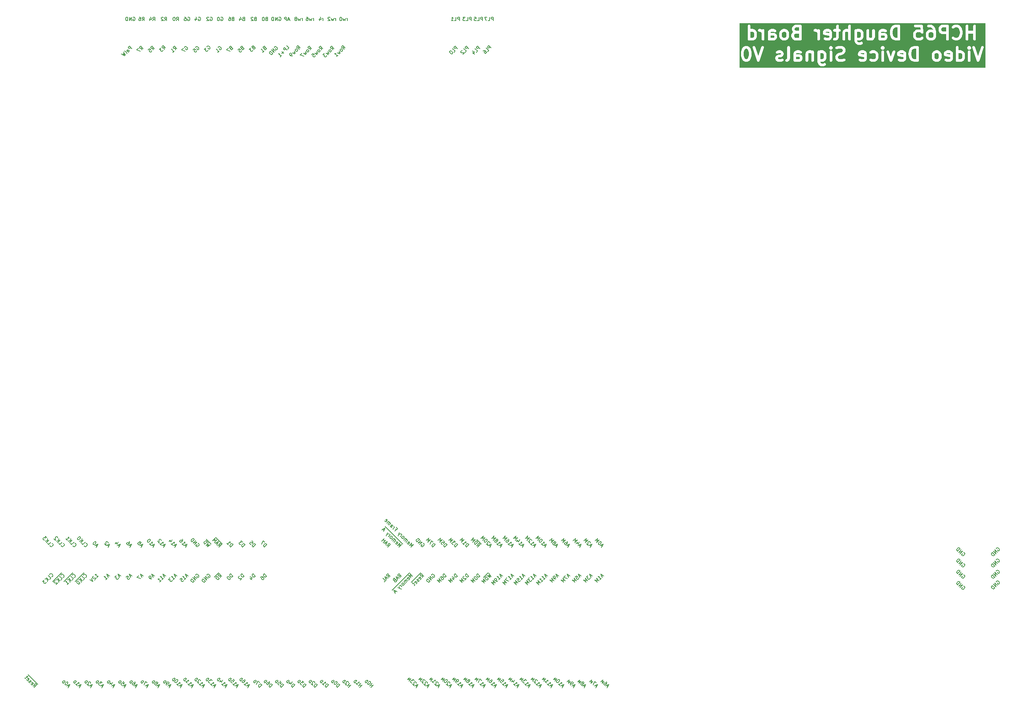
<source format=gbo>
%TF.GenerationSoftware,KiCad,Pcbnew,8.0.7*%
%TF.CreationDate,2025-01-08T08:38:06+02:00*%
%TF.ProjectId,Video Board - Signals,56696465-6f20-4426-9f61-7264202d2053,V0*%
%TF.SameCoordinates,Original*%
%TF.FileFunction,Legend,Bot*%
%TF.FilePolarity,Positive*%
%FSLAX46Y46*%
G04 Gerber Fmt 4.6, Leading zero omitted, Abs format (unit mm)*
G04 Created by KiCad (PCBNEW 8.0.7) date 2025-01-08 08:38:06*
%MOMM*%
%LPD*%
G01*
G04 APERTURE LIST*
%ADD10C,0.200000*%
%ADD11C,0.600000*%
G04 APERTURE END LIST*
D10*
X100738342Y30048004D02*
X100172656Y30613689D01*
X100172656Y30613689D02*
X100037969Y30479002D01*
X100037969Y30479002D02*
X99984094Y30371253D01*
X99984094Y30371253D02*
X99984094Y30263503D01*
X99984094Y30263503D02*
X100011032Y30182691D01*
X100011032Y30182691D02*
X100091844Y30048004D01*
X100091844Y30048004D02*
X100172656Y29967192D01*
X100172656Y29967192D02*
X100307343Y29886379D01*
X100307343Y29886379D02*
X100388155Y29859442D01*
X100388155Y29859442D02*
X100495905Y29859442D01*
X100495905Y29859442D02*
X100603655Y29913317D01*
X100603655Y29913317D02*
X100738342Y30048004D01*
X99499221Y29940254D02*
X99445346Y29886379D01*
X99445346Y29886379D02*
X99418409Y29805567D01*
X99418409Y29805567D02*
X99418409Y29751692D01*
X99418409Y29751692D02*
X99445346Y29670880D01*
X99445346Y29670880D02*
X99526159Y29536193D01*
X99526159Y29536193D02*
X99660846Y29401506D01*
X99660846Y29401506D02*
X99795533Y29320694D01*
X99795533Y29320694D02*
X99876345Y29293757D01*
X99876345Y29293757D02*
X99930220Y29293757D01*
X99930220Y29293757D02*
X100011032Y29320694D01*
X100011032Y29320694D02*
X100064907Y29374569D01*
X100064907Y29374569D02*
X100091844Y29455381D01*
X100091844Y29455381D02*
X100091844Y29509256D01*
X100091844Y29509256D02*
X100064907Y29590068D01*
X100064907Y29590068D02*
X99984094Y29724755D01*
X99984094Y29724755D02*
X99849407Y29859442D01*
X99849407Y29859442D02*
X99714720Y29940254D01*
X99714720Y29940254D02*
X99633908Y29967192D01*
X99633908Y29967192D02*
X99580033Y29967192D01*
X99580033Y29967192D02*
X99499221Y29940254D01*
X99633908Y28943570D02*
X99068223Y29509256D01*
X99068223Y29509256D02*
X99283722Y28916633D01*
X99283722Y28916633D02*
X98691099Y29132132D01*
X98691099Y29132132D02*
X99256784Y28566447D01*
X24218218Y36760996D02*
X23948844Y37030370D01*
X24110468Y36545497D02*
X24487592Y37299744D01*
X24487592Y37299744D02*
X23733344Y36922621D01*
X23787219Y37515243D02*
X23868032Y37488306D01*
X23868032Y37488306D02*
X23921906Y37488306D01*
X23921906Y37488306D02*
X24002719Y37515243D01*
X24002719Y37515243D02*
X24029656Y37542181D01*
X24029656Y37542181D02*
X24056593Y37622993D01*
X24056593Y37622993D02*
X24056593Y37676868D01*
X24056593Y37676868D02*
X24029656Y37757680D01*
X24029656Y37757680D02*
X23921906Y37865429D01*
X23921906Y37865429D02*
X23841094Y37892367D01*
X23841094Y37892367D02*
X23787219Y37892367D01*
X23787219Y37892367D02*
X23706407Y37865429D01*
X23706407Y37865429D02*
X23679470Y37838492D01*
X23679470Y37838492D02*
X23652532Y37757680D01*
X23652532Y37757680D02*
X23652532Y37703805D01*
X23652532Y37703805D02*
X23679470Y37622993D01*
X23679470Y37622993D02*
X23787219Y37515243D01*
X23787219Y37515243D02*
X23814157Y37434431D01*
X23814157Y37434431D02*
X23814157Y37380556D01*
X23814157Y37380556D02*
X23787219Y37299744D01*
X23787219Y37299744D02*
X23679470Y37191994D01*
X23679470Y37191994D02*
X23598658Y37165057D01*
X23598658Y37165057D02*
X23544783Y37165057D01*
X23544783Y37165057D02*
X23463971Y37191994D01*
X23463971Y37191994D02*
X23356221Y37299744D01*
X23356221Y37299744D02*
X23329284Y37380556D01*
X23329284Y37380556D02*
X23329284Y37434431D01*
X23329284Y37434431D02*
X23356221Y37515243D01*
X23356221Y37515243D02*
X23463971Y37622993D01*
X23463971Y37622993D02*
X23544783Y37649930D01*
X23544783Y37649930D02*
X23598658Y37649930D01*
X23598658Y37649930D02*
X23679470Y37622993D01*
X49938342Y30048004D02*
X49372656Y30613689D01*
X49372656Y30613689D02*
X49237969Y30479002D01*
X49237969Y30479002D02*
X49184094Y30371253D01*
X49184094Y30371253D02*
X49184094Y30263503D01*
X49184094Y30263503D02*
X49211032Y30182691D01*
X49211032Y30182691D02*
X49291844Y30048004D01*
X49291844Y30048004D02*
X49372656Y29967192D01*
X49372656Y29967192D02*
X49507343Y29886379D01*
X49507343Y29886379D02*
X49588155Y29859442D01*
X49588155Y29859442D02*
X49695905Y29859442D01*
X49695905Y29859442D02*
X49803655Y29913317D01*
X49803655Y29913317D02*
X49938342Y30048004D01*
X48753096Y29617005D02*
X49130220Y29239882D01*
X48672284Y29967192D02*
X49211032Y29697818D01*
X49211032Y29697818D02*
X48860846Y29347631D01*
X24215093Y149104755D02*
X24134281Y149562691D01*
X24538342Y149428004D02*
X23972656Y149993689D01*
X23972656Y149993689D02*
X23757157Y149778190D01*
X23757157Y149778190D02*
X23730220Y149697378D01*
X23730220Y149697378D02*
X23730220Y149643503D01*
X23730220Y149643503D02*
X23757157Y149562691D01*
X23757157Y149562691D02*
X23837969Y149481879D01*
X23837969Y149481879D02*
X23918781Y149454941D01*
X23918781Y149454941D02*
X23972656Y149454941D01*
X23972656Y149454941D02*
X24053468Y149481879D01*
X24053468Y149481879D02*
X24268968Y149697378D01*
X23460846Y149481879D02*
X23083722Y149104755D01*
X23083722Y149104755D02*
X23891844Y148781506D01*
X36403282Y30290440D02*
X36430220Y30371253D01*
X36430220Y30371253D02*
X36511032Y30452065D01*
X36511032Y30452065D02*
X36618781Y30505940D01*
X36618781Y30505940D02*
X36726531Y30505940D01*
X36726531Y30505940D02*
X36807343Y30479002D01*
X36807343Y30479002D02*
X36942030Y30398190D01*
X36942030Y30398190D02*
X37022843Y30317378D01*
X37022843Y30317378D02*
X37103655Y30182691D01*
X37103655Y30182691D02*
X37130592Y30101879D01*
X37130592Y30101879D02*
X37130592Y29994129D01*
X37130592Y29994129D02*
X37076717Y29886379D01*
X37076717Y29886379D02*
X37022843Y29832505D01*
X37022843Y29832505D02*
X36915093Y29778630D01*
X36915093Y29778630D02*
X36861218Y29778630D01*
X36861218Y29778630D02*
X36672656Y29967192D01*
X36672656Y29967192D02*
X36780406Y30074941D01*
X36672656Y29482318D02*
X36106971Y30048004D01*
X36106971Y30048004D02*
X36349407Y29159070D01*
X36349407Y29159070D02*
X35783722Y29724755D01*
X36080034Y28889696D02*
X35514348Y29455381D01*
X35514348Y29455381D02*
X35379661Y29320694D01*
X35379661Y29320694D02*
X35325786Y29212945D01*
X35325786Y29212945D02*
X35325786Y29105195D01*
X35325786Y29105195D02*
X35352724Y29024383D01*
X35352724Y29024383D02*
X35433536Y28889696D01*
X35433536Y28889696D02*
X35514348Y28808884D01*
X35514348Y28808884D02*
X35649035Y28728071D01*
X35649035Y28728071D02*
X35729847Y28701134D01*
X35729847Y28701134D02*
X35837597Y28701134D01*
X35837597Y28701134D02*
X35945347Y28755009D01*
X35945347Y28755009D02*
X36080034Y28889696D01*
X87715093Y29724755D02*
X87634281Y30182691D01*
X88038342Y30048004D02*
X87472656Y30613689D01*
X87472656Y30613689D02*
X87257157Y30398190D01*
X87257157Y30398190D02*
X87230220Y30317378D01*
X87230220Y30317378D02*
X87230220Y30263503D01*
X87230220Y30263503D02*
X87257157Y30182691D01*
X87257157Y30182691D02*
X87337969Y30101879D01*
X87337969Y30101879D02*
X87418781Y30074941D01*
X87418781Y30074941D02*
X87472656Y30074941D01*
X87472656Y30074941D02*
X87553468Y30101879D01*
X87553468Y30101879D02*
X87768968Y30317378D01*
X87230220Y29293757D02*
X87311032Y29320694D01*
X87311032Y29320694D02*
X87418781Y29428444D01*
X87418781Y29428444D02*
X87445719Y29509256D01*
X87445719Y29509256D02*
X87418781Y29590068D01*
X87418781Y29590068D02*
X87203282Y29805567D01*
X87203282Y29805567D02*
X87122470Y29832505D01*
X87122470Y29832505D02*
X87041658Y29805567D01*
X87041658Y29805567D02*
X86933908Y29697818D01*
X86933908Y29697818D02*
X86906971Y29617005D01*
X86906971Y29617005D02*
X86933908Y29536193D01*
X86933908Y29536193D02*
X86987783Y29482318D01*
X86987783Y29482318D02*
X87311032Y29697818D01*
X86987783Y29051320D02*
X86960846Y28970508D01*
X86960846Y28970508D02*
X86853096Y28862758D01*
X86853096Y28862758D02*
X86772284Y28835821D01*
X86772284Y28835821D02*
X86691472Y28862758D01*
X86691472Y28862758D02*
X86664534Y28889696D01*
X86664534Y28889696D02*
X86637597Y28970508D01*
X86637597Y28970508D02*
X86664534Y29051320D01*
X86664534Y29051320D02*
X86745347Y29132132D01*
X86745347Y29132132D02*
X86772284Y29212945D01*
X86772284Y29212945D02*
X86745347Y29293757D01*
X86745347Y29293757D02*
X86718409Y29320694D01*
X86718409Y29320694D02*
X86637597Y29347632D01*
X86637597Y29347632D02*
X86556785Y29320694D01*
X86556785Y29320694D02*
X86475973Y29239882D01*
X86475973Y29239882D02*
X86449035Y29159070D01*
X86287411Y28350948D02*
X86368223Y28377885D01*
X86368223Y28377885D02*
X86475973Y28485635D01*
X86475973Y28485635D02*
X86502910Y28566447D01*
X86502910Y28566447D02*
X86475973Y28647259D01*
X86475973Y28647259D02*
X86260473Y28862758D01*
X86260473Y28862758D02*
X86179661Y28889696D01*
X86179661Y28889696D02*
X86098849Y28862758D01*
X86098849Y28862758D02*
X85991099Y28755009D01*
X85991099Y28755009D02*
X85964162Y28674197D01*
X85964162Y28674197D02*
X85991099Y28593384D01*
X85991099Y28593384D02*
X86044974Y28539510D01*
X86044974Y28539510D02*
X86368223Y28755009D01*
X85748663Y28512572D02*
X85533164Y28297073D01*
X85479289Y28620322D02*
X85964162Y28135449D01*
X85964162Y28135449D02*
X85991100Y28054637D01*
X85991100Y28054637D02*
X85964162Y27973824D01*
X85964162Y27973824D02*
X85910287Y27919950D01*
X87393730Y30848853D02*
X85190251Y28645374D01*
X210173240Y32862517D02*
X210254053Y32835579D01*
X210254053Y32835579D02*
X210334865Y32754767D01*
X210334865Y32754767D02*
X210388740Y32647018D01*
X210388740Y32647018D02*
X210388740Y32539268D01*
X210388740Y32539268D02*
X210361802Y32458456D01*
X210361802Y32458456D02*
X210280990Y32323769D01*
X210280990Y32323769D02*
X210200178Y32242956D01*
X210200178Y32242956D02*
X210065491Y32162144D01*
X210065491Y32162144D02*
X209984679Y32135207D01*
X209984679Y32135207D02*
X209876929Y32135207D01*
X209876929Y32135207D02*
X209769179Y32189082D01*
X209769179Y32189082D02*
X209715305Y32242956D01*
X209715305Y32242956D02*
X209661430Y32350706D01*
X209661430Y32350706D02*
X209661430Y32404581D01*
X209661430Y32404581D02*
X209849992Y32593143D01*
X209849992Y32593143D02*
X209957741Y32485393D01*
X209365118Y32593143D02*
X209930804Y33158828D01*
X209930804Y33158828D02*
X209041870Y32916392D01*
X209041870Y32916392D02*
X209607555Y33482077D01*
X208772496Y33185765D02*
X209338181Y33751451D01*
X209338181Y33751451D02*
X209203494Y33886138D01*
X209203494Y33886138D02*
X209095745Y33940013D01*
X209095745Y33940013D02*
X208987995Y33940013D01*
X208987995Y33940013D02*
X208907183Y33913075D01*
X208907183Y33913075D02*
X208772496Y33832263D01*
X208772496Y33832263D02*
X208691684Y33751451D01*
X208691684Y33751451D02*
X208610871Y33616764D01*
X208610871Y33616764D02*
X208583934Y33535952D01*
X208583934Y33535952D02*
X208583934Y33428202D01*
X208583934Y33428202D02*
X208637809Y33320452D01*
X208637809Y33320452D02*
X208772496Y33185765D01*
X120738218Y36760996D02*
X120468844Y37030370D01*
X120630468Y36545497D02*
X121007592Y37299744D01*
X121007592Y37299744D02*
X120253344Y36922621D01*
X120388032Y37919304D02*
X120495781Y37811555D01*
X120495781Y37811555D02*
X120522719Y37730742D01*
X120522719Y37730742D02*
X120522719Y37676868D01*
X120522719Y37676868D02*
X120495781Y37542181D01*
X120495781Y37542181D02*
X120414969Y37407494D01*
X120414969Y37407494D02*
X120199470Y37191994D01*
X120199470Y37191994D02*
X120118658Y37165057D01*
X120118658Y37165057D02*
X120064783Y37165057D01*
X120064783Y37165057D02*
X119983971Y37191994D01*
X119983971Y37191994D02*
X119876221Y37299744D01*
X119876221Y37299744D02*
X119849284Y37380556D01*
X119849284Y37380556D02*
X119849284Y37434431D01*
X119849284Y37434431D02*
X119876221Y37515243D01*
X119876221Y37515243D02*
X120010908Y37649930D01*
X120010908Y37649930D02*
X120091720Y37676868D01*
X120091720Y37676868D02*
X120145595Y37676868D01*
X120145595Y37676868D02*
X120226407Y37649930D01*
X120226407Y37649930D02*
X120334157Y37542181D01*
X120334157Y37542181D02*
X120361094Y37461368D01*
X120361094Y37461368D02*
X120361094Y37407494D01*
X120361094Y37407494D02*
X120334157Y37326681D01*
X119526035Y37649930D02*
X120091720Y38215616D01*
X120091720Y38215616D02*
X119499097Y38000117D01*
X119499097Y38000117D02*
X119714596Y38592739D01*
X119714596Y38592739D02*
X119148911Y38027054D01*
X111848218Y5010996D02*
X111578844Y5280370D01*
X111740468Y4795497D02*
X112117592Y5549744D01*
X112117592Y5549744D02*
X111363344Y5172621D01*
X110878471Y5657494D02*
X111201720Y5334245D01*
X111040096Y5495869D02*
X111605781Y6061555D01*
X111605781Y6061555D02*
X111578844Y5926868D01*
X111578844Y5926868D02*
X111578844Y5819118D01*
X111578844Y5819118D02*
X111605781Y5738306D01*
X111255595Y6411741D02*
X110905409Y6761927D01*
X110905409Y6761927D02*
X110878471Y6357866D01*
X110878471Y6357866D02*
X110797659Y6438678D01*
X110797659Y6438678D02*
X110716847Y6465616D01*
X110716847Y6465616D02*
X110662972Y6465616D01*
X110662972Y6465616D02*
X110582160Y6438678D01*
X110582160Y6438678D02*
X110447473Y6303991D01*
X110447473Y6303991D02*
X110420535Y6223179D01*
X110420535Y6223179D02*
X110420535Y6169304D01*
X110420535Y6169304D02*
X110447473Y6088492D01*
X110447473Y6088492D02*
X110609097Y5926868D01*
X110609097Y5926868D02*
X110689909Y5899930D01*
X110689909Y5899930D02*
X110743784Y5899930D01*
X110061729Y6349246D02*
X110514277Y6801795D01*
X110514277Y6801795D02*
X110040179Y6629395D01*
X110040179Y6629395D02*
X110212579Y7103494D01*
X110212579Y7103494D02*
X109760030Y6650945D01*
X73559656Y4876309D02*
X74125341Y5441995D01*
X73855967Y5172621D02*
X73532718Y5495869D01*
X73236407Y5199558D02*
X73802092Y5765243D01*
X72670722Y5765243D02*
X72993971Y5441994D01*
X72832346Y5603619D02*
X73398032Y6169304D01*
X73398032Y6169304D02*
X73371094Y6034617D01*
X73371094Y6034617D02*
X73371094Y5926868D01*
X73371094Y5926868D02*
X73398032Y5846056D01*
X72392728Y5918248D02*
X72845276Y6370796D01*
X72845276Y6370796D02*
X72737526Y6478546D01*
X72737526Y6478546D02*
X72651327Y6521646D01*
X72651327Y6521646D02*
X72565127Y6521646D01*
X72565127Y6521646D02*
X72500477Y6500096D01*
X72500477Y6500096D02*
X72392728Y6435446D01*
X72392728Y6435446D02*
X72328078Y6370796D01*
X72328078Y6370796D02*
X72263428Y6263047D01*
X72263428Y6263047D02*
X72241878Y6198397D01*
X72241878Y6198397D02*
X72241878Y6112197D01*
X72241878Y6112197D02*
X72284978Y6025998D01*
X72284978Y6025998D02*
X72392728Y5918248D01*
X50826656Y4876309D02*
X51392341Y5441995D01*
X51392341Y5441995D02*
X51257654Y5576682D01*
X51257654Y5576682D02*
X51149905Y5630556D01*
X51149905Y5630556D02*
X51042155Y5630556D01*
X51042155Y5630556D02*
X50961343Y5603619D01*
X50961343Y5603619D02*
X50826656Y5522807D01*
X50826656Y5522807D02*
X50745844Y5441995D01*
X50745844Y5441995D02*
X50665031Y5307308D01*
X50665031Y5307308D02*
X50638094Y5226495D01*
X50638094Y5226495D02*
X50638094Y5118746D01*
X50638094Y5118746D02*
X50691969Y5010996D01*
X50691969Y5010996D02*
X50826656Y4876309D01*
X50880531Y5953805D02*
X50503407Y6330929D01*
X50503407Y6330929D02*
X50180158Y5522807D01*
X49686665Y5891311D02*
X50139213Y6343859D01*
X50139213Y6343859D02*
X50031464Y6451609D01*
X50031464Y6451609D02*
X49945264Y6494708D01*
X49945264Y6494708D02*
X49859064Y6494708D01*
X49859064Y6494708D02*
X49794414Y6473159D01*
X49794414Y6473159D02*
X49686665Y6408509D01*
X49686665Y6408509D02*
X49622015Y6343859D01*
X49622015Y6343859D02*
X49557365Y6236109D01*
X49557365Y6236109D02*
X49535815Y6171460D01*
X49535815Y6171460D02*
X49535815Y6085260D01*
X49535815Y6085260D02*
X49578915Y5999060D01*
X49578915Y5999060D02*
X49686665Y5891311D01*
X103278342Y149555004D02*
X102712656Y150120689D01*
X102712656Y150120689D02*
X102497157Y149905190D01*
X102497157Y149905190D02*
X102470220Y149824378D01*
X102470220Y149824378D02*
X102470220Y149770503D01*
X102470220Y149770503D02*
X102497157Y149689691D01*
X102497157Y149689691D02*
X102577969Y149608879D01*
X102577969Y149608879D02*
X102658781Y149581941D01*
X102658781Y149581941D02*
X102712656Y149581941D01*
X102712656Y149581941D02*
X102793468Y149608879D01*
X102793468Y149608879D02*
X103008968Y149824378D01*
X102443282Y148719944D02*
X102712656Y148989318D01*
X102712656Y148989318D02*
X102146971Y149555004D01*
X101446598Y148854631D02*
X101554348Y148962381D01*
X101554348Y148962381D02*
X101635160Y148989318D01*
X101635160Y148989318D02*
X101689035Y148989318D01*
X101689035Y148989318D02*
X101823722Y148962381D01*
X101823722Y148962381D02*
X101958409Y148881569D01*
X101958409Y148881569D02*
X102173908Y148666070D01*
X102173908Y148666070D02*
X102200846Y148585257D01*
X102200846Y148585257D02*
X102200846Y148531383D01*
X102200846Y148531383D02*
X102173908Y148450570D01*
X102173908Y148450570D02*
X102066159Y148342821D01*
X102066159Y148342821D02*
X101985346Y148315883D01*
X101985346Y148315883D02*
X101931472Y148315883D01*
X101931472Y148315883D02*
X101850659Y148342821D01*
X101850659Y148342821D02*
X101715972Y148477508D01*
X101715972Y148477508D02*
X101689035Y148558320D01*
X101689035Y148558320D02*
X101689035Y148612195D01*
X101689035Y148612195D02*
X101715972Y148693007D01*
X101715972Y148693007D02*
X101823722Y148800757D01*
X101823722Y148800757D02*
X101904534Y148827694D01*
X101904534Y148827694D02*
X101958409Y148827694D01*
X101958409Y148827694D02*
X102039221Y148800757D01*
X51969656Y36626309D02*
X52535341Y37191995D01*
X52535341Y37191995D02*
X52400654Y37326682D01*
X52400654Y37326682D02*
X52292905Y37380556D01*
X52292905Y37380556D02*
X52185155Y37380556D01*
X52185155Y37380556D02*
X52104343Y37353619D01*
X52104343Y37353619D02*
X51969656Y37272807D01*
X51969656Y37272807D02*
X51888844Y37191995D01*
X51888844Y37191995D02*
X51808031Y37057308D01*
X51808031Y37057308D02*
X51781094Y36976495D01*
X51781094Y36976495D02*
X51781094Y36868746D01*
X51781094Y36868746D02*
X51834969Y36760996D01*
X51834969Y36760996D02*
X51969656Y36626309D01*
X52023531Y37703805D02*
X51646407Y38080929D01*
X51646407Y38080929D02*
X51323158Y37272807D01*
X55779656Y4876309D02*
X56345341Y5441995D01*
X56345341Y5441995D02*
X56210654Y5576682D01*
X56210654Y5576682D02*
X56102905Y5630556D01*
X56102905Y5630556D02*
X55995155Y5630556D01*
X55995155Y5630556D02*
X55914343Y5603619D01*
X55914343Y5603619D02*
X55779656Y5522807D01*
X55779656Y5522807D02*
X55698844Y5441995D01*
X55698844Y5441995D02*
X55618031Y5307308D01*
X55618031Y5307308D02*
X55591094Y5226495D01*
X55591094Y5226495D02*
X55591094Y5118746D01*
X55591094Y5118746D02*
X55644969Y5010996D01*
X55644969Y5010996D02*
X55779656Y4876309D01*
X55510282Y6277054D02*
X55779656Y6007680D01*
X55779656Y6007680D02*
X55537219Y5711369D01*
X55537219Y5711369D02*
X55537219Y5765243D01*
X55537219Y5765243D02*
X55510282Y5846056D01*
X55510282Y5846056D02*
X55375595Y5980743D01*
X55375595Y5980743D02*
X55294783Y6007680D01*
X55294783Y6007680D02*
X55240908Y6007680D01*
X55240908Y6007680D02*
X55160096Y5980743D01*
X55160096Y5980743D02*
X55025409Y5846056D01*
X55025409Y5846056D02*
X54998471Y5765243D01*
X54998471Y5765243D02*
X54998471Y5711369D01*
X54998471Y5711369D02*
X55025409Y5630556D01*
X55025409Y5630556D02*
X55160096Y5495869D01*
X55160096Y5495869D02*
X55240908Y5468932D01*
X55240908Y5468932D02*
X55294783Y5468932D01*
X54639665Y5891311D02*
X55092213Y6343859D01*
X55092213Y6343859D02*
X54984464Y6451609D01*
X54984464Y6451609D02*
X54898264Y6494708D01*
X54898264Y6494708D02*
X54812064Y6494708D01*
X54812064Y6494708D02*
X54747414Y6473159D01*
X54747414Y6473159D02*
X54639665Y6408509D01*
X54639665Y6408509D02*
X54575015Y6343859D01*
X54575015Y6343859D02*
X54510365Y6236109D01*
X54510365Y6236109D02*
X54488815Y6171460D01*
X54488815Y6171460D02*
X54488815Y6085260D01*
X54488815Y6085260D02*
X54531915Y5999060D01*
X54531915Y5999060D02*
X54639665Y5891311D01*
X51993468Y149535753D02*
X51939594Y149428004D01*
X51939594Y149428004D02*
X51939594Y149374129D01*
X51939594Y149374129D02*
X51966531Y149293317D01*
X51966531Y149293317D02*
X52047343Y149212505D01*
X52047343Y149212505D02*
X52128155Y149185567D01*
X52128155Y149185567D02*
X52182030Y149185567D01*
X52182030Y149185567D02*
X52262843Y149212505D01*
X52262843Y149212505D02*
X52478342Y149428004D01*
X52478342Y149428004D02*
X51912656Y149993689D01*
X51912656Y149993689D02*
X51724094Y149805127D01*
X51724094Y149805127D02*
X51697157Y149724315D01*
X51697157Y149724315D02*
X51697157Y149670440D01*
X51697157Y149670440D02*
X51724094Y149589628D01*
X51724094Y149589628D02*
X51777969Y149535753D01*
X51777969Y149535753D02*
X51858781Y149508816D01*
X51858781Y149508816D02*
X51912656Y149508816D01*
X51912656Y149508816D02*
X51993468Y149535753D01*
X51993468Y149535753D02*
X52182030Y149724315D01*
X51616345Y148566007D02*
X51939594Y148889256D01*
X51777969Y148727631D02*
X51212284Y149293317D01*
X51212284Y149293317D02*
X51346971Y149266379D01*
X51346971Y149266379D02*
X51454720Y149266379D01*
X51454720Y149266379D02*
X51535533Y149293317D01*
X37052228Y156485209D02*
X37128418Y156523304D01*
X37128418Y156523304D02*
X37242704Y156523304D01*
X37242704Y156523304D02*
X37356990Y156485209D01*
X37356990Y156485209D02*
X37433180Y156409019D01*
X37433180Y156409019D02*
X37471275Y156332828D01*
X37471275Y156332828D02*
X37509371Y156180447D01*
X37509371Y156180447D02*
X37509371Y156066161D01*
X37509371Y156066161D02*
X37471275Y155913780D01*
X37471275Y155913780D02*
X37433180Y155837590D01*
X37433180Y155837590D02*
X37356990Y155761400D01*
X37356990Y155761400D02*
X37242704Y155723304D01*
X37242704Y155723304D02*
X37166513Y155723304D01*
X37166513Y155723304D02*
X37052228Y155761400D01*
X37052228Y155761400D02*
X37014132Y155799495D01*
X37014132Y155799495D02*
X37014132Y156066161D01*
X37014132Y156066161D02*
X37166513Y156066161D01*
X36328418Y156256638D02*
X36328418Y155723304D01*
X36518894Y156561400D02*
X36709371Y155989971D01*
X36709371Y155989971D02*
X36214132Y155989971D01*
X21678218Y36760996D02*
X21408844Y37030370D01*
X21570468Y36545497D02*
X21947592Y37299744D01*
X21947592Y37299744D02*
X21193344Y36922621D01*
X21328032Y37919304D02*
X21435781Y37811555D01*
X21435781Y37811555D02*
X21462719Y37730742D01*
X21462719Y37730742D02*
X21462719Y37676868D01*
X21462719Y37676868D02*
X21435781Y37542181D01*
X21435781Y37542181D02*
X21354969Y37407494D01*
X21354969Y37407494D02*
X21139470Y37191994D01*
X21139470Y37191994D02*
X21058658Y37165057D01*
X21058658Y37165057D02*
X21004783Y37165057D01*
X21004783Y37165057D02*
X20923971Y37191994D01*
X20923971Y37191994D02*
X20816221Y37299744D01*
X20816221Y37299744D02*
X20789284Y37380556D01*
X20789284Y37380556D02*
X20789284Y37434431D01*
X20789284Y37434431D02*
X20816221Y37515243D01*
X20816221Y37515243D02*
X20950908Y37649930D01*
X20950908Y37649930D02*
X21031720Y37676868D01*
X21031720Y37676868D02*
X21085595Y37676868D01*
X21085595Y37676868D02*
X21166407Y37649930D01*
X21166407Y37649930D02*
X21274157Y37542181D01*
X21274157Y37542181D02*
X21301094Y37461368D01*
X21301094Y37461368D02*
X21301094Y37407494D01*
X21301094Y37407494D02*
X21274157Y37326681D01*
X39719228Y156485209D02*
X39795418Y156523304D01*
X39795418Y156523304D02*
X39909704Y156523304D01*
X39909704Y156523304D02*
X40023990Y156485209D01*
X40023990Y156485209D02*
X40100180Y156409019D01*
X40100180Y156409019D02*
X40138275Y156332828D01*
X40138275Y156332828D02*
X40176371Y156180447D01*
X40176371Y156180447D02*
X40176371Y156066161D01*
X40176371Y156066161D02*
X40138275Y155913780D01*
X40138275Y155913780D02*
X40100180Y155837590D01*
X40100180Y155837590D02*
X40023990Y155761400D01*
X40023990Y155761400D02*
X39909704Y155723304D01*
X39909704Y155723304D02*
X39833513Y155723304D01*
X39833513Y155723304D02*
X39719228Y155761400D01*
X39719228Y155761400D02*
X39681132Y155799495D01*
X39681132Y155799495D02*
X39681132Y156066161D01*
X39681132Y156066161D02*
X39833513Y156066161D01*
X39376371Y156447114D02*
X39338275Y156485209D01*
X39338275Y156485209D02*
X39262085Y156523304D01*
X39262085Y156523304D02*
X39071609Y156523304D01*
X39071609Y156523304D02*
X38995418Y156485209D01*
X38995418Y156485209D02*
X38957323Y156447114D01*
X38957323Y156447114D02*
X38919228Y156370923D01*
X38919228Y156370923D02*
X38919228Y156294733D01*
X38919228Y156294733D02*
X38957323Y156180447D01*
X38957323Y156180447D02*
X39414466Y155723304D01*
X39414466Y155723304D02*
X38919228Y155723304D01*
X14082030Y29751692D02*
X14405279Y30074941D01*
X14243655Y29913317D02*
X13677969Y30479002D01*
X13677969Y30479002D02*
X13812656Y30452065D01*
X13812656Y30452065D02*
X13920406Y30452065D01*
X13920406Y30452065D02*
X14001218Y30479002D01*
X13354720Y30048004D02*
X13300845Y30048004D01*
X13300845Y30048004D02*
X13220033Y30021066D01*
X13220033Y30021066D02*
X13085346Y29886379D01*
X13085346Y29886379D02*
X13058409Y29805567D01*
X13058409Y29805567D02*
X13058409Y29751692D01*
X13058409Y29751692D02*
X13085346Y29670880D01*
X13085346Y29670880D02*
X13139221Y29617005D01*
X13139221Y29617005D02*
X13246971Y29563130D01*
X13246971Y29563130D02*
X13893468Y29563130D01*
X13893468Y29563130D02*
X13543282Y29212944D01*
X12815972Y29617005D02*
X13193096Y28862758D01*
X13193096Y28862758D02*
X12438848Y29239882D01*
X103085218Y36760996D02*
X102815844Y37030370D01*
X102977468Y36545497D02*
X103354592Y37299744D01*
X103354592Y37299744D02*
X102600344Y36922621D01*
X102950531Y37596055D02*
X102950531Y37649930D01*
X102950531Y37649930D02*
X102923593Y37730742D01*
X102923593Y37730742D02*
X102788906Y37865429D01*
X102788906Y37865429D02*
X102708094Y37892367D01*
X102708094Y37892367D02*
X102654219Y37892367D01*
X102654219Y37892367D02*
X102573407Y37865429D01*
X102573407Y37865429D02*
X102519532Y37811555D01*
X102519532Y37811555D02*
X102465658Y37703805D01*
X102465658Y37703805D02*
X102465658Y37057307D01*
X102465658Y37057307D02*
X102115471Y37407494D01*
X102330970Y38323365D02*
X102277096Y38377240D01*
X102277096Y38377240D02*
X102196283Y38404178D01*
X102196283Y38404178D02*
X102142409Y38404178D01*
X102142409Y38404178D02*
X102061596Y38377240D01*
X102061596Y38377240D02*
X101926909Y38296428D01*
X101926909Y38296428D02*
X101792222Y38161741D01*
X101792222Y38161741D02*
X101711410Y38027054D01*
X101711410Y38027054D02*
X101684473Y37946242D01*
X101684473Y37946242D02*
X101684473Y37892367D01*
X101684473Y37892367D02*
X101711410Y37811555D01*
X101711410Y37811555D02*
X101765285Y37757680D01*
X101765285Y37757680D02*
X101846097Y37730743D01*
X101846097Y37730743D02*
X101899972Y37730743D01*
X101899972Y37730743D02*
X101980784Y37757680D01*
X101980784Y37757680D02*
X102115471Y37838492D01*
X102115471Y37838492D02*
X102250158Y37973179D01*
X102250158Y37973179D02*
X102330970Y38107866D01*
X102330970Y38107866D02*
X102357908Y38188678D01*
X102357908Y38188678D02*
X102357908Y38242553D01*
X102357908Y38242553D02*
X102330970Y38323365D01*
X101334286Y38188679D02*
X101899972Y38754364D01*
X101899972Y38754364D02*
X101307349Y38538865D01*
X101307349Y38538865D02*
X101522848Y39131488D01*
X101522848Y39131488D02*
X100957163Y38565802D01*
X210173240Y30322517D02*
X210254053Y30295579D01*
X210254053Y30295579D02*
X210334865Y30214767D01*
X210334865Y30214767D02*
X210388740Y30107018D01*
X210388740Y30107018D02*
X210388740Y29999268D01*
X210388740Y29999268D02*
X210361802Y29918456D01*
X210361802Y29918456D02*
X210280990Y29783769D01*
X210280990Y29783769D02*
X210200178Y29702956D01*
X210200178Y29702956D02*
X210065491Y29622144D01*
X210065491Y29622144D02*
X209984679Y29595207D01*
X209984679Y29595207D02*
X209876929Y29595207D01*
X209876929Y29595207D02*
X209769179Y29649082D01*
X209769179Y29649082D02*
X209715305Y29702956D01*
X209715305Y29702956D02*
X209661430Y29810706D01*
X209661430Y29810706D02*
X209661430Y29864581D01*
X209661430Y29864581D02*
X209849992Y30053143D01*
X209849992Y30053143D02*
X209957741Y29945393D01*
X209365118Y30053143D02*
X209930804Y30618828D01*
X209930804Y30618828D02*
X209041870Y30376392D01*
X209041870Y30376392D02*
X209607555Y30942077D01*
X208772496Y30645765D02*
X209338181Y31211451D01*
X209338181Y31211451D02*
X209203494Y31346138D01*
X209203494Y31346138D02*
X209095745Y31400013D01*
X209095745Y31400013D02*
X208987995Y31400013D01*
X208987995Y31400013D02*
X208907183Y31373075D01*
X208907183Y31373075D02*
X208772496Y31292263D01*
X208772496Y31292263D02*
X208691684Y31211451D01*
X208691684Y31211451D02*
X208610871Y31076764D01*
X208610871Y31076764D02*
X208583934Y30995952D01*
X208583934Y30995952D02*
X208583934Y30888202D01*
X208583934Y30888202D02*
X208637809Y30780452D01*
X208637809Y30780452D02*
X208772496Y30645765D01*
X32023655Y30236566D02*
X31754281Y29967192D01*
X32239154Y30128816D02*
X31484907Y30505940D01*
X31484907Y30505940D02*
X31862030Y29751692D01*
X31377157Y29266819D02*
X31700406Y29590068D01*
X31538782Y29428444D02*
X30973096Y29994129D01*
X30973096Y29994129D02*
X31107783Y29967192D01*
X31107783Y29967192D02*
X31215533Y29967192D01*
X31215533Y29967192D02*
X31296345Y29994129D01*
X30622910Y29643943D02*
X30272724Y29293757D01*
X30272724Y29293757D02*
X30676785Y29266819D01*
X30676785Y29266819D02*
X30595972Y29186007D01*
X30595972Y29186007D02*
X30569035Y29105195D01*
X30569035Y29105195D02*
X30569035Y29051320D01*
X30569035Y29051320D02*
X30595972Y28970508D01*
X30595972Y28970508D02*
X30730659Y28835821D01*
X30730659Y28835821D02*
X30811472Y28808883D01*
X30811472Y28808883D02*
X30865346Y28808883D01*
X30865346Y28808883D02*
X30946159Y28835821D01*
X30946159Y28835821D02*
X31107783Y28997445D01*
X31107783Y28997445D02*
X31134721Y29078257D01*
X31134721Y29078257D02*
X31134721Y29132132D01*
X91401218Y5010996D02*
X91131844Y5280370D01*
X91293468Y4795497D02*
X91670592Y5549744D01*
X91670592Y5549744D02*
X90916344Y5172621D01*
X91266531Y5846055D02*
X91266531Y5899930D01*
X91266531Y5899930D02*
X91239593Y5980742D01*
X91239593Y5980742D02*
X91104906Y6115429D01*
X91104906Y6115429D02*
X91024094Y6142367D01*
X91024094Y6142367D02*
X90970219Y6142367D01*
X90970219Y6142367D02*
X90889407Y6115429D01*
X90889407Y6115429D02*
X90835532Y6061555D01*
X90835532Y6061555D02*
X90781658Y5953805D01*
X90781658Y5953805D02*
X90781658Y5307307D01*
X90781658Y5307307D02*
X90431471Y5657494D01*
X89892723Y6196242D02*
X90215972Y5872993D01*
X90054348Y6034617D02*
X90620033Y6600303D01*
X90620033Y6600303D02*
X90593096Y6465616D01*
X90593096Y6465616D02*
X90593096Y6357866D01*
X90593096Y6357866D02*
X90620033Y6277054D01*
X89614729Y6349246D02*
X90067277Y6801795D01*
X90067277Y6801795D02*
X89593179Y6629395D01*
X89593179Y6629395D02*
X89765579Y7103494D01*
X89765579Y7103494D02*
X89313030Y6650945D01*
X95658342Y30048004D02*
X95092656Y30613689D01*
X95092656Y30613689D02*
X94957969Y30479002D01*
X94957969Y30479002D02*
X94904094Y30371253D01*
X94904094Y30371253D02*
X94904094Y30263503D01*
X94904094Y30263503D02*
X94931032Y30182691D01*
X94931032Y30182691D02*
X95011844Y30048004D01*
X95011844Y30048004D02*
X95092656Y29967192D01*
X95092656Y29967192D02*
X95227343Y29886379D01*
X95227343Y29886379D02*
X95308155Y29859442D01*
X95308155Y29859442D02*
X95415905Y29859442D01*
X95415905Y29859442D02*
X95523655Y29913317D01*
X95523655Y29913317D02*
X95658342Y30048004D01*
X94473096Y29617005D02*
X94850220Y29239882D01*
X94392284Y29967192D02*
X94931032Y29697818D01*
X94931032Y29697818D02*
X94580846Y29347631D01*
X94553908Y28943570D02*
X93988223Y29509256D01*
X93988223Y29509256D02*
X94203722Y28916633D01*
X94203722Y28916633D02*
X93611099Y29132132D01*
X93611099Y29132132D02*
X94176784Y28566447D01*
X22948218Y5010996D02*
X22678844Y5280370D01*
X22840468Y4795497D02*
X23217592Y5549744D01*
X23217592Y5549744D02*
X22463344Y5172621D01*
X22598032Y6169304D02*
X22705781Y6061555D01*
X22705781Y6061555D02*
X22732719Y5980742D01*
X22732719Y5980742D02*
X22732719Y5926868D01*
X22732719Y5926868D02*
X22705781Y5792181D01*
X22705781Y5792181D02*
X22624969Y5657494D01*
X22624969Y5657494D02*
X22409470Y5441994D01*
X22409470Y5441994D02*
X22328658Y5415057D01*
X22328658Y5415057D02*
X22274783Y5415057D01*
X22274783Y5415057D02*
X22193971Y5441994D01*
X22193971Y5441994D02*
X22086221Y5549744D01*
X22086221Y5549744D02*
X22059284Y5630556D01*
X22059284Y5630556D02*
X22059284Y5684431D01*
X22059284Y5684431D02*
X22086221Y5765243D01*
X22086221Y5765243D02*
X22220908Y5899930D01*
X22220908Y5899930D02*
X22301720Y5926868D01*
X22301720Y5926868D02*
X22355595Y5926868D01*
X22355595Y5926868D02*
X22436407Y5899930D01*
X22436407Y5899930D02*
X22544157Y5792181D01*
X22544157Y5792181D02*
X22571094Y5711368D01*
X22571094Y5711368D02*
X22571094Y5657494D01*
X22571094Y5657494D02*
X22544157Y5576681D01*
X21700477Y5810498D02*
X22153026Y6263047D01*
X22153026Y6263047D02*
X22045276Y6370796D01*
X22045276Y6370796D02*
X21959076Y6413896D01*
X21959076Y6413896D02*
X21872877Y6413896D01*
X21872877Y6413896D02*
X21808227Y6392346D01*
X21808227Y6392346D02*
X21700477Y6327696D01*
X21700477Y6327696D02*
X21635827Y6263047D01*
X21635827Y6263047D02*
X21571178Y6155297D01*
X21571178Y6155297D02*
X21549628Y6090647D01*
X21549628Y6090647D02*
X21549628Y6004448D01*
X21549628Y6004448D02*
X21592728Y5918248D01*
X21592728Y5918248D02*
X21700477Y5810498D01*
X101295085Y155723304D02*
X101295085Y156523304D01*
X101295085Y156523304D02*
X100990323Y156523304D01*
X100990323Y156523304D02*
X100914133Y156485209D01*
X100914133Y156485209D02*
X100876038Y156447114D01*
X100876038Y156447114D02*
X100837942Y156370923D01*
X100837942Y156370923D02*
X100837942Y156256638D01*
X100837942Y156256638D02*
X100876038Y156180447D01*
X100876038Y156180447D02*
X100914133Y156142352D01*
X100914133Y156142352D02*
X100990323Y156104257D01*
X100990323Y156104257D02*
X101295085Y156104257D01*
X100114133Y155723304D02*
X100495085Y155723304D01*
X100495085Y155723304D02*
X100495085Y156523304D01*
X99466514Y156523304D02*
X99847466Y156523304D01*
X99847466Y156523304D02*
X99885562Y156142352D01*
X99885562Y156142352D02*
X99847466Y156180447D01*
X99847466Y156180447D02*
X99771276Y156218542D01*
X99771276Y156218542D02*
X99580800Y156218542D01*
X99580800Y156218542D02*
X99504609Y156180447D01*
X99504609Y156180447D02*
X99466514Y156142352D01*
X99466514Y156142352D02*
X99428419Y156066161D01*
X99428419Y156066161D02*
X99428419Y155875685D01*
X99428419Y155875685D02*
X99466514Y155799495D01*
X99466514Y155799495D02*
X99504609Y155761400D01*
X99504609Y155761400D02*
X99580800Y155723304D01*
X99580800Y155723304D02*
X99771276Y155723304D01*
X99771276Y155723304D02*
X99847466Y155761400D01*
X99847466Y155761400D02*
X99885562Y155799495D01*
X92736656Y36626309D02*
X93302341Y37191995D01*
X93302341Y37191995D02*
X93167654Y37326682D01*
X93167654Y37326682D02*
X93059905Y37380556D01*
X93059905Y37380556D02*
X92952155Y37380556D01*
X92952155Y37380556D02*
X92871343Y37353619D01*
X92871343Y37353619D02*
X92736656Y37272807D01*
X92736656Y37272807D02*
X92655844Y37191995D01*
X92655844Y37191995D02*
X92575031Y37057308D01*
X92575031Y37057308D02*
X92548094Y36976495D01*
X92548094Y36976495D02*
X92548094Y36868746D01*
X92548094Y36868746D02*
X92601969Y36760996D01*
X92601969Y36760996D02*
X92736656Y36626309D01*
X92467282Y38027054D02*
X92736656Y37757680D01*
X92736656Y37757680D02*
X92494219Y37461369D01*
X92494219Y37461369D02*
X92494219Y37515243D01*
X92494219Y37515243D02*
X92467282Y37596056D01*
X92467282Y37596056D02*
X92332595Y37730743D01*
X92332595Y37730743D02*
X92251783Y37757680D01*
X92251783Y37757680D02*
X92197908Y37757680D01*
X92197908Y37757680D02*
X92117096Y37730743D01*
X92117096Y37730743D02*
X91982409Y37596056D01*
X91982409Y37596056D02*
X91955471Y37515243D01*
X91955471Y37515243D02*
X91955471Y37461369D01*
X91955471Y37461369D02*
X91982409Y37380556D01*
X91982409Y37380556D02*
X92117096Y37245869D01*
X92117096Y37245869D02*
X92197908Y37218932D01*
X92197908Y37218932D02*
X92251783Y37218932D01*
X91632222Y37730743D02*
X92197908Y38296428D01*
X92197908Y38296428D02*
X91605285Y38080929D01*
X91605285Y38080929D02*
X91820784Y38673552D01*
X91820784Y38673552D02*
X91255099Y38107866D01*
X44349656Y36626309D02*
X44915341Y37191995D01*
X44915341Y37191995D02*
X44780654Y37326682D01*
X44780654Y37326682D02*
X44672905Y37380556D01*
X44672905Y37380556D02*
X44565155Y37380556D01*
X44565155Y37380556D02*
X44484343Y37353619D01*
X44484343Y37353619D02*
X44349656Y37272807D01*
X44349656Y37272807D02*
X44268844Y37191995D01*
X44268844Y37191995D02*
X44188031Y37057308D01*
X44188031Y37057308D02*
X44161094Y36976495D01*
X44161094Y36976495D02*
X44161094Y36868746D01*
X44161094Y36868746D02*
X44214969Y36760996D01*
X44214969Y36760996D02*
X44349656Y36626309D01*
X43487659Y37488306D02*
X43810908Y37165057D01*
X43649283Y37326682D02*
X44214969Y37892367D01*
X44214969Y37892367D02*
X44188031Y37757680D01*
X44188031Y37757680D02*
X44188031Y37649930D01*
X44188031Y37649930D02*
X44214969Y37569118D01*
X41995093Y29724755D02*
X41914281Y30182691D01*
X42318342Y30048004D02*
X41752656Y30613689D01*
X41752656Y30613689D02*
X41537157Y30398190D01*
X41537157Y30398190D02*
X41510220Y30317378D01*
X41510220Y30317378D02*
X41510220Y30263503D01*
X41510220Y30263503D02*
X41537157Y30182691D01*
X41537157Y30182691D02*
X41617969Y30101879D01*
X41617969Y30101879D02*
X41698781Y30074941D01*
X41698781Y30074941D02*
X41752656Y30074941D01*
X41752656Y30074941D02*
X41833468Y30101879D01*
X41833468Y30101879D02*
X42048968Y30317378D01*
X41752656Y29482318D02*
X41186971Y30048004D01*
X41186971Y30048004D02*
X41052284Y29913317D01*
X41052284Y29913317D02*
X40998409Y29805567D01*
X40998409Y29805567D02*
X40998409Y29697818D01*
X40998409Y29697818D02*
X41025346Y29617005D01*
X41025346Y29617005D02*
X41106159Y29482318D01*
X41106159Y29482318D02*
X41186971Y29401506D01*
X41186971Y29401506D02*
X41321658Y29320694D01*
X41321658Y29320694D02*
X41402470Y29293757D01*
X41402470Y29293757D02*
X41510220Y29293757D01*
X41510220Y29293757D02*
X41617969Y29347631D01*
X41617969Y29347631D02*
X41752656Y29482318D01*
X41673730Y30848853D02*
X40655496Y29830619D01*
X36972092Y37461369D02*
X37052905Y37434431D01*
X37052905Y37434431D02*
X37133717Y37353619D01*
X37133717Y37353619D02*
X37187592Y37245869D01*
X37187592Y37245869D02*
X37187592Y37138120D01*
X37187592Y37138120D02*
X37160654Y37057308D01*
X37160654Y37057308D02*
X37079842Y36922621D01*
X37079842Y36922621D02*
X36999030Y36841808D01*
X36999030Y36841808D02*
X36864343Y36760996D01*
X36864343Y36760996D02*
X36783531Y36734059D01*
X36783531Y36734059D02*
X36675781Y36734059D01*
X36675781Y36734059D02*
X36568031Y36787934D01*
X36568031Y36787934D02*
X36514157Y36841808D01*
X36514157Y36841808D02*
X36460282Y36949558D01*
X36460282Y36949558D02*
X36460282Y37003433D01*
X36460282Y37003433D02*
X36648844Y37191995D01*
X36648844Y37191995D02*
X36756593Y37084245D01*
X36163970Y37191995D02*
X36729656Y37757680D01*
X36729656Y37757680D02*
X35840722Y37515243D01*
X35840722Y37515243D02*
X36406407Y38080929D01*
X35571348Y37784617D02*
X36137033Y38350303D01*
X36137033Y38350303D02*
X36002346Y38484990D01*
X36002346Y38484990D02*
X35894597Y38538865D01*
X35894597Y38538865D02*
X35786847Y38538865D01*
X35786847Y38538865D02*
X35706035Y38511927D01*
X35706035Y38511927D02*
X35571348Y38431115D01*
X35571348Y38431115D02*
X35490536Y38350303D01*
X35490536Y38350303D02*
X35409723Y38215616D01*
X35409723Y38215616D02*
X35382786Y38134804D01*
X35382786Y38134804D02*
X35382786Y38027054D01*
X35382786Y38027054D02*
X35436661Y37919304D01*
X35436661Y37919304D02*
X35571348Y37784617D01*
X60597942Y155723304D02*
X60597942Y156256638D01*
X60597942Y156104257D02*
X60559847Y156180447D01*
X60559847Y156180447D02*
X60521752Y156218542D01*
X60521752Y156218542D02*
X60445561Y156256638D01*
X60445561Y156256638D02*
X60369371Y156256638D01*
X60178895Y156256638D02*
X60026514Y155723304D01*
X60026514Y155723304D02*
X59874133Y156104257D01*
X59874133Y156104257D02*
X59721752Y155723304D01*
X59721752Y155723304D02*
X59569371Y156256638D01*
X59150324Y156180447D02*
X59226514Y156218542D01*
X59226514Y156218542D02*
X59264609Y156256638D01*
X59264609Y156256638D02*
X59302705Y156332828D01*
X59302705Y156332828D02*
X59302705Y156370923D01*
X59302705Y156370923D02*
X59264609Y156447114D01*
X59264609Y156447114D02*
X59226514Y156485209D01*
X59226514Y156485209D02*
X59150324Y156523304D01*
X59150324Y156523304D02*
X58997943Y156523304D01*
X58997943Y156523304D02*
X58921752Y156485209D01*
X58921752Y156485209D02*
X58883657Y156447114D01*
X58883657Y156447114D02*
X58845562Y156370923D01*
X58845562Y156370923D02*
X58845562Y156332828D01*
X58845562Y156332828D02*
X58883657Y156256638D01*
X58883657Y156256638D02*
X58921752Y156218542D01*
X58921752Y156218542D02*
X58997943Y156180447D01*
X58997943Y156180447D02*
X59150324Y156180447D01*
X59150324Y156180447D02*
X59226514Y156142352D01*
X59226514Y156142352D02*
X59264609Y156104257D01*
X59264609Y156104257D02*
X59302705Y156028066D01*
X59302705Y156028066D02*
X59302705Y155875685D01*
X59302705Y155875685D02*
X59264609Y155799495D01*
X59264609Y155799495D02*
X59226514Y155761400D01*
X59226514Y155761400D02*
X59150324Y155723304D01*
X59150324Y155723304D02*
X58997943Y155723304D01*
X58997943Y155723304D02*
X58921752Y155761400D01*
X58921752Y155761400D02*
X58883657Y155799495D01*
X58883657Y155799495D02*
X58845562Y155875685D01*
X58845562Y155875685D02*
X58845562Y156028066D01*
X58845562Y156028066D02*
X58883657Y156104257D01*
X58883657Y156104257D02*
X58921752Y156142352D01*
X58921752Y156142352D02*
X58997943Y156180447D01*
X32061132Y155723304D02*
X32327799Y156104257D01*
X32518275Y155723304D02*
X32518275Y156523304D01*
X32518275Y156523304D02*
X32213513Y156523304D01*
X32213513Y156523304D02*
X32137323Y156485209D01*
X32137323Y156485209D02*
X32099228Y156447114D01*
X32099228Y156447114D02*
X32061132Y156370923D01*
X32061132Y156370923D02*
X32061132Y156256638D01*
X32061132Y156256638D02*
X32099228Y156180447D01*
X32099228Y156180447D02*
X32137323Y156142352D01*
X32137323Y156142352D02*
X32213513Y156104257D01*
X32213513Y156104257D02*
X32518275Y156104257D01*
X31565894Y156523304D02*
X31489704Y156523304D01*
X31489704Y156523304D02*
X31413513Y156485209D01*
X31413513Y156485209D02*
X31375418Y156447114D01*
X31375418Y156447114D02*
X31337323Y156370923D01*
X31337323Y156370923D02*
X31299228Y156218542D01*
X31299228Y156218542D02*
X31299228Y156028066D01*
X31299228Y156028066D02*
X31337323Y155875685D01*
X31337323Y155875685D02*
X31375418Y155799495D01*
X31375418Y155799495D02*
X31413513Y155761400D01*
X31413513Y155761400D02*
X31489704Y155723304D01*
X31489704Y155723304D02*
X31565894Y155723304D01*
X31565894Y155723304D02*
X31642085Y155761400D01*
X31642085Y155761400D02*
X31680180Y155799495D01*
X31680180Y155799495D02*
X31718275Y155875685D01*
X31718275Y155875685D02*
X31756371Y156028066D01*
X31756371Y156028066D02*
X31756371Y156218542D01*
X31756371Y156218542D02*
X31718275Y156370923D01*
X31718275Y156370923D02*
X31680180Y156447114D01*
X31680180Y156447114D02*
X31642085Y156485209D01*
X31642085Y156485209D02*
X31565894Y156523304D01*
X102766531Y30667564D02*
X103197530Y29967192D01*
X103197530Y29967192D02*
X102685719Y30263503D01*
X102685719Y30263503D02*
X102982030Y29751692D01*
X102982030Y29751692D02*
X102281658Y30182691D01*
X102631844Y29401506D02*
X102066158Y29967191D01*
X102066158Y29967191D02*
X101931471Y29832504D01*
X101931471Y29832504D02*
X101877597Y29724755D01*
X101877597Y29724755D02*
X101877597Y29617005D01*
X101877597Y29617005D02*
X101904534Y29536193D01*
X101904534Y29536193D02*
X101985346Y29401506D01*
X101985346Y29401506D02*
X102066158Y29320694D01*
X102066158Y29320694D02*
X102200845Y29239882D01*
X102200845Y29239882D02*
X102281658Y29212944D01*
X102281658Y29212944D02*
X102389407Y29212944D01*
X102389407Y29212944D02*
X102497157Y29266819D01*
X102497157Y29266819D02*
X102631844Y29401506D01*
X102633730Y30848853D02*
X101534684Y29749807D01*
X102066158Y28835821D02*
X101500473Y29401506D01*
X101500473Y29401506D02*
X101715972Y28808883D01*
X101715972Y28808883D02*
X101123349Y29024382D01*
X101123349Y29024382D02*
X101689035Y28458697D01*
X124421218Y5010996D02*
X124151844Y5280370D01*
X124313468Y4795497D02*
X124690592Y5549744D01*
X124690592Y5549744D02*
X123936344Y5172621D01*
X123990219Y5765243D02*
X124071032Y5738306D01*
X124071032Y5738306D02*
X124124906Y5738306D01*
X124124906Y5738306D02*
X124205719Y5765243D01*
X124205719Y5765243D02*
X124232656Y5792181D01*
X124232656Y5792181D02*
X124259593Y5872993D01*
X124259593Y5872993D02*
X124259593Y5926868D01*
X124259593Y5926868D02*
X124232656Y6007680D01*
X124232656Y6007680D02*
X124124906Y6115429D01*
X124124906Y6115429D02*
X124044094Y6142367D01*
X124044094Y6142367D02*
X123990219Y6142367D01*
X123990219Y6142367D02*
X123909407Y6115429D01*
X123909407Y6115429D02*
X123882470Y6088492D01*
X123882470Y6088492D02*
X123855532Y6007680D01*
X123855532Y6007680D02*
X123855532Y5953805D01*
X123855532Y5953805D02*
X123882470Y5872993D01*
X123882470Y5872993D02*
X123990219Y5765243D01*
X123990219Y5765243D02*
X124017157Y5684431D01*
X124017157Y5684431D02*
X124017157Y5630556D01*
X124017157Y5630556D02*
X123990219Y5549744D01*
X123990219Y5549744D02*
X123882470Y5441994D01*
X123882470Y5441994D02*
X123801658Y5415057D01*
X123801658Y5415057D02*
X123747783Y5415057D01*
X123747783Y5415057D02*
X123666971Y5441994D01*
X123666971Y5441994D02*
X123559221Y5549744D01*
X123559221Y5549744D02*
X123532284Y5630556D01*
X123532284Y5630556D02*
X123532284Y5684431D01*
X123532284Y5684431D02*
X123559221Y5765243D01*
X123559221Y5765243D02*
X123666971Y5872993D01*
X123666971Y5872993D02*
X123747783Y5899930D01*
X123747783Y5899930D02*
X123801658Y5899930D01*
X123801658Y5899930D02*
X123882470Y5872993D01*
X123173477Y5810498D02*
X123626026Y6263047D01*
X123626026Y6263047D02*
X123151927Y6090647D01*
X123151927Y6090647D02*
X123324327Y6564746D01*
X123324327Y6564746D02*
X122871778Y6112197D01*
X36403282Y149670440D02*
X36430220Y149751253D01*
X36430220Y149751253D02*
X36511032Y149832065D01*
X36511032Y149832065D02*
X36618781Y149885940D01*
X36618781Y149885940D02*
X36726531Y149885940D01*
X36726531Y149885940D02*
X36807343Y149859002D01*
X36807343Y149859002D02*
X36942030Y149778190D01*
X36942030Y149778190D02*
X37022843Y149697378D01*
X37022843Y149697378D02*
X37103655Y149562691D01*
X37103655Y149562691D02*
X37130592Y149481879D01*
X37130592Y149481879D02*
X37130592Y149374129D01*
X37130592Y149374129D02*
X37076717Y149266379D01*
X37076717Y149266379D02*
X37022843Y149212505D01*
X37022843Y149212505D02*
X36915093Y149158630D01*
X36915093Y149158630D02*
X36861218Y149158630D01*
X36861218Y149158630D02*
X36672656Y149347192D01*
X36672656Y149347192D02*
X36780406Y149454941D01*
X35837597Y149158630D02*
X36106971Y149428004D01*
X36106971Y149428004D02*
X36403282Y149185567D01*
X36403282Y149185567D02*
X36349407Y149185567D01*
X36349407Y149185567D02*
X36268595Y149158630D01*
X36268595Y149158630D02*
X36133908Y149023943D01*
X36133908Y149023943D02*
X36106971Y148943131D01*
X36106971Y148943131D02*
X36106971Y148889256D01*
X36106971Y148889256D02*
X36133908Y148808444D01*
X36133908Y148808444D02*
X36268595Y148673757D01*
X36268595Y148673757D02*
X36349407Y148646819D01*
X36349407Y148646819D02*
X36403282Y148646819D01*
X36403282Y148646819D02*
X36484094Y148673757D01*
X36484094Y148673757D02*
X36618781Y148808444D01*
X36618781Y148808444D02*
X36645719Y148889256D01*
X36645719Y148889256D02*
X36645719Y148943131D01*
X52478342Y30048004D02*
X51912656Y30613689D01*
X51912656Y30613689D02*
X51777969Y30479002D01*
X51777969Y30479002D02*
X51724094Y30371253D01*
X51724094Y30371253D02*
X51724094Y30263503D01*
X51724094Y30263503D02*
X51751032Y30182691D01*
X51751032Y30182691D02*
X51831844Y30048004D01*
X51831844Y30048004D02*
X51912656Y29967192D01*
X51912656Y29967192D02*
X52047343Y29886379D01*
X52047343Y29886379D02*
X52128155Y29859442D01*
X52128155Y29859442D02*
X52235905Y29859442D01*
X52235905Y29859442D02*
X52343655Y29913317D01*
X52343655Y29913317D02*
X52478342Y30048004D01*
X51104534Y29805567D02*
X51212284Y29913317D01*
X51212284Y29913317D02*
X51293096Y29940254D01*
X51293096Y29940254D02*
X51346971Y29940254D01*
X51346971Y29940254D02*
X51481658Y29913317D01*
X51481658Y29913317D02*
X51616345Y29832505D01*
X51616345Y29832505D02*
X51831844Y29617005D01*
X51831844Y29617005D02*
X51858781Y29536193D01*
X51858781Y29536193D02*
X51858781Y29482318D01*
X51858781Y29482318D02*
X51831844Y29401506D01*
X51831844Y29401506D02*
X51724094Y29293757D01*
X51724094Y29293757D02*
X51643282Y29266819D01*
X51643282Y29266819D02*
X51589407Y29266819D01*
X51589407Y29266819D02*
X51508595Y29293757D01*
X51508595Y29293757D02*
X51373908Y29428444D01*
X51373908Y29428444D02*
X51346971Y29509256D01*
X51346971Y29509256D02*
X51346971Y29563131D01*
X51346971Y29563131D02*
X51373908Y29643943D01*
X51373908Y29643943D02*
X51481658Y29751692D01*
X51481658Y29751692D02*
X51562470Y29778630D01*
X51562470Y29778630D02*
X51616345Y29778630D01*
X51616345Y29778630D02*
X51697157Y29751692D01*
X95149656Y36626309D02*
X95715341Y37191995D01*
X95715341Y37191995D02*
X95580654Y37326682D01*
X95580654Y37326682D02*
X95472905Y37380556D01*
X95472905Y37380556D02*
X95365155Y37380556D01*
X95365155Y37380556D02*
X95284343Y37353619D01*
X95284343Y37353619D02*
X95149656Y37272807D01*
X95149656Y37272807D02*
X95068844Y37191995D01*
X95068844Y37191995D02*
X94988031Y37057308D01*
X94988031Y37057308D02*
X94961094Y36976495D01*
X94961094Y36976495D02*
X94961094Y36868746D01*
X94961094Y36868746D02*
X95014969Y36760996D01*
X95014969Y36760996D02*
X95149656Y36626309D01*
X95203531Y37703805D02*
X94853344Y38053991D01*
X94853344Y38053991D02*
X94826407Y37649930D01*
X94826407Y37649930D02*
X94745595Y37730743D01*
X94745595Y37730743D02*
X94664783Y37757680D01*
X94664783Y37757680D02*
X94610908Y37757680D01*
X94610908Y37757680D02*
X94530096Y37730743D01*
X94530096Y37730743D02*
X94395409Y37596056D01*
X94395409Y37596056D02*
X94368471Y37515243D01*
X94368471Y37515243D02*
X94368471Y37461369D01*
X94368471Y37461369D02*
X94395409Y37380556D01*
X94395409Y37380556D02*
X94557033Y37218932D01*
X94557033Y37218932D02*
X94637845Y37191995D01*
X94637845Y37191995D02*
X94691720Y37191995D01*
X94045222Y37730743D02*
X94610908Y38296428D01*
X94610908Y38296428D02*
X94018285Y38080929D01*
X94018285Y38080929D02*
X94233784Y38673552D01*
X94233784Y38673552D02*
X93668099Y38107866D01*
X68479656Y4876309D02*
X69045341Y5441995D01*
X69045341Y5441995D02*
X68910654Y5576682D01*
X68910654Y5576682D02*
X68802905Y5630556D01*
X68802905Y5630556D02*
X68695155Y5630556D01*
X68695155Y5630556D02*
X68614343Y5603619D01*
X68614343Y5603619D02*
X68479656Y5522807D01*
X68479656Y5522807D02*
X68398844Y5441995D01*
X68398844Y5441995D02*
X68318031Y5307308D01*
X68318031Y5307308D02*
X68291094Y5226495D01*
X68291094Y5226495D02*
X68291094Y5118746D01*
X68291094Y5118746D02*
X68344969Y5010996D01*
X68344969Y5010996D02*
X68479656Y4876309D01*
X68371906Y6115430D02*
X68318031Y6169304D01*
X68318031Y6169304D02*
X68237219Y6196242D01*
X68237219Y6196242D02*
X68183344Y6196242D01*
X68183344Y6196242D02*
X68102532Y6169304D01*
X68102532Y6169304D02*
X67967845Y6088492D01*
X67967845Y6088492D02*
X67833158Y5953805D01*
X67833158Y5953805D02*
X67752346Y5819118D01*
X67752346Y5819118D02*
X67725409Y5738306D01*
X67725409Y5738306D02*
X67725409Y5684431D01*
X67725409Y5684431D02*
X67752346Y5603619D01*
X67752346Y5603619D02*
X67806221Y5549744D01*
X67806221Y5549744D02*
X67887033Y5522807D01*
X67887033Y5522807D02*
X67940908Y5522807D01*
X67940908Y5522807D02*
X68021720Y5549744D01*
X68021720Y5549744D02*
X68156407Y5630556D01*
X68156407Y5630556D02*
X68291094Y5765243D01*
X68291094Y5765243D02*
X68371906Y5899930D01*
X68371906Y5899930D02*
X68398844Y5980743D01*
X68398844Y5980743D02*
X68398844Y6034617D01*
X68398844Y6034617D02*
X68371906Y6115430D01*
X67339665Y5891311D02*
X67792213Y6343859D01*
X67792213Y6343859D02*
X67684464Y6451609D01*
X67684464Y6451609D02*
X67598264Y6494708D01*
X67598264Y6494708D02*
X67512064Y6494708D01*
X67512064Y6494708D02*
X67447414Y6473159D01*
X67447414Y6473159D02*
X67339665Y6408509D01*
X67339665Y6408509D02*
X67275015Y6343859D01*
X67275015Y6343859D02*
X67210365Y6236109D01*
X67210365Y6236109D02*
X67188815Y6171460D01*
X67188815Y6171460D02*
X67188815Y6085260D01*
X67188815Y6085260D02*
X67231915Y5999060D01*
X67231915Y5999060D02*
X67339665Y5891311D01*
X48348218Y5010996D02*
X48078844Y5280370D01*
X48240468Y4795497D02*
X48617592Y5549744D01*
X48617592Y5549744D02*
X47863344Y5172621D01*
X47378471Y5657494D02*
X47701720Y5334245D01*
X47540096Y5495869D02*
X48105781Y6061555D01*
X48105781Y6061555D02*
X48078844Y5926868D01*
X48078844Y5926868D02*
X48078844Y5819118D01*
X48078844Y5819118D02*
X48105781Y5738306D01*
X47459283Y6708052D02*
X47567033Y6600303D01*
X47567033Y6600303D02*
X47593970Y6519491D01*
X47593970Y6519491D02*
X47593970Y6465616D01*
X47593970Y6465616D02*
X47567033Y6330929D01*
X47567033Y6330929D02*
X47486221Y6196242D01*
X47486221Y6196242D02*
X47270722Y5980743D01*
X47270722Y5980743D02*
X47189909Y5953805D01*
X47189909Y5953805D02*
X47136035Y5953805D01*
X47136035Y5953805D02*
X47055222Y5980743D01*
X47055222Y5980743D02*
X46947473Y6088492D01*
X46947473Y6088492D02*
X46920535Y6169304D01*
X46920535Y6169304D02*
X46920535Y6223179D01*
X46920535Y6223179D02*
X46947473Y6303991D01*
X46947473Y6303991D02*
X47082160Y6438678D01*
X47082160Y6438678D02*
X47162972Y6465616D01*
X47162972Y6465616D02*
X47216847Y6465616D01*
X47216847Y6465616D02*
X47297659Y6438678D01*
X47297659Y6438678D02*
X47405409Y6330929D01*
X47405409Y6330929D02*
X47432346Y6250117D01*
X47432346Y6250117D02*
X47432346Y6196242D01*
X47432346Y6196242D02*
X47405409Y6115430D01*
X46561729Y6349246D02*
X47014277Y6801795D01*
X47014277Y6801795D02*
X46906528Y6909544D01*
X46906528Y6909544D02*
X46820328Y6952644D01*
X46820328Y6952644D02*
X46734128Y6952644D01*
X46734128Y6952644D02*
X46669479Y6931094D01*
X46669479Y6931094D02*
X46561729Y6866445D01*
X46561729Y6866445D02*
X46497079Y6801795D01*
X46497079Y6801795D02*
X46432430Y6694045D01*
X46432430Y6694045D02*
X46410880Y6629395D01*
X46410880Y6629395D02*
X46410880Y6543196D01*
X46410880Y6543196D02*
X46453979Y6456996D01*
X46453979Y6456996D02*
X46561729Y6349246D01*
X44858342Y30048004D02*
X44292656Y30613689D01*
X44292656Y30613689D02*
X44157969Y30479002D01*
X44157969Y30479002D02*
X44104094Y30371253D01*
X44104094Y30371253D02*
X44104094Y30263503D01*
X44104094Y30263503D02*
X44131032Y30182691D01*
X44131032Y30182691D02*
X44211844Y30048004D01*
X44211844Y30048004D02*
X44292656Y29967192D01*
X44292656Y29967192D02*
X44427343Y29886379D01*
X44427343Y29886379D02*
X44508155Y29859442D01*
X44508155Y29859442D02*
X44615905Y29859442D01*
X44615905Y29859442D02*
X44723655Y29913317D01*
X44723655Y29913317D02*
X44858342Y30048004D01*
X43619221Y29940254D02*
X43565346Y29886379D01*
X43565346Y29886379D02*
X43538409Y29805567D01*
X43538409Y29805567D02*
X43538409Y29751692D01*
X43538409Y29751692D02*
X43565346Y29670880D01*
X43565346Y29670880D02*
X43646159Y29536193D01*
X43646159Y29536193D02*
X43780846Y29401506D01*
X43780846Y29401506D02*
X43915533Y29320694D01*
X43915533Y29320694D02*
X43996345Y29293757D01*
X43996345Y29293757D02*
X44050220Y29293757D01*
X44050220Y29293757D02*
X44131032Y29320694D01*
X44131032Y29320694D02*
X44184907Y29374569D01*
X44184907Y29374569D02*
X44211844Y29455381D01*
X44211844Y29455381D02*
X44211844Y29509256D01*
X44211844Y29509256D02*
X44184907Y29590068D01*
X44184907Y29590068D02*
X44104094Y29724755D01*
X44104094Y29724755D02*
X43969407Y29859442D01*
X43969407Y29859442D02*
X43834720Y29940254D01*
X43834720Y29940254D02*
X43753908Y29967192D01*
X43753908Y29967192D02*
X43700033Y29967192D01*
X43700033Y29967192D02*
X43619221Y29940254D01*
X99148218Y5010996D02*
X98878844Y5280370D01*
X99040468Y4795497D02*
X99417592Y5549744D01*
X99417592Y5549744D02*
X98663344Y5172621D01*
X98178471Y5657494D02*
X98501720Y5334245D01*
X98340096Y5495869D02*
X98905781Y6061555D01*
X98905781Y6061555D02*
X98878844Y5926868D01*
X98878844Y5926868D02*
X98878844Y5819118D01*
X98878844Y5819118D02*
X98905781Y5738306D01*
X98178471Y6303991D02*
X98259283Y6277054D01*
X98259283Y6277054D02*
X98313158Y6277054D01*
X98313158Y6277054D02*
X98393970Y6303991D01*
X98393970Y6303991D02*
X98420908Y6330929D01*
X98420908Y6330929D02*
X98447845Y6411741D01*
X98447845Y6411741D02*
X98447845Y6465616D01*
X98447845Y6465616D02*
X98420908Y6546428D01*
X98420908Y6546428D02*
X98313158Y6654178D01*
X98313158Y6654178D02*
X98232346Y6681115D01*
X98232346Y6681115D02*
X98178471Y6681115D01*
X98178471Y6681115D02*
X98097659Y6654178D01*
X98097659Y6654178D02*
X98070722Y6627240D01*
X98070722Y6627240D02*
X98043784Y6546428D01*
X98043784Y6546428D02*
X98043784Y6492553D01*
X98043784Y6492553D02*
X98070722Y6411741D01*
X98070722Y6411741D02*
X98178471Y6303991D01*
X98178471Y6303991D02*
X98205409Y6223179D01*
X98205409Y6223179D02*
X98205409Y6169304D01*
X98205409Y6169304D02*
X98178471Y6088492D01*
X98178471Y6088492D02*
X98070722Y5980743D01*
X98070722Y5980743D02*
X97989909Y5953805D01*
X97989909Y5953805D02*
X97936035Y5953805D01*
X97936035Y5953805D02*
X97855222Y5980743D01*
X97855222Y5980743D02*
X97747473Y6088492D01*
X97747473Y6088492D02*
X97720535Y6169304D01*
X97720535Y6169304D02*
X97720535Y6223179D01*
X97720535Y6223179D02*
X97747473Y6303991D01*
X97747473Y6303991D02*
X97855222Y6411741D01*
X97855222Y6411741D02*
X97936035Y6438678D01*
X97936035Y6438678D02*
X97989909Y6438678D01*
X97989909Y6438678D02*
X98070722Y6411741D01*
X97361729Y6349246D02*
X97814277Y6801795D01*
X97814277Y6801795D02*
X97340179Y6629395D01*
X97340179Y6629395D02*
X97512579Y7103494D01*
X97512579Y7103494D02*
X97060030Y6650945D01*
X-423592Y5199558D02*
X34343Y5280370D01*
X-100343Y4876309D02*
X465341Y5441995D01*
X465341Y5441995D02*
X249842Y5657494D01*
X249842Y5657494D02*
X169030Y5684431D01*
X169030Y5684431D02*
X115155Y5684431D01*
X115155Y5684431D02*
X34343Y5657494D01*
X34343Y5657494D02*
X-46468Y5576682D01*
X-46468Y5576682D02*
X-73406Y5495869D01*
X-73406Y5495869D02*
X-73406Y5441995D01*
X-73406Y5441995D02*
X-46468Y5361182D01*
X-46468Y5361182D02*
X169030Y5145683D01*
X-854590Y5684431D02*
X-827653Y5603619D01*
X-827653Y5603619D02*
X-719903Y5495869D01*
X-719903Y5495869D02*
X-639091Y5468932D01*
X-639091Y5468932D02*
X-558279Y5495869D01*
X-558279Y5495869D02*
X-342780Y5711369D01*
X-342780Y5711369D02*
X-315842Y5792181D01*
X-315842Y5792181D02*
X-342780Y5872993D01*
X-342780Y5872993D02*
X-450529Y5980743D01*
X-450529Y5980743D02*
X-531342Y6007680D01*
X-531342Y6007680D02*
X-612154Y5980743D01*
X-612154Y5980743D02*
X-666029Y5926868D01*
X-666029Y5926868D02*
X-450529Y5603619D01*
X-1097027Y5926868D02*
X-1177839Y5953805D01*
X-1177839Y5953805D02*
X-1285589Y6061555D01*
X-1285589Y6061555D02*
X-1312526Y6142367D01*
X-1312526Y6142367D02*
X-1285589Y6223179D01*
X-1285589Y6223179D02*
X-1258651Y6250116D01*
X-1258651Y6250116D02*
X-1177839Y6277054D01*
X-1177839Y6277054D02*
X-1097027Y6250116D01*
X-1097027Y6250116D02*
X-1016215Y6169304D01*
X-1016215Y6169304D02*
X-935402Y6142367D01*
X-935402Y6142367D02*
X-854590Y6169304D01*
X-854590Y6169304D02*
X-827653Y6196242D01*
X-827653Y6196242D02*
X-800715Y6277054D01*
X-800715Y6277054D02*
X-827653Y6357866D01*
X-827653Y6357866D02*
X-908465Y6438678D01*
X-908465Y6438678D02*
X-989277Y6465616D01*
X-1797399Y6627240D02*
X-1770462Y6546428D01*
X-1770462Y6546428D02*
X-1662712Y6438678D01*
X-1662712Y6438678D02*
X-1581900Y6411741D01*
X-1581900Y6411741D02*
X-1501088Y6438678D01*
X-1501088Y6438678D02*
X-1285589Y6654177D01*
X-1285589Y6654177D02*
X-1258651Y6734990D01*
X-1258651Y6734990D02*
X-1285589Y6815802D01*
X-1285589Y6815802D02*
X-1393338Y6923551D01*
X-1393338Y6923551D02*
X-1474150Y6950489D01*
X-1474150Y6950489D02*
X-1554963Y6923551D01*
X-1554963Y6923551D02*
X-1608837Y6869677D01*
X-1608837Y6869677D02*
X-1393338Y6546428D01*
X-1635775Y7165988D02*
X-1851274Y7381487D01*
X-1528025Y7435362D02*
X-2012898Y6950489D01*
X-2012898Y6950489D02*
X-2093710Y6923551D01*
X-2093710Y6923551D02*
X-2174523Y6950489D01*
X-2174523Y6950489D02*
X-2228397Y7004363D01*
X700505Y5520921D02*
X-1502973Y7724400D01*
X8921218Y29778630D02*
X8975093Y29778630D01*
X8975093Y29778630D02*
X9082843Y29832505D01*
X9082843Y29832505D02*
X9136717Y29886379D01*
X9136717Y29886379D02*
X9190592Y29994129D01*
X9190592Y29994129D02*
X9190592Y30101879D01*
X9190592Y30101879D02*
X9163655Y30182691D01*
X9163655Y30182691D02*
X9082843Y30317378D01*
X9082843Y30317378D02*
X9002030Y30398190D01*
X9002030Y30398190D02*
X8867343Y30479002D01*
X8867343Y30479002D02*
X8786531Y30505940D01*
X8786531Y30505940D02*
X8678781Y30505940D01*
X8678781Y30505940D02*
X8571032Y30452065D01*
X8571032Y30452065D02*
X8517157Y30398190D01*
X8517157Y30398190D02*
X8463282Y30290440D01*
X8463282Y30290440D02*
X8463282Y30236566D01*
X8463282Y29212944D02*
X8732656Y29482318D01*
X8732656Y29482318D02*
X8166971Y30048004D01*
X8274721Y29024383D02*
X7709035Y29590068D01*
X7951472Y28701134D02*
X7870659Y29266819D01*
X7385786Y29266819D02*
X8032284Y29266819D01*
X7412724Y28162386D02*
X7735972Y28485635D01*
X7574348Y28324010D02*
X7008663Y28889696D01*
X7008663Y28889696D02*
X7143350Y28862758D01*
X7143350Y28862758D02*
X7251099Y28862758D01*
X7251099Y28862758D02*
X7331911Y28889696D01*
X8653730Y30848853D02*
X6638812Y28833935D01*
X85116656Y36626309D02*
X85682341Y37191995D01*
X85682341Y37191995D02*
X85089718Y36976495D01*
X85089718Y36976495D02*
X85305218Y37569118D01*
X85305218Y37569118D02*
X84739532Y37003433D01*
X84281596Y37515244D02*
X84308534Y37434431D01*
X84308534Y37434431D02*
X84416283Y37326682D01*
X84416283Y37326682D02*
X84497095Y37299744D01*
X84497095Y37299744D02*
X84577908Y37326682D01*
X84577908Y37326682D02*
X84793407Y37542181D01*
X84793407Y37542181D02*
X84820344Y37622993D01*
X84820344Y37622993D02*
X84793407Y37703805D01*
X84793407Y37703805D02*
X84685657Y37811555D01*
X84685657Y37811555D02*
X84604845Y37838492D01*
X84604845Y37838492D02*
X84524033Y37811555D01*
X84524033Y37811555D02*
X84470158Y37757680D01*
X84470158Y37757680D02*
X84685657Y37434431D01*
X83985285Y37757680D02*
X84362409Y38134804D01*
X84308534Y38080929D02*
X84308534Y38134804D01*
X84308534Y38134804D02*
X84281596Y38215616D01*
X84281596Y38215616D02*
X84200784Y38296428D01*
X84200784Y38296428D02*
X84119972Y38323366D01*
X84119972Y38323366D02*
X84039160Y38296428D01*
X84039160Y38296428D02*
X83742848Y38000117D01*
X84039160Y38296428D02*
X84066097Y38377240D01*
X84066097Y38377240D02*
X84039160Y38458053D01*
X84039160Y38458053D02*
X83958348Y38538865D01*
X83958348Y38538865D02*
X83877535Y38565802D01*
X83877535Y38565802D02*
X83796723Y38538865D01*
X83796723Y38538865D02*
X83500412Y38242553D01*
X83150225Y38592740D02*
X83231038Y38565802D01*
X83231038Y38565802D02*
X83284912Y38565802D01*
X83284912Y38565802D02*
X83365725Y38592740D01*
X83365725Y38592740D02*
X83527349Y38754364D01*
X83527349Y38754364D02*
X83554286Y38835176D01*
X83554286Y38835176D02*
X83554286Y38889051D01*
X83554286Y38889051D02*
X83527349Y38969863D01*
X83527349Y38969863D02*
X83446537Y39050676D01*
X83446537Y39050676D02*
X83365725Y39077613D01*
X83365725Y39077613D02*
X83311850Y39077613D01*
X83311850Y39077613D02*
X83231038Y39050676D01*
X83231038Y39050676D02*
X83069413Y38889051D01*
X83069413Y38889051D02*
X83042476Y38808239D01*
X83042476Y38808239D02*
X83042476Y38754364D01*
X83042476Y38754364D02*
X83069413Y38673552D01*
X83069413Y38673552D02*
X83150225Y38592740D01*
X82719227Y39023739D02*
X83096350Y39400862D01*
X82988601Y39293113D02*
X83015538Y39373925D01*
X83015538Y39373925D02*
X83015538Y39427800D01*
X83015538Y39427800D02*
X82988601Y39508612D01*
X82988601Y39508612D02*
X82934726Y39562487D01*
X82800039Y39697173D02*
X82288228Y39454737D01*
X82530665Y39966547D02*
X82288228Y39454737D01*
X82288228Y39454737D02*
X82207416Y39266175D01*
X82207416Y39266175D02*
X82207416Y39212300D01*
X82207416Y39212300D02*
X82234353Y39131488D01*
X81614793Y40720795D02*
X81803355Y40532233D01*
X81507043Y40235922D02*
X82072729Y40801607D01*
X82072729Y40801607D02*
X81803355Y41070981D01*
X81022170Y40720795D02*
X81399294Y41097918D01*
X81291544Y40990169D02*
X81318482Y41070981D01*
X81318482Y41070981D02*
X81318482Y41124856D01*
X81318482Y41124856D02*
X81291544Y41205668D01*
X81291544Y41205668D02*
X81237669Y41259543D01*
X80429548Y41313418D02*
X80725859Y41609729D01*
X80725859Y41609729D02*
X80806671Y41636666D01*
X80806671Y41636666D02*
X80887483Y41609729D01*
X80887483Y41609729D02*
X80995233Y41501979D01*
X80995233Y41501979D02*
X81022170Y41421167D01*
X80456485Y41340355D02*
X80483422Y41259543D01*
X80483422Y41259543D02*
X80618109Y41124856D01*
X80618109Y41124856D02*
X80698922Y41097918D01*
X80698922Y41097918D02*
X80779734Y41124856D01*
X80779734Y41124856D02*
X80833609Y41178731D01*
X80833609Y41178731D02*
X80860546Y41259543D01*
X80860546Y41259543D02*
X80833609Y41340355D01*
X80833609Y41340355D02*
X80698922Y41475042D01*
X80698922Y41475042D02*
X80671984Y41555854D01*
X80160173Y41582792D02*
X80537297Y41959916D01*
X80483422Y41906041D02*
X80483422Y41959916D01*
X80483422Y41959916D02*
X80456485Y42040728D01*
X80456485Y42040728D02*
X80375672Y42121540D01*
X80375672Y42121540D02*
X80294860Y42148477D01*
X80294860Y42148477D02*
X80214048Y42121540D01*
X80214048Y42121540D02*
X79917737Y41825229D01*
X80214048Y42121540D02*
X80240985Y42202352D01*
X80240985Y42202352D02*
X80214048Y42283164D01*
X80214048Y42283164D02*
X80133236Y42363977D01*
X80133236Y42363977D02*
X80052424Y42390914D01*
X80052424Y42390914D02*
X79971611Y42363977D01*
X79971611Y42363977D02*
X79675300Y42067665D01*
X79217364Y42579476D02*
X79244301Y42498664D01*
X79244301Y42498664D02*
X79352051Y42390914D01*
X79352051Y42390914D02*
X79432863Y42363977D01*
X79432863Y42363977D02*
X79513675Y42390914D01*
X79513675Y42390914D02*
X79729175Y42606413D01*
X79729175Y42606413D02*
X79756112Y42687226D01*
X79756112Y42687226D02*
X79729175Y42768038D01*
X79729175Y42768038D02*
X79621425Y42875787D01*
X79621425Y42875787D02*
X79540613Y42902725D01*
X79540613Y42902725D02*
X79459801Y42875787D01*
X79459801Y42875787D02*
X79405926Y42821913D01*
X79405926Y42821913D02*
X79621425Y42498664D01*
X108038218Y36760996D02*
X107768844Y37030370D01*
X107930468Y36545497D02*
X108307592Y37299744D01*
X108307592Y37299744D02*
X107553344Y36922621D01*
X107068471Y37407494D02*
X107391720Y37084245D01*
X107230096Y37245869D02*
X107795781Y37811555D01*
X107795781Y37811555D02*
X107768844Y37676868D01*
X107768844Y37676868D02*
X107768844Y37569118D01*
X107768844Y37569118D02*
X107795781Y37488306D01*
X107149283Y38458052D02*
X107257033Y38350303D01*
X107257033Y38350303D02*
X107283970Y38269491D01*
X107283970Y38269491D02*
X107283970Y38215616D01*
X107283970Y38215616D02*
X107257033Y38080929D01*
X107257033Y38080929D02*
X107176221Y37946242D01*
X107176221Y37946242D02*
X106960722Y37730743D01*
X106960722Y37730743D02*
X106879909Y37703805D01*
X106879909Y37703805D02*
X106826035Y37703805D01*
X106826035Y37703805D02*
X106745222Y37730743D01*
X106745222Y37730743D02*
X106637473Y37838492D01*
X106637473Y37838492D02*
X106610535Y37919304D01*
X106610535Y37919304D02*
X106610535Y37973179D01*
X106610535Y37973179D02*
X106637473Y38053991D01*
X106637473Y38053991D02*
X106772160Y38188678D01*
X106772160Y38188678D02*
X106852972Y38215616D01*
X106852972Y38215616D02*
X106906847Y38215616D01*
X106906847Y38215616D02*
X106987659Y38188678D01*
X106987659Y38188678D02*
X107095409Y38080929D01*
X107095409Y38080929D02*
X107122346Y38000117D01*
X107122346Y38000117D02*
X107122346Y37946242D01*
X107122346Y37946242D02*
X107095409Y37865430D01*
X106287286Y38188679D02*
X106852972Y38754364D01*
X106852972Y38754364D02*
X106260349Y38538865D01*
X106260349Y38538865D02*
X106475848Y39131488D01*
X106475848Y39131488D02*
X105910163Y38565802D01*
X113303655Y30236566D02*
X113034281Y29967192D01*
X113519154Y30128816D02*
X112764907Y30505940D01*
X112764907Y30505940D02*
X113142030Y29751692D01*
X112657157Y29266819D02*
X112980406Y29590068D01*
X112818782Y29428444D02*
X112253096Y29994129D01*
X112253096Y29994129D02*
X112387783Y29967192D01*
X112387783Y29967192D02*
X112495533Y29967192D01*
X112495533Y29967192D02*
X112576345Y29994129D01*
X111902910Y29643943D02*
X111552724Y29293757D01*
X111552724Y29293757D02*
X111956785Y29266819D01*
X111956785Y29266819D02*
X111875972Y29186007D01*
X111875972Y29186007D02*
X111849035Y29105195D01*
X111849035Y29105195D02*
X111849035Y29051320D01*
X111849035Y29051320D02*
X111875972Y28970508D01*
X111875972Y28970508D02*
X112010659Y28835821D01*
X112010659Y28835821D02*
X112091472Y28808883D01*
X112091472Y28808883D02*
X112145346Y28808883D01*
X112145346Y28808883D02*
X112226159Y28835821D01*
X112226159Y28835821D02*
X112387783Y28997445D01*
X112387783Y28997445D02*
X112414721Y29078257D01*
X112414721Y29078257D02*
X112414721Y29132132D01*
X111875972Y28485634D02*
X111310287Y29051320D01*
X111310287Y29051320D02*
X111525786Y28458697D01*
X111525786Y28458697D02*
X110933163Y28674196D01*
X110933163Y28674196D02*
X111498849Y28108511D01*
X10248218Y5010996D02*
X9978844Y5280370D01*
X10140468Y4795497D02*
X10517592Y5549744D01*
X10517592Y5549744D02*
X9763344Y5172621D01*
X9278471Y5657494D02*
X9601720Y5334245D01*
X9440096Y5495869D02*
X10005781Y6061555D01*
X10005781Y6061555D02*
X9978844Y5926868D01*
X9978844Y5926868D02*
X9978844Y5819118D01*
X9978844Y5819118D02*
X10005781Y5738306D01*
X9000477Y5810498D02*
X9453026Y6263047D01*
X9453026Y6263047D02*
X9345276Y6370796D01*
X9345276Y6370796D02*
X9259076Y6413896D01*
X9259076Y6413896D02*
X9172877Y6413896D01*
X9172877Y6413896D02*
X9108227Y6392346D01*
X9108227Y6392346D02*
X9000477Y6327696D01*
X9000477Y6327696D02*
X8935827Y6263047D01*
X8935827Y6263047D02*
X8871178Y6155297D01*
X8871178Y6155297D02*
X8849628Y6090647D01*
X8849628Y6090647D02*
X8849628Y6004448D01*
X8849628Y6004448D02*
X8892728Y5918248D01*
X8892728Y5918248D02*
X9000477Y5810498D01*
X6381218Y29778630D02*
X6435093Y29778630D01*
X6435093Y29778630D02*
X6542843Y29832505D01*
X6542843Y29832505D02*
X6596717Y29886379D01*
X6596717Y29886379D02*
X6650592Y29994129D01*
X6650592Y29994129D02*
X6650592Y30101879D01*
X6650592Y30101879D02*
X6623655Y30182691D01*
X6623655Y30182691D02*
X6542843Y30317378D01*
X6542843Y30317378D02*
X6462030Y30398190D01*
X6462030Y30398190D02*
X6327343Y30479002D01*
X6327343Y30479002D02*
X6246531Y30505940D01*
X6246531Y30505940D02*
X6138781Y30505940D01*
X6138781Y30505940D02*
X6031032Y30452065D01*
X6031032Y30452065D02*
X5977157Y30398190D01*
X5977157Y30398190D02*
X5923282Y30290440D01*
X5923282Y30290440D02*
X5923282Y30236566D01*
X5923282Y29212944D02*
X6192656Y29482318D01*
X6192656Y29482318D02*
X5626971Y30048004D01*
X5734721Y29024383D02*
X5169035Y29590068D01*
X5411472Y28701134D02*
X5330659Y29266819D01*
X4845786Y29266819D02*
X5492284Y29266819D01*
X4684162Y28997445D02*
X4630287Y28997445D01*
X4630287Y28997445D02*
X4549475Y28970508D01*
X4549475Y28970508D02*
X4414788Y28835821D01*
X4414788Y28835821D02*
X4387850Y28755009D01*
X4387850Y28755009D02*
X4387850Y28701134D01*
X4387850Y28701134D02*
X4414788Y28620322D01*
X4414788Y28620322D02*
X4468663Y28566447D01*
X4468663Y28566447D02*
X4576412Y28512572D01*
X4576412Y28512572D02*
X5222910Y28512572D01*
X5222910Y28512572D02*
X4872724Y28162386D01*
X6113730Y30848853D02*
X4098812Y28833935D01*
X118071218Y36760996D02*
X117801844Y37030370D01*
X117963468Y36545497D02*
X118340592Y37299744D01*
X118340592Y37299744D02*
X117586344Y36922621D01*
X117640219Y37515243D02*
X117721032Y37488306D01*
X117721032Y37488306D02*
X117774906Y37488306D01*
X117774906Y37488306D02*
X117855719Y37515243D01*
X117855719Y37515243D02*
X117882656Y37542181D01*
X117882656Y37542181D02*
X117909593Y37622993D01*
X117909593Y37622993D02*
X117909593Y37676868D01*
X117909593Y37676868D02*
X117882656Y37757680D01*
X117882656Y37757680D02*
X117774906Y37865429D01*
X117774906Y37865429D02*
X117694094Y37892367D01*
X117694094Y37892367D02*
X117640219Y37892367D01*
X117640219Y37892367D02*
X117559407Y37865429D01*
X117559407Y37865429D02*
X117532470Y37838492D01*
X117532470Y37838492D02*
X117505532Y37757680D01*
X117505532Y37757680D02*
X117505532Y37703805D01*
X117505532Y37703805D02*
X117532470Y37622993D01*
X117532470Y37622993D02*
X117640219Y37515243D01*
X117640219Y37515243D02*
X117667157Y37434431D01*
X117667157Y37434431D02*
X117667157Y37380556D01*
X117667157Y37380556D02*
X117640219Y37299744D01*
X117640219Y37299744D02*
X117532470Y37191994D01*
X117532470Y37191994D02*
X117451658Y37165057D01*
X117451658Y37165057D02*
X117397783Y37165057D01*
X117397783Y37165057D02*
X117316971Y37191994D01*
X117316971Y37191994D02*
X117209221Y37299744D01*
X117209221Y37299744D02*
X117182284Y37380556D01*
X117182284Y37380556D02*
X117182284Y37434431D01*
X117182284Y37434431D02*
X117209221Y37515243D01*
X117209221Y37515243D02*
X117316971Y37622993D01*
X117316971Y37622993D02*
X117397783Y37649930D01*
X117397783Y37649930D02*
X117451658Y37649930D01*
X117451658Y37649930D02*
X117532470Y37622993D01*
X116859035Y37649930D02*
X117424720Y38215616D01*
X117424720Y38215616D02*
X116832097Y38000117D01*
X116832097Y38000117D02*
X117047596Y38592739D01*
X117047596Y38592739D02*
X116481911Y38027054D01*
X217510355Y28771513D02*
X217537293Y28852326D01*
X217537293Y28852326D02*
X217618105Y28933138D01*
X217618105Y28933138D02*
X217725854Y28987013D01*
X217725854Y28987013D02*
X217833604Y28987013D01*
X217833604Y28987013D02*
X217914416Y28960075D01*
X217914416Y28960075D02*
X218049103Y28879263D01*
X218049103Y28879263D02*
X218129915Y28798451D01*
X218129915Y28798451D02*
X218210728Y28663764D01*
X218210728Y28663764D02*
X218237665Y28582952D01*
X218237665Y28582952D02*
X218237665Y28475202D01*
X218237665Y28475202D02*
X218183790Y28367452D01*
X218183790Y28367452D02*
X218129915Y28313578D01*
X218129915Y28313578D02*
X218022166Y28259703D01*
X218022166Y28259703D02*
X217968291Y28259703D01*
X217968291Y28259703D02*
X217779729Y28448265D01*
X217779729Y28448265D02*
X217887479Y28556014D01*
X217779729Y27963391D02*
X217214044Y28529077D01*
X217214044Y28529077D02*
X217456480Y27640143D01*
X217456480Y27640143D02*
X216890795Y28205828D01*
X217187107Y27370769D02*
X216621421Y27936454D01*
X216621421Y27936454D02*
X216486734Y27801767D01*
X216486734Y27801767D02*
X216432859Y27694018D01*
X216432859Y27694018D02*
X216432859Y27586268D01*
X216432859Y27586268D02*
X216459797Y27505456D01*
X216459797Y27505456D02*
X216540609Y27370769D01*
X216540609Y27370769D02*
X216621421Y27289956D01*
X216621421Y27289956D02*
X216756108Y27209144D01*
X216756108Y27209144D02*
X216836920Y27182207D01*
X216836920Y27182207D02*
X216944670Y27182207D01*
X216944670Y27182207D02*
X217052420Y27236082D01*
X217052420Y27236082D02*
X217187107Y27370769D01*
X115843655Y30236566D02*
X115574281Y29967192D01*
X116059154Y30128816D02*
X115304907Y30505940D01*
X115304907Y30505940D02*
X115682030Y29751692D01*
X115197157Y29266819D02*
X115520406Y29590068D01*
X115358782Y29428444D02*
X114793096Y29994129D01*
X114793096Y29994129D02*
X114927783Y29967192D01*
X114927783Y29967192D02*
X115035533Y29967192D01*
X115035533Y29967192D02*
X115116345Y29994129D01*
X114658409Y28728071D02*
X114981658Y29051320D01*
X114820033Y28889696D02*
X114254348Y29455381D01*
X114254348Y29455381D02*
X114389035Y29428444D01*
X114389035Y29428444D02*
X114496785Y29428444D01*
X114496785Y29428444D02*
X114577597Y29455381D01*
X114415972Y28485634D02*
X113850287Y29051320D01*
X113850287Y29051320D02*
X114065786Y28458697D01*
X114065786Y28458697D02*
X113473163Y28674196D01*
X113473163Y28674196D02*
X114038849Y28108511D01*
X31838218Y36760996D02*
X31568844Y37030370D01*
X31730468Y36545497D02*
X32107592Y37299744D01*
X32107592Y37299744D02*
X31353344Y36922621D01*
X30868471Y37407494D02*
X31191720Y37084245D01*
X31030096Y37245869D02*
X31595781Y37811555D01*
X31595781Y37811555D02*
X31568844Y37676868D01*
X31568844Y37676868D02*
X31568844Y37569118D01*
X31568844Y37569118D02*
X31595781Y37488306D01*
X30760722Y38269491D02*
X30383598Y37892367D01*
X31110908Y38350303D02*
X30841534Y37811555D01*
X30841534Y37811555D02*
X30491348Y38161741D01*
D11*
G36*
X178372663Y148334013D02*
G01*
X178446672Y148260004D01*
X178536085Y148081178D01*
X178536085Y147365675D01*
X178446672Y147186849D01*
X178372663Y147112840D01*
X178193836Y147023426D01*
X177764049Y147023426D01*
X177707514Y147051693D01*
X177707514Y148395159D01*
X177764048Y148423426D01*
X178193836Y148423426D01*
X178372663Y148334013D01*
G37*
G36*
X161229805Y149334012D02*
G01*
X161303814Y149260004D01*
X161410170Y149047291D01*
X161536084Y148543637D01*
X161536084Y147903216D01*
X161410170Y147399562D01*
X161303814Y147186849D01*
X161229805Y147112840D01*
X161050978Y147023426D01*
X160906905Y147023426D01*
X160728077Y147112840D01*
X160654069Y147186848D01*
X160547710Y147399564D01*
X160421798Y147903216D01*
X160421798Y148543636D01*
X160547710Y149047288D01*
X160654069Y149260004D01*
X160728078Y149334013D01*
X160906904Y149423426D01*
X161050978Y149423426D01*
X161229805Y149334012D01*
G37*
G36*
X173041049Y147499819D02*
G01*
X173107513Y147366892D01*
X173107513Y147222818D01*
X173041049Y147089890D01*
X172908121Y147023426D01*
X172335477Y147023426D01*
X172278942Y147051693D01*
X172278942Y147566284D01*
X172908121Y147566284D01*
X173041049Y147499819D01*
G37*
G36*
X187612478Y148356962D02*
G01*
X187678942Y148224035D01*
X187678942Y148089367D01*
X186864483Y148252259D01*
X186916834Y148356962D01*
X187049762Y148423426D01*
X187479551Y148423426D01*
X187612478Y148356962D01*
G37*
G36*
X196469621Y148356962D02*
G01*
X196536085Y148224035D01*
X196536085Y148089367D01*
X195721626Y148252259D01*
X195773977Y148356962D01*
X195906905Y148423426D01*
X196336694Y148423426D01*
X196469621Y148356962D01*
G37*
G36*
X199393228Y147023426D02*
G01*
X199027626Y147023426D01*
X198712424Y147128493D01*
X198511211Y147329706D01*
X198404855Y147542418D01*
X198278942Y148046073D01*
X198278942Y148400779D01*
X198404855Y148904434D01*
X198511211Y149117146D01*
X198712425Y149318359D01*
X199027625Y149423426D01*
X199393228Y149423426D01*
X199393228Y147023426D01*
G37*
G36*
X204372663Y148334013D02*
G01*
X204446672Y148260004D01*
X204536085Y148081178D01*
X204536085Y147365675D01*
X204446672Y147186849D01*
X204372663Y147112840D01*
X204193836Y147023426D01*
X203906906Y147023426D01*
X203728078Y147112840D01*
X203654070Y147186848D01*
X203564656Y147365676D01*
X203564656Y148081176D01*
X203654070Y148260004D01*
X203728079Y148334013D01*
X203906905Y148423426D01*
X204193836Y148423426D01*
X204372663Y148334013D01*
G37*
G36*
X207041050Y148356962D02*
G01*
X207107514Y148224035D01*
X207107514Y148089367D01*
X206293055Y148252259D01*
X206345406Y148356962D01*
X206478334Y148423426D01*
X206908123Y148423426D01*
X207041050Y148356962D01*
G37*
G36*
X209658378Y148334013D02*
G01*
X209732387Y148260004D01*
X209821800Y148081178D01*
X209821800Y147365675D01*
X209732387Y147186849D01*
X209658378Y147112840D01*
X209479551Y147023426D01*
X209049764Y147023426D01*
X208993229Y147051693D01*
X208993229Y148395159D01*
X209049763Y148423426D01*
X209479551Y148423426D01*
X209658378Y148334013D01*
G37*
G36*
X186729807Y153163845D02*
G01*
X186803816Y153089836D01*
X186893229Y152911010D01*
X186893229Y152195507D01*
X186803816Y152016681D01*
X186729807Y151942672D01*
X186550980Y151853258D01*
X186121193Y151853258D01*
X186064658Y151881525D01*
X186064658Y153224991D01*
X186121192Y153253258D01*
X186550980Y153253258D01*
X186729807Y153163845D01*
G37*
G36*
X162586948Y153163845D02*
G01*
X162660957Y153089836D01*
X162750370Y152911010D01*
X162750370Y152195507D01*
X162660957Y152016681D01*
X162586948Y151942672D01*
X162408121Y151853258D01*
X161978334Y151853258D01*
X161921799Y151881525D01*
X161921799Y153224991D01*
X161978333Y153253258D01*
X162408121Y153253258D01*
X162586948Y153163845D01*
G37*
G36*
X167255335Y152329651D02*
G01*
X167321799Y152196724D01*
X167321799Y152052650D01*
X167255335Y151919722D01*
X167122407Y151853258D01*
X166549763Y151853258D01*
X166493228Y151881525D01*
X166493228Y152396116D01*
X167122407Y152396116D01*
X167255335Y152329651D01*
G37*
G36*
X169872663Y153163845D02*
G01*
X169946672Y153089836D01*
X170036085Y152911010D01*
X170036085Y152195507D01*
X169946672Y152016681D01*
X169872663Y151942672D01*
X169693836Y151853258D01*
X169406906Y151853258D01*
X169228078Y151942672D01*
X169154070Y152016680D01*
X169064656Y152195508D01*
X169064656Y152911008D01*
X169154070Y153089836D01*
X169228079Y153163845D01*
X169406905Y153253258D01*
X169693836Y153253258D01*
X169872663Y153163845D01*
G37*
G36*
X172893228Y151853258D02*
G01*
X172121191Y151853258D01*
X171942364Y151942672D01*
X171868355Y152016681D01*
X171778942Y152195507D01*
X171778942Y152482438D01*
X171868355Y152661265D01*
X171926710Y152719620D01*
X172241911Y152824687D01*
X172893228Y152824687D01*
X172893228Y151853258D01*
G37*
G36*
X172893228Y153424687D02*
G01*
X172264048Y153424687D01*
X172085221Y153514100D01*
X172011211Y153588109D01*
X171921799Y153766935D01*
X171921799Y153911010D01*
X172011211Y154089835D01*
X172085221Y154163844D01*
X172264048Y154253258D01*
X172893228Y154253258D01*
X172893228Y153424687D01*
G37*
G36*
X179683907Y153186794D02*
G01*
X179750371Y153053867D01*
X179750371Y152919199D01*
X178935912Y153082091D01*
X178988263Y153186794D01*
X179121191Y153253258D01*
X179550980Y153253258D01*
X179683907Y153186794D01*
G37*
G36*
X192255337Y152329651D02*
G01*
X192321801Y152196724D01*
X192321801Y152052650D01*
X192255337Y151919722D01*
X192122409Y151853258D01*
X191549765Y151853258D01*
X191493230Y151881525D01*
X191493230Y152396116D01*
X192122409Y152396116D01*
X192255337Y152329651D01*
G37*
G36*
X195178944Y151853258D02*
G01*
X194813342Y151853258D01*
X194498140Y151958325D01*
X194296927Y152159538D01*
X194190571Y152372250D01*
X194064658Y152875905D01*
X194064658Y153230611D01*
X194190571Y153734266D01*
X194296927Y153946978D01*
X194498141Y154148191D01*
X194813341Y154253258D01*
X195178944Y154253258D01*
X195178944Y151853258D01*
G37*
G36*
X203158379Y153020988D02*
G01*
X203232388Y152946979D01*
X203321801Y152768153D01*
X203321801Y152195507D01*
X203232388Y152016681D01*
X203158379Y151942672D01*
X202979552Y151853258D01*
X202549765Y151853258D01*
X202370936Y151942672D01*
X202296927Y152016681D01*
X202207515Y152195507D01*
X202207515Y152768153D01*
X202296927Y152946978D01*
X202370938Y153020988D01*
X202549764Y153110401D01*
X202979552Y153110401D01*
X203158379Y153020988D01*
G37*
G36*
X206178944Y153281830D02*
G01*
X205406907Y153281830D01*
X205228079Y153371243D01*
X205154071Y153445252D01*
X205064658Y153624078D01*
X205064658Y153911010D01*
X205154071Y154089836D01*
X205228079Y154163844D01*
X205406907Y154253258D01*
X206178944Y154253258D01*
X206178944Y153281830D01*
G37*
G36*
X215040092Y145090093D02*
G01*
X159488465Y145090093D01*
X159488465Y148580569D01*
X159821798Y148580569D01*
X159821798Y147866284D01*
X159823806Y147835638D01*
X159823748Y147832135D01*
X159824199Y147829644D01*
X159824365Y147827126D01*
X159825269Y147823749D01*
X159830755Y147793523D01*
X159973612Y147222095D01*
X159980060Y147201995D01*
X159981111Y147196862D01*
X159983624Y147190887D01*
X159985600Y147184729D01*
X159988138Y147180156D01*
X159996327Y147160690D01*
X160139185Y146874977D01*
X160158993Y146841101D01*
X160164987Y146834340D01*
X160169507Y146826513D01*
X160195381Y146797009D01*
X160338238Y146654152D01*
X160367742Y146628278D01*
X160375567Y146623760D01*
X160382329Y146617764D01*
X160416205Y146597956D01*
X160701919Y146455098D01*
X160716862Y146448811D01*
X160721279Y146446262D01*
X160725810Y146445047D01*
X160738091Y146439882D01*
X160767716Y146433819D01*
X160796926Y146425993D01*
X160810220Y146425121D01*
X160814816Y146424181D01*
X160819906Y146424486D01*
X160836084Y146423426D01*
X161121798Y146423426D01*
X161137975Y146424486D01*
X161143065Y146424181D01*
X161147660Y146425121D01*
X161160956Y146425993D01*
X161190168Y146433820D01*
X161219790Y146439882D01*
X161232068Y146445046D01*
X161236603Y146446262D01*
X161241022Y146448813D01*
X161255962Y146455098D01*
X161541677Y146597956D01*
X161575553Y146617764D01*
X161582313Y146623758D01*
X161590141Y146628278D01*
X161619645Y146654152D01*
X161762502Y146797009D01*
X161788376Y146826513D01*
X161792895Y146834340D01*
X161798890Y146841101D01*
X161818698Y146874977D01*
X161961555Y147160691D01*
X161969740Y147180149D01*
X161972282Y147184728D01*
X161974260Y147190895D01*
X161976771Y147196863D01*
X161977820Y147201990D01*
X161984270Y147222094D01*
X162127127Y147793523D01*
X162132612Y147823750D01*
X162133517Y147827126D01*
X162133682Y147829643D01*
X162134134Y147832134D01*
X162134075Y147835638D01*
X162136084Y147866284D01*
X162136084Y148580569D01*
X162134075Y148611214D01*
X162134134Y148614719D01*
X162133682Y148617209D01*
X162133517Y148619727D01*
X162132612Y148623102D01*
X162127127Y148653330D01*
X161984270Y149224759D01*
X161977820Y149244862D01*
X161976771Y149249990D01*
X161974260Y149255957D01*
X161972282Y149262125D01*
X161969740Y149266703D01*
X161961555Y149286162D01*
X161818698Y149571876D01*
X161798890Y149605752D01*
X161792895Y149612512D01*
X161788376Y149620340D01*
X161762502Y149649844D01*
X161667653Y149744693D01*
X162393982Y149744693D01*
X162398674Y149666518D01*
X162408622Y149628558D01*
X163408622Y146628557D01*
X163409468Y146626480D01*
X163409683Y146625434D01*
X163410835Y146623128D01*
X163423440Y146592221D01*
X163435180Y146574438D01*
X163444707Y146555386D01*
X163456660Y146541905D01*
X163466591Y146526865D01*
X163482532Y146512728D01*
X163496666Y146496790D01*
X163511703Y146486861D01*
X163525187Y146474905D01*
X163544246Y146465375D01*
X163562022Y146453639D01*
X163579113Y146447941D01*
X163595235Y146439881D01*
X163616112Y146435608D01*
X163636319Y146428873D01*
X163654301Y146427793D01*
X163671960Y146424180D01*
X163693233Y146425457D01*
X163714494Y146424181D01*
X163732144Y146427792D01*
X163750135Y146428873D01*
X163770349Y146435611D01*
X163791219Y146439882D01*
X163807334Y146447939D01*
X163824432Y146453639D01*
X163842215Y146465380D01*
X163861267Y146474906D01*
X163874743Y146486856D01*
X163889788Y146496789D01*
X163903926Y146512733D01*
X163919863Y146526865D01*
X163929790Y146541901D01*
X163941747Y146555385D01*
X163951274Y146574441D01*
X163963014Y146592221D01*
X163975616Y146623124D01*
X163976771Y146625434D01*
X163976985Y146626482D01*
X163977832Y146628558D01*
X164199931Y147294855D01*
X167536084Y147294855D01*
X167536084Y147151998D01*
X167537144Y147135820D01*
X167536839Y147130731D01*
X167537779Y147126135D01*
X167538651Y147112840D01*
X167546478Y147083627D01*
X167552540Y147054006D01*
X167557704Y147041727D01*
X167558920Y147037193D01*
X167561471Y147032773D01*
X167567756Y147017834D01*
X167710613Y146732120D01*
X167730421Y146698244D01*
X167742373Y146684764D01*
X167752304Y146669724D01*
X167768245Y146655587D01*
X167782380Y146639648D01*
X167797417Y146629719D01*
X167810900Y146617764D01*
X167844776Y146597956D01*
X168130490Y146455098D01*
X168145433Y146448811D01*
X168149850Y146446262D01*
X168154381Y146445047D01*
X168166662Y146439882D01*
X168196287Y146433819D01*
X168225497Y146425993D01*
X168238791Y146425121D01*
X168243387Y146424181D01*
X168248477Y146424486D01*
X168264655Y146423426D01*
X168836084Y146423426D01*
X168852261Y146424486D01*
X168857352Y146424181D01*
X168861947Y146425121D01*
X168875242Y146425993D01*
X168904451Y146433819D01*
X168934077Y146439882D01*
X168946357Y146445047D01*
X168950889Y146446262D01*
X168955305Y146448811D01*
X168970249Y146455098D01*
X169255962Y146597956D01*
X169289838Y146617764D01*
X169348434Y146669724D01*
X169369849Y146702159D01*
X169822553Y146702159D01*
X169838254Y146625434D01*
X169873278Y146555386D01*
X169925238Y146496790D01*
X169990593Y146453639D01*
X170064890Y146428873D01*
X170143065Y146424181D01*
X170219790Y146439882D01*
X170255962Y146455098D01*
X170541677Y146597956D01*
X170575553Y146617764D01*
X170589032Y146629716D01*
X170604074Y146639648D01*
X170618211Y146655591D01*
X170634149Y146669724D01*
X170644077Y146684761D01*
X170656033Y146698244D01*
X170675841Y146732120D01*
X170818698Y147017834D01*
X170824982Y147032773D01*
X170827534Y147037193D01*
X170828749Y147041727D01*
X170833914Y147054006D01*
X170839975Y147083627D01*
X170847803Y147112840D01*
X170848674Y147126135D01*
X170849615Y147130731D01*
X170849309Y147135820D01*
X170850370Y147151998D01*
X170850370Y148294855D01*
X171678942Y148294855D01*
X171678942Y146723426D01*
X171681509Y146684268D01*
X171701778Y146608621D01*
X171740936Y146540798D01*
X171796314Y146485420D01*
X171864137Y146446262D01*
X171939784Y146425993D01*
X172018100Y146425993D01*
X172093747Y146446262D01*
X172119001Y146460842D01*
X172130491Y146455098D01*
X172145434Y146448811D01*
X172149851Y146446262D01*
X172154382Y146445047D01*
X172166663Y146439882D01*
X172196288Y146433819D01*
X172225498Y146425993D01*
X172238792Y146425121D01*
X172243388Y146424181D01*
X172248478Y146424486D01*
X172264656Y146423426D01*
X172978942Y146423426D01*
X172995119Y146424486D01*
X173000210Y146424181D01*
X173004805Y146425121D01*
X173018100Y146425993D01*
X173047309Y146433819D01*
X173076935Y146439882D01*
X173089215Y146445047D01*
X173093747Y146446262D01*
X173098163Y146448811D01*
X173113107Y146455098D01*
X173398820Y146597956D01*
X173432696Y146617764D01*
X173446175Y146629716D01*
X173461217Y146639648D01*
X173475354Y146655591D01*
X173491292Y146669724D01*
X173501220Y146684761D01*
X173513176Y146698244D01*
X173532984Y146732120D01*
X173675841Y147017834D01*
X173682125Y147032773D01*
X173684677Y147037193D01*
X173685892Y147041727D01*
X173691057Y147054006D01*
X173697118Y147083627D01*
X173704946Y147112840D01*
X173705817Y147126135D01*
X173706758Y147130731D01*
X173706452Y147135820D01*
X173707513Y147151998D01*
X173707513Y147437712D01*
X173706452Y147453889D01*
X173706758Y147458979D01*
X173705817Y147463574D01*
X173704946Y147476870D01*
X173697118Y147506082D01*
X173691057Y147535704D01*
X173685892Y147547982D01*
X173684677Y147552517D01*
X173682125Y147556936D01*
X173675841Y147571876D01*
X173532984Y147857590D01*
X173513176Y147891466D01*
X173501220Y147904948D01*
X173491292Y147919986D01*
X173475354Y147934118D01*
X173461217Y147950062D01*
X173446175Y147959993D01*
X173432696Y147971946D01*
X173398820Y147991754D01*
X173113107Y148134612D01*
X173098163Y148140898D01*
X173093747Y148143448D01*
X173089215Y148144662D01*
X173076935Y148149828D01*
X173047309Y148155890D01*
X173018100Y148163717D01*
X173004805Y148164588D01*
X173000210Y148165529D01*
X172995119Y148165223D01*
X172978942Y148166284D01*
X172335476Y148166284D01*
X172278942Y148194551D01*
X172278942Y148224035D01*
X172345405Y148356962D01*
X172478333Y148423426D01*
X172908122Y148423426D01*
X173130492Y148312241D01*
X173166664Y148297025D01*
X173243389Y148281324D01*
X173321564Y148286016D01*
X173348081Y148294855D01*
X174393228Y148294855D01*
X174393228Y146723426D01*
X174395795Y146684268D01*
X174416064Y146608621D01*
X174455222Y146540798D01*
X174510600Y146485420D01*
X174578423Y146446262D01*
X174654070Y146425993D01*
X174732386Y146425993D01*
X174808033Y146446262D01*
X174875856Y146485420D01*
X174931234Y146540798D01*
X174970392Y146608621D01*
X174990661Y146684268D01*
X174993228Y146723426D01*
X174993228Y148224035D01*
X175059691Y148356962D01*
X175192619Y148423426D01*
X175479550Y148423426D01*
X175658377Y148334013D01*
X175678942Y148313448D01*
X175678942Y146723426D01*
X175681509Y146684268D01*
X175701778Y146608621D01*
X175740936Y146540798D01*
X175796314Y146485420D01*
X175864137Y146446262D01*
X175939784Y146425993D01*
X176018100Y146425993D01*
X176093747Y146446262D01*
X176161570Y146485420D01*
X176216948Y146540798D01*
X176256106Y146608621D01*
X176276375Y146684268D01*
X176278942Y146723426D01*
X176278942Y148723426D01*
X177107514Y148723426D01*
X177107514Y146294855D01*
X177108574Y146278677D01*
X177108269Y146273588D01*
X177109209Y146268992D01*
X177110081Y146255697D01*
X177117908Y146226484D01*
X177123970Y146196863D01*
X177129134Y146184584D01*
X177130350Y146180050D01*
X177132901Y146175630D01*
X177139186Y146160691D01*
X177282043Y145874977D01*
X177301851Y145841101D01*
X177307845Y145834340D01*
X177312365Y145826513D01*
X177338239Y145797009D01*
X177481096Y145654152D01*
X177510600Y145628278D01*
X177518425Y145623760D01*
X177525187Y145617764D01*
X177559063Y145597956D01*
X177844777Y145455098D01*
X177859720Y145448811D01*
X177864137Y145446262D01*
X177868668Y145445047D01*
X177880949Y145439882D01*
X177910574Y145433819D01*
X177939784Y145425993D01*
X177953078Y145425121D01*
X177957674Y145424181D01*
X177962764Y145424486D01*
X177978942Y145423426D01*
X178407514Y145423426D01*
X178423691Y145424486D01*
X178428782Y145424181D01*
X178433377Y145425121D01*
X178446672Y145425993D01*
X178475881Y145433819D01*
X178505507Y145439882D01*
X178517787Y145445047D01*
X178522319Y145446262D01*
X178526735Y145448811D01*
X178541679Y145455098D01*
X178827392Y145597956D01*
X178861268Y145617764D01*
X178919864Y145669724D01*
X178963015Y145735079D01*
X178987781Y145809377D01*
X178992473Y145887551D01*
X178976772Y145964277D01*
X178941747Y146034325D01*
X178889788Y146092921D01*
X178824432Y146136071D01*
X178750135Y146160837D01*
X178671960Y146165529D01*
X178595235Y146149828D01*
X178559063Y146134612D01*
X178336693Y146023426D01*
X178049763Y146023426D01*
X177870935Y146112840D01*
X177796927Y146186849D01*
X177707514Y146365675D01*
X177707514Y146423426D01*
X178264656Y146423426D01*
X178280833Y146424486D01*
X178285923Y146424181D01*
X178290518Y146425121D01*
X178303814Y146425993D01*
X178333026Y146433820D01*
X178362648Y146439882D01*
X178374926Y146445046D01*
X178379461Y146446262D01*
X178383880Y146448813D01*
X178398820Y146455098D01*
X178684535Y146597956D01*
X178718411Y146617764D01*
X178725171Y146623758D01*
X178732999Y146628278D01*
X178762503Y146654152D01*
X178905360Y146797009D01*
X178931234Y146826513D01*
X178935753Y146834340D01*
X178941748Y146841101D01*
X178961556Y146874977D01*
X179104413Y147160691D01*
X179110697Y147175630D01*
X179113249Y147180050D01*
X179114464Y147184584D01*
X179119629Y147196863D01*
X179125690Y147226484D01*
X179133518Y147255697D01*
X179134389Y147268992D01*
X179135330Y147273588D01*
X179135024Y147278677D01*
X179136085Y147294855D01*
X179136085Y148151998D01*
X179135024Y148168175D01*
X179135330Y148173265D01*
X179134389Y148177860D01*
X179133518Y148191156D01*
X179125690Y148220368D01*
X179119629Y148249990D01*
X179114464Y148262268D01*
X179113249Y148266803D01*
X179110697Y148271222D01*
X179104413Y148286162D01*
X178961556Y148571876D01*
X178941748Y148605752D01*
X178935753Y148612512D01*
X178931234Y148620340D01*
X178905360Y148649844D01*
X178831778Y148723426D01*
X179821799Y148723426D01*
X179821799Y146723426D01*
X179824366Y146684268D01*
X179844635Y146608621D01*
X179883793Y146540798D01*
X179939171Y146485420D01*
X180006994Y146446262D01*
X180082641Y146425993D01*
X180160957Y146425993D01*
X180236604Y146446262D01*
X180304427Y146485420D01*
X180359805Y146540798D01*
X180398963Y146608621D01*
X180419232Y146684268D01*
X180421799Y146723426D01*
X180421799Y147580569D01*
X181107513Y147580569D01*
X181107513Y147294855D01*
X181108573Y147278677D01*
X181108268Y147273588D01*
X181109208Y147268992D01*
X181110080Y147255697D01*
X181117907Y147226484D01*
X181123969Y147196863D01*
X181129133Y147184584D01*
X181130349Y147180050D01*
X181132900Y147175630D01*
X181139185Y147160691D01*
X181282042Y146874977D01*
X181301850Y146841101D01*
X181307845Y146834339D01*
X181312365Y146826512D01*
X181338239Y146797008D01*
X181481097Y146654151D01*
X181510601Y146628278D01*
X181518423Y146623761D01*
X181525187Y146617764D01*
X181559063Y146597956D01*
X181844777Y146455098D01*
X181859720Y146448811D01*
X181864137Y146446262D01*
X181868668Y146445047D01*
X181880949Y146439882D01*
X181910574Y146433819D01*
X181939784Y146425993D01*
X181953078Y146425121D01*
X181957674Y146424181D01*
X181962764Y146424486D01*
X181978942Y146423426D01*
X182693228Y146423426D01*
X182732386Y146425993D01*
X182741117Y146428332D01*
X182750137Y146428874D01*
X182788097Y146438821D01*
X183216668Y146581679D01*
X183253005Y146596497D01*
X183318360Y146639648D01*
X183370320Y146698244D01*
X183405344Y146768293D01*
X183421045Y146845018D01*
X183416352Y146923193D01*
X183391586Y146997490D01*
X183348435Y147062845D01*
X183289839Y147114805D01*
X183219791Y147149829D01*
X183143065Y147165529D01*
X183064891Y147160837D01*
X183026930Y147150889D01*
X182644544Y147023426D01*
X182049763Y147023426D01*
X181870934Y147112840D01*
X181796925Y147186849D01*
X181707513Y147365675D01*
X181707513Y147509749D01*
X181796925Y147688575D01*
X181870935Y147762584D01*
X182083649Y147868941D01*
X182623131Y148003812D01*
X182643234Y148010261D01*
X182648362Y148011311D01*
X182654329Y148013821D01*
X182660497Y148015800D01*
X182665075Y148018341D01*
X182684534Y148026527D01*
X182970249Y148169384D01*
X183004125Y148189192D01*
X183010885Y148195186D01*
X183018713Y148199706D01*
X183048217Y148225580D01*
X183117492Y148294855D01*
X186250371Y148294855D01*
X186250371Y148009141D01*
X186252938Y147969983D01*
X186255449Y147960610D01*
X186256074Y147950922D01*
X186265552Y147922904D01*
X186273207Y147894336D01*
X186278061Y147885928D01*
X186281171Y147876736D01*
X186297574Y147852131D01*
X186312365Y147826513D01*
X186319229Y147819649D01*
X186324613Y147811573D01*
X186346829Y147792048D01*
X186367743Y147771135D01*
X186376148Y147766281D01*
X186383439Y147759875D01*
X186409944Y147746769D01*
X186435566Y147731977D01*
X186444945Y147729463D01*
X186453642Y147725164D01*
X186491536Y147714967D01*
X187678942Y147477485D01*
X187678942Y147222818D01*
X187612478Y147089890D01*
X187479550Y147023426D01*
X187049763Y147023426D01*
X186827393Y147134612D01*
X186791221Y147149828D01*
X186714496Y147165529D01*
X186636321Y147160837D01*
X186562023Y147136071D01*
X186496668Y147092921D01*
X186444708Y147034325D01*
X186409684Y146964277D01*
X186393983Y146887552D01*
X186398675Y146809377D01*
X186423441Y146735079D01*
X186466591Y146669724D01*
X186525187Y146617764D01*
X186559063Y146597956D01*
X186844777Y146455098D01*
X186859720Y146448811D01*
X186864137Y146446262D01*
X186868668Y146445047D01*
X186880949Y146439882D01*
X186910574Y146433819D01*
X186939784Y146425993D01*
X186953078Y146425121D01*
X186957674Y146424181D01*
X186962764Y146424486D01*
X186978942Y146423426D01*
X187550371Y146423426D01*
X187566548Y146424486D01*
X187571639Y146424181D01*
X187576234Y146425121D01*
X187589529Y146425993D01*
X187618738Y146433819D01*
X187648364Y146439882D01*
X187660644Y146445047D01*
X187665176Y146446262D01*
X187669592Y146448811D01*
X187684536Y146455098D01*
X187970249Y146597956D01*
X188004125Y146617764D01*
X188017604Y146629716D01*
X188032646Y146639648D01*
X188046783Y146655591D01*
X188062721Y146669724D01*
X188072649Y146684761D01*
X188084605Y146698244D01*
X188104413Y146732120D01*
X188247270Y147017834D01*
X188253554Y147032773D01*
X188256106Y147037193D01*
X188257321Y147041727D01*
X188262486Y147054006D01*
X188268547Y147083627D01*
X188276375Y147112840D01*
X188277246Y147126135D01*
X188278187Y147130731D01*
X188277881Y147135820D01*
X188278942Y147151998D01*
X188278942Y148294855D01*
X188277881Y148311032D01*
X188278187Y148316122D01*
X188277246Y148320717D01*
X188276375Y148334013D01*
X188268547Y148363225D01*
X188262486Y148392847D01*
X188257321Y148405125D01*
X188256106Y148409660D01*
X188253554Y148414079D01*
X188247270Y148429019D01*
X188182128Y148559302D01*
X188822555Y148559302D01*
X188838256Y148482577D01*
X188873280Y148412529D01*
X188925239Y148353933D01*
X188990595Y148310782D01*
X189064892Y148286016D01*
X189143067Y148281324D01*
X189219792Y148297025D01*
X189255964Y148312241D01*
X189478334Y148423426D01*
X189908122Y148423426D01*
X190086949Y148334013D01*
X190160958Y148260004D01*
X190250371Y148081178D01*
X190250371Y147365675D01*
X190160958Y147186849D01*
X190086949Y147112840D01*
X189908122Y147023426D01*
X189478335Y147023426D01*
X189255965Y147134612D01*
X189219793Y147149828D01*
X189143068Y147165529D01*
X189064893Y147160837D01*
X188990595Y147136071D01*
X188925240Y147092921D01*
X188873280Y147034325D01*
X188838256Y146964277D01*
X188822555Y146887552D01*
X188827247Y146809377D01*
X188852013Y146735079D01*
X188895163Y146669724D01*
X188953759Y146617764D01*
X188987635Y146597956D01*
X189273349Y146455098D01*
X189288292Y146448811D01*
X189292709Y146446262D01*
X189297240Y146445047D01*
X189309521Y146439882D01*
X189339146Y146433819D01*
X189368356Y146425993D01*
X189381650Y146425121D01*
X189386246Y146424181D01*
X189391336Y146424486D01*
X189407514Y146423426D01*
X189978942Y146423426D01*
X189995119Y146424486D01*
X190000209Y146424181D01*
X190004804Y146425121D01*
X190018100Y146425993D01*
X190047312Y146433820D01*
X190076934Y146439882D01*
X190089212Y146445046D01*
X190093747Y146446262D01*
X190098166Y146448813D01*
X190113106Y146455098D01*
X190398821Y146597956D01*
X190432697Y146617764D01*
X190439457Y146623758D01*
X190447285Y146628278D01*
X190476789Y146654152D01*
X190619646Y146797009D01*
X190645520Y146826513D01*
X190650039Y146834340D01*
X190656034Y146841101D01*
X190675842Y146874977D01*
X190818699Y147160691D01*
X190824983Y147175630D01*
X190827535Y147180050D01*
X190828750Y147184584D01*
X190833915Y147196863D01*
X190839976Y147226484D01*
X190847804Y147255697D01*
X190848675Y147268992D01*
X190849616Y147273588D01*
X190849310Y147278677D01*
X190850371Y147294855D01*
X190850371Y148151998D01*
X190849310Y148168175D01*
X190849616Y148173265D01*
X190848675Y148177860D01*
X190847804Y148191156D01*
X190839976Y148220368D01*
X190833915Y148249990D01*
X190828750Y148262268D01*
X190827535Y148266803D01*
X190824983Y148271222D01*
X190818699Y148286162D01*
X190675842Y148571876D01*
X190656034Y148605752D01*
X190650039Y148612512D01*
X190645520Y148620340D01*
X190619646Y148649844D01*
X190546064Y148723426D01*
X191536085Y148723426D01*
X191536085Y146723426D01*
X191538652Y146684268D01*
X191558921Y146608621D01*
X191598079Y146540798D01*
X191653457Y146485420D01*
X191721280Y146446262D01*
X191796927Y146425993D01*
X191875243Y146425993D01*
X191950890Y146446262D01*
X192018713Y146485420D01*
X192074091Y146540798D01*
X192113249Y146608621D01*
X192133518Y146684268D01*
X192136085Y146723426D01*
X192136085Y148723426D01*
X192135108Y148738322D01*
X192679312Y148738322D01*
X192685667Y148660265D01*
X192696419Y148622525D01*
X193410704Y146622525D01*
X193426292Y146586512D01*
X193434788Y146574219D01*
X193441188Y146560710D01*
X193456967Y146542134D01*
X193470823Y146522089D01*
X193482213Y146512412D01*
X193491890Y146501022D01*
X193511935Y146487166D01*
X193530511Y146471387D01*
X193544020Y146464987D01*
X193556313Y146456491D01*
X193579259Y146448296D01*
X193601289Y146437861D01*
X193615995Y146435176D01*
X193630066Y146430151D01*
X193654351Y146428173D01*
X193678331Y146423796D01*
X193693228Y146425008D01*
X193708123Y146423796D01*
X193732096Y146428172D01*
X193756388Y146430150D01*
X193770463Y146435177D01*
X193785165Y146437861D01*
X193807192Y146448294D01*
X193830141Y146456491D01*
X193842433Y146464987D01*
X193855943Y146471387D01*
X193874518Y146487166D01*
X193894564Y146501022D01*
X193904240Y146512412D01*
X193915631Y146522089D01*
X193929486Y146542134D01*
X193945266Y146560710D01*
X193951665Y146574220D01*
X193960162Y146586512D01*
X193975750Y146622525D01*
X194573010Y148294855D01*
X195107514Y148294855D01*
X195107514Y148009141D01*
X195110081Y147969983D01*
X195112592Y147960610D01*
X195113217Y147950922D01*
X195122695Y147922904D01*
X195130350Y147894336D01*
X195135204Y147885928D01*
X195138314Y147876736D01*
X195154717Y147852131D01*
X195169508Y147826513D01*
X195176372Y147819649D01*
X195181756Y147811573D01*
X195203972Y147792048D01*
X195224886Y147771135D01*
X195233291Y147766281D01*
X195240582Y147759875D01*
X195267087Y147746769D01*
X195292709Y147731977D01*
X195302088Y147729463D01*
X195310785Y147725164D01*
X195348679Y147714967D01*
X196536085Y147477485D01*
X196536085Y147222818D01*
X196469621Y147089890D01*
X196336693Y147023426D01*
X195906906Y147023426D01*
X195684536Y147134612D01*
X195648364Y147149828D01*
X195571639Y147165529D01*
X195493464Y147160837D01*
X195419166Y147136071D01*
X195353811Y147092921D01*
X195301851Y147034325D01*
X195266827Y146964277D01*
X195251126Y146887552D01*
X195255818Y146809377D01*
X195280584Y146735079D01*
X195323734Y146669724D01*
X195382330Y146617764D01*
X195416206Y146597956D01*
X195701920Y146455098D01*
X195716863Y146448811D01*
X195721280Y146446262D01*
X195725811Y146445047D01*
X195738092Y146439882D01*
X195767717Y146433819D01*
X195796927Y146425993D01*
X195810221Y146425121D01*
X195814817Y146424181D01*
X195819907Y146424486D01*
X195836085Y146423426D01*
X196407514Y146423426D01*
X196423691Y146424486D01*
X196428782Y146424181D01*
X196433377Y146425121D01*
X196446672Y146425993D01*
X196475881Y146433819D01*
X196505507Y146439882D01*
X196517787Y146445047D01*
X196522319Y146446262D01*
X196526735Y146448811D01*
X196541679Y146455098D01*
X196827392Y146597956D01*
X196861268Y146617764D01*
X196874747Y146629716D01*
X196889789Y146639648D01*
X196903926Y146655591D01*
X196919864Y146669724D01*
X196929792Y146684761D01*
X196941748Y146698244D01*
X196961556Y146732120D01*
X197104413Y147017834D01*
X197110697Y147032773D01*
X197113249Y147037193D01*
X197114464Y147041727D01*
X197119629Y147054006D01*
X197125690Y147083627D01*
X197133518Y147112840D01*
X197134389Y147126135D01*
X197135330Y147130731D01*
X197135024Y147135820D01*
X197136085Y147151998D01*
X197136085Y148294855D01*
X197135024Y148311032D01*
X197135330Y148316122D01*
X197134389Y148320717D01*
X197133518Y148334013D01*
X197125690Y148363225D01*
X197119629Y148392847D01*
X197114464Y148405125D01*
X197113249Y148409660D01*
X197110697Y148414079D01*
X197104413Y148429019D01*
X197100066Y148437712D01*
X197678942Y148437712D01*
X197678942Y148009141D01*
X197680950Y147978495D01*
X197680892Y147974992D01*
X197681343Y147972501D01*
X197681509Y147969983D01*
X197682413Y147966606D01*
X197687899Y147936380D01*
X197830756Y147364952D01*
X197837205Y147344850D01*
X197838255Y147339720D01*
X197840766Y147333748D01*
X197842744Y147327586D01*
X197845283Y147323010D01*
X197853471Y147303548D01*
X197996328Y147017834D01*
X198016136Y146983958D01*
X198022133Y146977194D01*
X198026651Y146969370D01*
X198052524Y146939866D01*
X198338239Y146654152D01*
X198350425Y146643465D01*
X198353810Y146639648D01*
X198357726Y146637062D01*
X198367743Y146628278D01*
X198393927Y146613160D01*
X198419165Y146596497D01*
X198431503Y146591465D01*
X198435566Y146589120D01*
X198440491Y146587800D01*
X198455502Y146581679D01*
X198884073Y146438821D01*
X198922034Y146428873D01*
X198931056Y146428331D01*
X198939784Y146425993D01*
X198978942Y146423426D01*
X199693228Y146423426D01*
X199732386Y146425993D01*
X199808033Y146446262D01*
X199875856Y146485420D01*
X199931234Y146540798D01*
X199970392Y146608621D01*
X199990661Y146684268D01*
X199993228Y146723426D01*
X199993228Y148151998D01*
X202964656Y148151998D01*
X202964656Y147294855D01*
X202965716Y147278677D01*
X202965411Y147273587D01*
X202966351Y147268991D01*
X202967223Y147255697D01*
X202975049Y147226487D01*
X202981112Y147196862D01*
X202986277Y147184581D01*
X202987492Y147180050D01*
X202990041Y147175633D01*
X202996328Y147160690D01*
X203139186Y146874977D01*
X203158994Y146841101D01*
X203164988Y146834340D01*
X203169508Y146826513D01*
X203195382Y146797009D01*
X203338239Y146654152D01*
X203367743Y146628278D01*
X203375568Y146623760D01*
X203382330Y146617764D01*
X203416206Y146597956D01*
X203701920Y146455098D01*
X203716863Y146448811D01*
X203721280Y146446262D01*
X203725811Y146445047D01*
X203738092Y146439882D01*
X203767717Y146433819D01*
X203796927Y146425993D01*
X203810221Y146425121D01*
X203814817Y146424181D01*
X203819907Y146424486D01*
X203836085Y146423426D01*
X204264656Y146423426D01*
X204280833Y146424486D01*
X204285923Y146424181D01*
X204290518Y146425121D01*
X204303814Y146425993D01*
X204333026Y146433820D01*
X204362648Y146439882D01*
X204374926Y146445046D01*
X204379461Y146446262D01*
X204383880Y146448813D01*
X204398820Y146455098D01*
X204684535Y146597956D01*
X204718411Y146617764D01*
X204725171Y146623758D01*
X204732999Y146628278D01*
X204762503Y146654152D01*
X204905360Y146797009D01*
X204931234Y146826513D01*
X204935753Y146834340D01*
X204941748Y146841101D01*
X204961556Y146874977D01*
X205104413Y147160691D01*
X205110697Y147175630D01*
X205113249Y147180050D01*
X205114464Y147184584D01*
X205119629Y147196863D01*
X205125690Y147226484D01*
X205133518Y147255697D01*
X205134389Y147268992D01*
X205135330Y147273588D01*
X205135024Y147278677D01*
X205136085Y147294855D01*
X205136085Y148151998D01*
X205135024Y148168175D01*
X205135330Y148173265D01*
X205134389Y148177860D01*
X205133518Y148191156D01*
X205125690Y148220368D01*
X205119629Y148249990D01*
X205114464Y148262268D01*
X205113249Y148266803D01*
X205110697Y148271222D01*
X205104413Y148286162D01*
X205100066Y148294855D01*
X205678943Y148294855D01*
X205678943Y148009141D01*
X205681510Y147969983D01*
X205684021Y147960610D01*
X205684646Y147950922D01*
X205694124Y147922904D01*
X205701779Y147894336D01*
X205706633Y147885928D01*
X205709743Y147876736D01*
X205726146Y147852131D01*
X205740937Y147826513D01*
X205747801Y147819649D01*
X205753185Y147811573D01*
X205775401Y147792048D01*
X205796315Y147771135D01*
X205804720Y147766281D01*
X205812011Y147759875D01*
X205838516Y147746769D01*
X205864138Y147731977D01*
X205873517Y147729463D01*
X205882214Y147725164D01*
X205920108Y147714967D01*
X207107514Y147477485D01*
X207107514Y147222818D01*
X207041050Y147089890D01*
X206908122Y147023426D01*
X206478335Y147023426D01*
X206255965Y147134612D01*
X206219793Y147149828D01*
X206143068Y147165529D01*
X206064893Y147160837D01*
X205990595Y147136071D01*
X205925240Y147092921D01*
X205873280Y147034325D01*
X205838256Y146964277D01*
X205822555Y146887552D01*
X205827247Y146809377D01*
X205852013Y146735079D01*
X205895163Y146669724D01*
X205953759Y146617764D01*
X205987635Y146597956D01*
X206273349Y146455098D01*
X206288292Y146448811D01*
X206292709Y146446262D01*
X206297240Y146445047D01*
X206309521Y146439882D01*
X206339146Y146433819D01*
X206368356Y146425993D01*
X206381650Y146425121D01*
X206386246Y146424181D01*
X206391336Y146424486D01*
X206407514Y146423426D01*
X206978943Y146423426D01*
X206995120Y146424486D01*
X207000211Y146424181D01*
X207004806Y146425121D01*
X207018101Y146425993D01*
X207047310Y146433819D01*
X207076936Y146439882D01*
X207089216Y146445047D01*
X207093748Y146446262D01*
X207098164Y146448811D01*
X207113108Y146455098D01*
X207398821Y146597956D01*
X207432697Y146617764D01*
X207446176Y146629716D01*
X207461218Y146639648D01*
X207475355Y146655591D01*
X207491293Y146669724D01*
X207501221Y146684761D01*
X207513177Y146698244D01*
X207532985Y146732120D01*
X207675842Y147017834D01*
X207682126Y147032773D01*
X207684678Y147037193D01*
X207685893Y147041727D01*
X207691058Y147054006D01*
X207697119Y147083627D01*
X207704947Y147112840D01*
X207705818Y147126135D01*
X207706759Y147130731D01*
X207706453Y147135820D01*
X207707514Y147151998D01*
X207707514Y148294855D01*
X207706453Y148311032D01*
X207706759Y148316122D01*
X207705818Y148320717D01*
X207704947Y148334013D01*
X207697119Y148363225D01*
X207691058Y148392847D01*
X207685893Y148405125D01*
X207684678Y148409660D01*
X207682126Y148414079D01*
X207675842Y148429019D01*
X207532985Y148714733D01*
X207513177Y148748609D01*
X207501223Y148762089D01*
X207491293Y148777130D01*
X207475352Y148791264D01*
X207461218Y148807205D01*
X207446177Y148817135D01*
X207432697Y148829089D01*
X207398821Y148848897D01*
X207113107Y148991754D01*
X207098167Y148998038D01*
X207093748Y149000590D01*
X207089213Y149001805D01*
X207076935Y149006970D01*
X207047313Y149013031D01*
X207018101Y149020859D01*
X207004805Y149021730D01*
X207000210Y149022671D01*
X206995120Y149022365D01*
X206978943Y149023426D01*
X206407514Y149023426D01*
X206391336Y149022365D01*
X206386247Y149022671D01*
X206381651Y149021730D01*
X206368356Y149020859D01*
X206339143Y149013031D01*
X206309522Y149006970D01*
X206297243Y149001805D01*
X206292709Y149000590D01*
X206288289Y148998038D01*
X206273350Y148991754D01*
X205987636Y148848897D01*
X205953760Y148829089D01*
X205940279Y148817135D01*
X205925239Y148807205D01*
X205911104Y148791264D01*
X205895164Y148777130D01*
X205885233Y148762089D01*
X205873280Y148748609D01*
X205853472Y148714733D01*
X205710615Y148429019D01*
X205704330Y148414079D01*
X205701779Y148409660D01*
X205700563Y148405125D01*
X205695399Y148392847D01*
X205689337Y148363225D01*
X205681510Y148334013D01*
X205680638Y148320717D01*
X205679698Y148316122D01*
X205680003Y148311032D01*
X205678943Y148294855D01*
X205100066Y148294855D01*
X204961556Y148571876D01*
X204941748Y148605752D01*
X204935753Y148612512D01*
X204931234Y148620340D01*
X204905360Y148649844D01*
X204762503Y148792701D01*
X204732999Y148818575D01*
X204725171Y148823094D01*
X204718411Y148829089D01*
X204684535Y148848897D01*
X204398820Y148991754D01*
X204383880Y148998038D01*
X204379461Y149000590D01*
X204374926Y149001805D01*
X204362648Y149006970D01*
X204333027Y149013031D01*
X204303814Y149020859D01*
X204290517Y149021730D01*
X204285922Y149022671D01*
X204280832Y149022365D01*
X204264656Y149023426D01*
X203836085Y149023426D01*
X203819907Y149022365D01*
X203814818Y149022671D01*
X203810222Y149021730D01*
X203796927Y149020859D01*
X203767714Y149013031D01*
X203738093Y149006970D01*
X203725814Y149001805D01*
X203721280Y149000590D01*
X203716860Y148998038D01*
X203701921Y148991754D01*
X203416207Y148848897D01*
X203382331Y148829089D01*
X203375570Y148823094D01*
X203367743Y148818575D01*
X203338239Y148792701D01*
X203195382Y148649844D01*
X203169508Y148620340D01*
X203164988Y148612512D01*
X203158994Y148605752D01*
X203139186Y148571876D01*
X202996328Y148286163D01*
X202990041Y148271219D01*
X202987492Y148266803D01*
X202986277Y148262271D01*
X202981112Y148249991D01*
X202975049Y148220365D01*
X202967223Y148191156D01*
X202966351Y148177861D01*
X202965411Y148173266D01*
X202965716Y148168175D01*
X202964656Y148151998D01*
X199993228Y148151998D01*
X199993228Y149723426D01*
X208393229Y149723426D01*
X208393229Y146723426D01*
X208395796Y146684268D01*
X208416065Y146608621D01*
X208455223Y146540798D01*
X208510601Y146485420D01*
X208578424Y146446262D01*
X208654071Y146425993D01*
X208732387Y146425993D01*
X208808034Y146446262D01*
X208833288Y146460842D01*
X208844778Y146455098D01*
X208859721Y146448811D01*
X208864138Y146446262D01*
X208868669Y146445047D01*
X208880950Y146439882D01*
X208910575Y146433819D01*
X208939785Y146425993D01*
X208953079Y146425121D01*
X208957675Y146424181D01*
X208962765Y146424486D01*
X208978943Y146423426D01*
X209550371Y146423426D01*
X209566548Y146424486D01*
X209571638Y146424181D01*
X209576233Y146425121D01*
X209589529Y146425993D01*
X209618741Y146433820D01*
X209648363Y146439882D01*
X209660641Y146445046D01*
X209665176Y146446262D01*
X209669595Y146448813D01*
X209684535Y146455098D01*
X209970250Y146597956D01*
X210004126Y146617764D01*
X210010886Y146623758D01*
X210018714Y146628278D01*
X210048218Y146654152D01*
X210191075Y146797009D01*
X210216949Y146826513D01*
X210221468Y146834340D01*
X210227463Y146841101D01*
X210247271Y146874977D01*
X210390128Y147160691D01*
X210396412Y147175630D01*
X210398964Y147180050D01*
X210400179Y147184584D01*
X210405344Y147196863D01*
X210411405Y147226484D01*
X210419233Y147255697D01*
X210420104Y147268992D01*
X210421045Y147273588D01*
X210420739Y147278677D01*
X210421800Y147294855D01*
X210421800Y148151998D01*
X210420739Y148168175D01*
X210421045Y148173265D01*
X210420104Y148177860D01*
X210419233Y148191156D01*
X210411405Y148220368D01*
X210405344Y148249990D01*
X210400179Y148262268D01*
X210398964Y148266803D01*
X210396412Y148271222D01*
X210390128Y148286162D01*
X210247271Y148571876D01*
X210227463Y148605752D01*
X210221468Y148612512D01*
X210216949Y148620340D01*
X210191075Y148649844D01*
X210117493Y148723426D01*
X211107514Y148723426D01*
X211107514Y146723426D01*
X211110081Y146684268D01*
X211130350Y146608621D01*
X211169508Y146540798D01*
X211224886Y146485420D01*
X211292709Y146446262D01*
X211368356Y146425993D01*
X211446672Y146425993D01*
X211522319Y146446262D01*
X211590142Y146485420D01*
X211645520Y146540798D01*
X211684678Y146608621D01*
X211704947Y146684268D01*
X211707514Y146723426D01*
X211707514Y148723426D01*
X211704947Y148762584D01*
X211684678Y148838231D01*
X211645520Y148906054D01*
X211590142Y148961432D01*
X211522319Y149000590D01*
X211446672Y149020859D01*
X211368356Y149020859D01*
X211292709Y149000590D01*
X211224886Y148961432D01*
X211169508Y148906054D01*
X211130350Y148838231D01*
X211110081Y148762584D01*
X211107514Y148723426D01*
X210117493Y148723426D01*
X210048218Y148792701D01*
X210018714Y148818575D01*
X210010886Y148823094D01*
X210004126Y148829089D01*
X209970250Y148848897D01*
X209684535Y148991754D01*
X209669595Y148998038D01*
X209665176Y149000590D01*
X209660641Y149001805D01*
X209648363Y149006970D01*
X209618742Y149013031D01*
X209589529Y149020859D01*
X209576232Y149021730D01*
X209571637Y149022671D01*
X209566547Y149022365D01*
X209550371Y149023426D01*
X208993229Y149023426D01*
X208993229Y149619727D01*
X210967224Y149619727D01*
X210967224Y149541411D01*
X210987493Y149465764D01*
X211026651Y149397941D01*
X211052525Y149368437D01*
X211195382Y149225580D01*
X211224886Y149199706D01*
X211292709Y149160548D01*
X211368356Y149140279D01*
X211446672Y149140279D01*
X211522319Y149160548D01*
X211590142Y149199706D01*
X211619646Y149225580D01*
X211762503Y149368437D01*
X211788377Y149397941D01*
X211827535Y149465764D01*
X211847804Y149541411D01*
X211847804Y149619727D01*
X211827535Y149695374D01*
X211799060Y149744693D01*
X212108269Y149744693D01*
X212112961Y149666518D01*
X212122909Y149628558D01*
X213122909Y146628557D01*
X213123755Y146626480D01*
X213123970Y146625434D01*
X213125122Y146623128D01*
X213137727Y146592221D01*
X213149467Y146574438D01*
X213158994Y146555386D01*
X213170947Y146541905D01*
X213180878Y146526865D01*
X213196819Y146512728D01*
X213210953Y146496790D01*
X213225990Y146486861D01*
X213239474Y146474905D01*
X213258533Y146465375D01*
X213276309Y146453639D01*
X213293400Y146447941D01*
X213309522Y146439881D01*
X213330399Y146435608D01*
X213350606Y146428873D01*
X213368588Y146427793D01*
X213386247Y146424180D01*
X213407520Y146425457D01*
X213428781Y146424181D01*
X213446431Y146427792D01*
X213464422Y146428873D01*
X213484636Y146435611D01*
X213505506Y146439882D01*
X213521621Y146447939D01*
X213538719Y146453639D01*
X213556502Y146465380D01*
X213575554Y146474906D01*
X213589030Y146486856D01*
X213604075Y146496789D01*
X213618213Y146512733D01*
X213634150Y146526865D01*
X213644077Y146541901D01*
X213656034Y146555385D01*
X213665561Y146574441D01*
X213677301Y146592221D01*
X213689903Y146623124D01*
X213691058Y146625434D01*
X213691272Y146626482D01*
X213692119Y146628558D01*
X214692119Y149628558D01*
X214702067Y149666518D01*
X214706759Y149744693D01*
X214691058Y149821418D01*
X214656034Y149891467D01*
X214604075Y149950063D01*
X214538719Y149993213D01*
X214464422Y150017979D01*
X214386247Y150022672D01*
X214309522Y150006971D01*
X214239474Y149971947D01*
X214180878Y149919987D01*
X214137727Y149854631D01*
X214122909Y149818295D01*
X213407513Y147672109D01*
X212692119Y149818294D01*
X212677301Y149854631D01*
X212634150Y149919987D01*
X212575554Y149971946D01*
X212505506Y150006970D01*
X212428781Y150022671D01*
X212350606Y150017979D01*
X212276309Y149993213D01*
X212210953Y149950062D01*
X212158994Y149891466D01*
X212123970Y149821418D01*
X212108269Y149744693D01*
X211799060Y149744693D01*
X211788377Y149763197D01*
X211762503Y149792701D01*
X211619646Y149935558D01*
X211590142Y149961432D01*
X211522319Y150000590D01*
X211446672Y150020859D01*
X211368356Y150020859D01*
X211292709Y150000590D01*
X211224886Y149961432D01*
X211195382Y149935558D01*
X211052525Y149792701D01*
X211026651Y149763197D01*
X210987493Y149695374D01*
X210967224Y149619727D01*
X208993229Y149619727D01*
X208993229Y149723426D01*
X208990662Y149762584D01*
X208970393Y149838231D01*
X208931235Y149906054D01*
X208875857Y149961432D01*
X208808034Y150000590D01*
X208732387Y150020859D01*
X208654071Y150020859D01*
X208578424Y150000590D01*
X208510601Y149961432D01*
X208455223Y149906054D01*
X208416065Y149838231D01*
X208395796Y149762584D01*
X208393229Y149723426D01*
X199993228Y149723426D01*
X199990661Y149762584D01*
X199970392Y149838231D01*
X199931234Y149906054D01*
X199875856Y149961432D01*
X199808033Y150000590D01*
X199732386Y150020859D01*
X199693228Y150023426D01*
X198978942Y150023426D01*
X198939784Y150020859D01*
X198931052Y150018519D01*
X198922033Y150017978D01*
X198884073Y150008031D01*
X198455503Y149865174D01*
X198440493Y149859053D01*
X198435566Y149857733D01*
X198431501Y149855386D01*
X198419166Y149850356D01*
X198393932Y149833695D01*
X198367743Y149818575D01*
X198357726Y149809790D01*
X198353810Y149807205D01*
X198350425Y149803388D01*
X198338239Y149792701D01*
X198052524Y149506987D01*
X198026651Y149477483D01*
X198022133Y149469658D01*
X198016136Y149462895D01*
X197996328Y149429019D01*
X197853471Y149143305D01*
X197845283Y149123842D01*
X197842744Y149119267D01*
X197840766Y149113104D01*
X197838255Y149107133D01*
X197837205Y149102002D01*
X197830756Y149081901D01*
X197687899Y148510473D01*
X197682413Y148480246D01*
X197681509Y148476870D01*
X197681343Y148474351D01*
X197680892Y148471861D01*
X197680950Y148468357D01*
X197678942Y148437712D01*
X197100066Y148437712D01*
X196961556Y148714733D01*
X196941748Y148748609D01*
X196929794Y148762089D01*
X196919864Y148777130D01*
X196903923Y148791264D01*
X196889789Y148807205D01*
X196874748Y148817135D01*
X196861268Y148829089D01*
X196827392Y148848897D01*
X196541678Y148991754D01*
X196526738Y148998038D01*
X196522319Y149000590D01*
X196517784Y149001805D01*
X196505506Y149006970D01*
X196475884Y149013031D01*
X196446672Y149020859D01*
X196433376Y149021730D01*
X196428781Y149022671D01*
X196423691Y149022365D01*
X196407514Y149023426D01*
X195836085Y149023426D01*
X195819907Y149022365D01*
X195814818Y149022671D01*
X195810222Y149021730D01*
X195796927Y149020859D01*
X195767714Y149013031D01*
X195738093Y149006970D01*
X195725814Y149001805D01*
X195721280Y149000590D01*
X195716860Y148998038D01*
X195701921Y148991754D01*
X195416207Y148848897D01*
X195382331Y148829089D01*
X195368850Y148817135D01*
X195353810Y148807205D01*
X195339675Y148791264D01*
X195323735Y148777130D01*
X195313804Y148762089D01*
X195301851Y148748609D01*
X195282043Y148714733D01*
X195139186Y148429019D01*
X195132901Y148414079D01*
X195130350Y148409660D01*
X195129134Y148405125D01*
X195123970Y148392847D01*
X195117908Y148363225D01*
X195110081Y148334013D01*
X195109209Y148320717D01*
X195108269Y148316122D01*
X195108574Y148311032D01*
X195107514Y148294855D01*
X194573010Y148294855D01*
X194690035Y148622525D01*
X194700788Y148660265D01*
X194707143Y148738322D01*
X194693078Y148815364D01*
X194659551Y148886142D01*
X194608850Y148945830D01*
X194544427Y148990361D01*
X194470674Y149016701D01*
X194392617Y149023056D01*
X194315575Y149008990D01*
X194244797Y148975464D01*
X194185109Y148924763D01*
X194140578Y148860340D01*
X194124990Y148824327D01*
X193693227Y147615391D01*
X193261465Y148824327D01*
X193245877Y148860340D01*
X193201346Y148924763D01*
X193141658Y148975464D01*
X193070880Y149008991D01*
X192993838Y149023056D01*
X192915781Y149016701D01*
X192842028Y148990361D01*
X192777605Y148945830D01*
X192726904Y148886142D01*
X192693377Y148815364D01*
X192679312Y148738322D01*
X192135108Y148738322D01*
X192133518Y148762584D01*
X192113249Y148838231D01*
X192074091Y148906054D01*
X192018713Y148961432D01*
X191950890Y149000590D01*
X191875243Y149020859D01*
X191796927Y149020859D01*
X191721280Y149000590D01*
X191653457Y148961432D01*
X191598079Y148906054D01*
X191558921Y148838231D01*
X191538652Y148762584D01*
X191536085Y148723426D01*
X190546064Y148723426D01*
X190476789Y148792701D01*
X190447285Y148818575D01*
X190439457Y148823094D01*
X190432697Y148829089D01*
X190398821Y148848897D01*
X190113106Y148991754D01*
X190098166Y148998038D01*
X190093747Y149000590D01*
X190089212Y149001805D01*
X190076934Y149006970D01*
X190047313Y149013031D01*
X190018100Y149020859D01*
X190004803Y149021730D01*
X190000208Y149022671D01*
X189995118Y149022365D01*
X189978942Y149023426D01*
X189407514Y149023426D01*
X189391336Y149022365D01*
X189386247Y149022671D01*
X189381651Y149021730D01*
X189368356Y149020859D01*
X189339143Y149013031D01*
X189309522Y149006970D01*
X189297243Y149001805D01*
X189292709Y149000590D01*
X189288289Y148998038D01*
X189273350Y148991754D01*
X188987636Y148848897D01*
X188953760Y148829089D01*
X188895164Y148777130D01*
X188852013Y148711774D01*
X188827247Y148637477D01*
X188822555Y148559302D01*
X188182128Y148559302D01*
X188104413Y148714733D01*
X188084605Y148748609D01*
X188072651Y148762089D01*
X188062721Y148777130D01*
X188046780Y148791264D01*
X188032646Y148807205D01*
X188017605Y148817135D01*
X188004125Y148829089D01*
X187970249Y148848897D01*
X187684535Y148991754D01*
X187669595Y148998038D01*
X187665176Y149000590D01*
X187660641Y149001805D01*
X187648363Y149006970D01*
X187618741Y149013031D01*
X187589529Y149020859D01*
X187576233Y149021730D01*
X187571638Y149022671D01*
X187566548Y149022365D01*
X187550371Y149023426D01*
X186978942Y149023426D01*
X186962764Y149022365D01*
X186957675Y149022671D01*
X186953079Y149021730D01*
X186939784Y149020859D01*
X186910571Y149013031D01*
X186880950Y149006970D01*
X186868671Y149001805D01*
X186864137Y149000590D01*
X186859717Y148998038D01*
X186844778Y148991754D01*
X186559064Y148848897D01*
X186525188Y148829089D01*
X186511707Y148817135D01*
X186496667Y148807205D01*
X186482532Y148791264D01*
X186466592Y148777130D01*
X186456661Y148762089D01*
X186444708Y148748609D01*
X186424900Y148714733D01*
X186282043Y148429019D01*
X186275758Y148414079D01*
X186273207Y148409660D01*
X186271991Y148405125D01*
X186266827Y148392847D01*
X186260765Y148363225D01*
X186252938Y148334013D01*
X186252066Y148320717D01*
X186251126Y148316122D01*
X186251431Y148311032D01*
X186250371Y148294855D01*
X183117492Y148294855D01*
X183191074Y148368437D01*
X183216948Y148397941D01*
X183221467Y148405768D01*
X183227462Y148412529D01*
X183247270Y148446405D01*
X183390127Y148732120D01*
X183396411Y148747059D01*
X183398963Y148751479D01*
X183400178Y148756013D01*
X183405343Y148768292D01*
X183411404Y148797912D01*
X183419232Y148827126D01*
X183420103Y148840422D01*
X183421044Y148845018D01*
X183420738Y148850107D01*
X183421799Y148866284D01*
X183421799Y149151998D01*
X183420738Y149168175D01*
X183421044Y149173265D01*
X183420103Y149177860D01*
X183419232Y149191156D01*
X183411404Y149220368D01*
X183405343Y149249990D01*
X183400178Y149262268D01*
X183398963Y149266803D01*
X183396411Y149271222D01*
X183390127Y149286162D01*
X183247270Y149571876D01*
X183227462Y149605752D01*
X183221467Y149612512D01*
X183217302Y149619727D01*
X191395795Y149619727D01*
X191395795Y149541411D01*
X191416064Y149465764D01*
X191455222Y149397941D01*
X191481096Y149368437D01*
X191623953Y149225580D01*
X191653457Y149199706D01*
X191721280Y149160548D01*
X191796927Y149140279D01*
X191875243Y149140279D01*
X191950890Y149160548D01*
X192018713Y149199706D01*
X192048217Y149225580D01*
X192191074Y149368437D01*
X192216948Y149397941D01*
X192256106Y149465764D01*
X192276375Y149541411D01*
X192276375Y149619727D01*
X192256106Y149695374D01*
X192216948Y149763197D01*
X192191074Y149792701D01*
X192048217Y149935558D01*
X192018713Y149961432D01*
X191950890Y150000590D01*
X191875243Y150020859D01*
X191796927Y150020859D01*
X191721280Y150000590D01*
X191653457Y149961432D01*
X191623953Y149935558D01*
X191481096Y149792701D01*
X191455222Y149763197D01*
X191416064Y149695374D01*
X191395795Y149619727D01*
X183217302Y149619727D01*
X183216948Y149620340D01*
X183191074Y149649844D01*
X183048217Y149792701D01*
X183018713Y149818575D01*
X183010885Y149823094D01*
X183004125Y149829089D01*
X182970249Y149848897D01*
X182684534Y149991754D01*
X182669594Y149998038D01*
X182665175Y150000590D01*
X182660640Y150001805D01*
X182648362Y150006970D01*
X182618741Y150013031D01*
X182589528Y150020859D01*
X182576231Y150021730D01*
X182571636Y150022671D01*
X182566546Y150022365D01*
X182550370Y150023426D01*
X181836085Y150023426D01*
X181796927Y150020859D01*
X181788195Y150018519D01*
X181779177Y150017978D01*
X181741216Y150008031D01*
X181312645Y149865174D01*
X181276308Y149850356D01*
X181210953Y149807205D01*
X181158993Y149748609D01*
X181123969Y149678561D01*
X181108268Y149601836D01*
X181112960Y149523661D01*
X181137726Y149449364D01*
X181180877Y149384009D01*
X181239473Y149332049D01*
X181309521Y149297025D01*
X181386246Y149281324D01*
X181464421Y149286016D01*
X181502381Y149295964D01*
X181884768Y149423426D01*
X182479550Y149423426D01*
X182658377Y149334012D01*
X182732386Y149260004D01*
X182821799Y149081178D01*
X182821799Y148937103D01*
X182732385Y148758276D01*
X182658377Y148684268D01*
X182445662Y148577911D01*
X181906181Y148443041D01*
X181886077Y148436591D01*
X181880950Y148435542D01*
X181874982Y148433031D01*
X181868815Y148431053D01*
X181864236Y148428511D01*
X181844778Y148420326D01*
X181559064Y148277469D01*
X181525188Y148257661D01*
X181518425Y148251664D01*
X181510601Y148247147D01*
X181481097Y148221274D01*
X181338239Y148078417D01*
X181312365Y148048913D01*
X181307845Y148041085D01*
X181301850Y148034324D01*
X181282042Y148000448D01*
X181139185Y147714733D01*
X181132900Y147699793D01*
X181130349Y147695374D01*
X181129133Y147690839D01*
X181123969Y147678561D01*
X181117907Y147648940D01*
X181110080Y147619727D01*
X181109208Y147606430D01*
X181108268Y147601835D01*
X181108573Y147596745D01*
X181107513Y147580569D01*
X180421799Y147580569D01*
X180421799Y148723426D01*
X180419232Y148762584D01*
X180398963Y148838231D01*
X180359805Y148906054D01*
X180304427Y148961432D01*
X180236604Y149000590D01*
X180160957Y149020859D01*
X180082641Y149020859D01*
X180006994Y149000590D01*
X179939171Y148961432D01*
X179883793Y148906054D01*
X179844635Y148838231D01*
X179824366Y148762584D01*
X179821799Y148723426D01*
X178831778Y148723426D01*
X178762503Y148792701D01*
X178732999Y148818575D01*
X178725171Y148823094D01*
X178718411Y148829089D01*
X178684535Y148848897D01*
X178398820Y148991754D01*
X178383880Y148998038D01*
X178379461Y149000590D01*
X178374926Y149001805D01*
X178362648Y149006970D01*
X178333027Y149013031D01*
X178303814Y149020859D01*
X178290517Y149021730D01*
X178285922Y149022671D01*
X178280832Y149022365D01*
X178264656Y149023426D01*
X177693228Y149023426D01*
X177677050Y149022365D01*
X177671961Y149022671D01*
X177667365Y149021730D01*
X177654070Y149020859D01*
X177624857Y149013031D01*
X177595236Y149006970D01*
X177582957Y149001805D01*
X177578423Y149000590D01*
X177574003Y148998038D01*
X177559064Y148991754D01*
X177547573Y148986008D01*
X177522319Y149000590D01*
X177446672Y149020859D01*
X177368356Y149020859D01*
X177292709Y149000590D01*
X177224886Y148961432D01*
X177169508Y148906054D01*
X177130350Y148838231D01*
X177110081Y148762584D01*
X177107514Y148723426D01*
X176278942Y148723426D01*
X176276375Y148762584D01*
X176256106Y148838231D01*
X176216948Y148906054D01*
X176161570Y148961432D01*
X176093747Y149000590D01*
X176018100Y149020859D01*
X175939784Y149020859D01*
X175864137Y149000590D01*
X175796314Y148961432D01*
X175779268Y148944386D01*
X175684534Y148991754D01*
X175669594Y148998038D01*
X175665175Y149000590D01*
X175660640Y149001805D01*
X175648362Y149006970D01*
X175618741Y149013031D01*
X175589528Y149020859D01*
X175576231Y149021730D01*
X175571636Y149022671D01*
X175566546Y149022365D01*
X175550370Y149023426D01*
X175121799Y149023426D01*
X175105621Y149022365D01*
X175100532Y149022671D01*
X175095936Y149021730D01*
X175082641Y149020859D01*
X175053428Y149013031D01*
X175023807Y149006970D01*
X175011528Y149001805D01*
X175006994Y149000590D01*
X175002574Y148998038D01*
X174987635Y148991754D01*
X174701921Y148848897D01*
X174668045Y148829089D01*
X174654564Y148817135D01*
X174639524Y148807205D01*
X174625389Y148791264D01*
X174609449Y148777130D01*
X174599518Y148762089D01*
X174587565Y148748609D01*
X174567757Y148714733D01*
X174424900Y148429019D01*
X174418615Y148414079D01*
X174416064Y148409660D01*
X174414848Y148405125D01*
X174409684Y148392847D01*
X174403622Y148363225D01*
X174395795Y148334013D01*
X174394923Y148320717D01*
X174393983Y148316122D01*
X174394288Y148311032D01*
X174393228Y148294855D01*
X173348081Y148294855D01*
X173395861Y148310782D01*
X173461217Y148353933D01*
X173513176Y148412529D01*
X173548200Y148482577D01*
X173563901Y148559302D01*
X173559209Y148637477D01*
X173534443Y148711774D01*
X173491292Y148777130D01*
X173432696Y148829089D01*
X173398820Y148848897D01*
X173113106Y148991754D01*
X173098166Y148998038D01*
X173093747Y149000590D01*
X173089212Y149001805D01*
X173076934Y149006970D01*
X173047312Y149013031D01*
X173018100Y149020859D01*
X173004804Y149021730D01*
X173000209Y149022671D01*
X172995119Y149022365D01*
X172978942Y149023426D01*
X172407513Y149023426D01*
X172391335Y149022365D01*
X172386246Y149022671D01*
X172381650Y149021730D01*
X172368355Y149020859D01*
X172339142Y149013031D01*
X172309521Y149006970D01*
X172297242Y149001805D01*
X172292708Y149000590D01*
X172288288Y148998038D01*
X172273349Y148991754D01*
X171987635Y148848897D01*
X171953759Y148829089D01*
X171940278Y148817135D01*
X171925238Y148807205D01*
X171911103Y148791264D01*
X171895163Y148777130D01*
X171885232Y148762089D01*
X171873279Y148748609D01*
X171853471Y148714733D01*
X171710614Y148429019D01*
X171704329Y148414079D01*
X171701778Y148409660D01*
X171700562Y148405125D01*
X171695398Y148392847D01*
X171689336Y148363225D01*
X171681509Y148334013D01*
X171680637Y148320717D01*
X171679697Y148316122D01*
X171680002Y148311032D01*
X171678942Y148294855D01*
X170850370Y148294855D01*
X170850370Y149619727D01*
X179681509Y149619727D01*
X179681509Y149541411D01*
X179701778Y149465764D01*
X179740936Y149397941D01*
X179766810Y149368437D01*
X179909667Y149225580D01*
X179939171Y149199706D01*
X180006994Y149160548D01*
X180082641Y149140279D01*
X180160957Y149140279D01*
X180236604Y149160548D01*
X180304427Y149199706D01*
X180333931Y149225580D01*
X180476788Y149368437D01*
X180502662Y149397941D01*
X180541820Y149465764D01*
X180562089Y149541411D01*
X180562089Y149619727D01*
X180541820Y149695374D01*
X180502662Y149763197D01*
X180476788Y149792701D01*
X180333931Y149935558D01*
X180304427Y149961432D01*
X180236604Y150000590D01*
X180160957Y150020859D01*
X180082641Y150020859D01*
X180006994Y150000590D01*
X179939171Y149961432D01*
X179909667Y149935558D01*
X179766810Y149792701D01*
X179740936Y149763197D01*
X179701778Y149695374D01*
X179681509Y149619727D01*
X170850370Y149619727D01*
X170850370Y149723426D01*
X170847803Y149762584D01*
X170827534Y149838231D01*
X170788376Y149906054D01*
X170732998Y149961432D01*
X170665175Y150000590D01*
X170589528Y150020859D01*
X170511212Y150020859D01*
X170435565Y150000590D01*
X170367742Y149961432D01*
X170312364Y149906054D01*
X170273206Y149838231D01*
X170252937Y149762584D01*
X170250370Y149723426D01*
X170250370Y147222818D01*
X170183906Y147089890D01*
X169987634Y146991754D01*
X169953758Y146971946D01*
X169895162Y146919986D01*
X169852011Y146854631D01*
X169827245Y146780334D01*
X169822553Y146702159D01*
X169369849Y146702159D01*
X169391585Y146735079D01*
X169416351Y146809377D01*
X169421043Y146887551D01*
X169405342Y146964277D01*
X169370317Y147034325D01*
X169318358Y147092921D01*
X169253002Y147136071D01*
X169178705Y147160837D01*
X169100530Y147165529D01*
X169023805Y147149828D01*
X168987633Y147134612D01*
X168765263Y147023426D01*
X168335476Y147023426D01*
X168202547Y147089890D01*
X168136084Y147222818D01*
X168136084Y147224035D01*
X168202547Y147356962D01*
X168335475Y147423426D01*
X168693227Y147423426D01*
X168709404Y147424486D01*
X168714495Y147424181D01*
X168719090Y147425121D01*
X168732385Y147425993D01*
X168761594Y147433819D01*
X168791220Y147439882D01*
X168803500Y147445047D01*
X168808032Y147446262D01*
X168812448Y147448811D01*
X168827392Y147455098D01*
X169113105Y147597956D01*
X169146981Y147617764D01*
X169160460Y147629716D01*
X169175502Y147639648D01*
X169189639Y147655591D01*
X169205577Y147669724D01*
X169215505Y147684761D01*
X169227461Y147698244D01*
X169247269Y147732120D01*
X169390126Y148017834D01*
X169396410Y148032773D01*
X169398962Y148037193D01*
X169400177Y148041727D01*
X169405342Y148054006D01*
X169411403Y148083627D01*
X169419231Y148112840D01*
X169420102Y148126135D01*
X169421043Y148130731D01*
X169420737Y148135820D01*
X169421798Y148151998D01*
X169421798Y148294855D01*
X169420737Y148311032D01*
X169421043Y148316122D01*
X169420102Y148320717D01*
X169419231Y148334013D01*
X169411403Y148363225D01*
X169405342Y148392847D01*
X169400177Y148405125D01*
X169398962Y148409660D01*
X169396410Y148414079D01*
X169390126Y148429019D01*
X169247269Y148714733D01*
X169227461Y148748609D01*
X169215507Y148762089D01*
X169205577Y148777130D01*
X169189636Y148791264D01*
X169175502Y148807205D01*
X169160461Y148817135D01*
X169146981Y148829089D01*
X169113105Y148848897D01*
X168827391Y148991754D01*
X168812451Y148998038D01*
X168808032Y149000590D01*
X168803497Y149001805D01*
X168791219Y149006970D01*
X168761597Y149013031D01*
X168732385Y149020859D01*
X168719089Y149021730D01*
X168714494Y149022671D01*
X168709404Y149022365D01*
X168693227Y149023426D01*
X168264655Y149023426D01*
X168248477Y149022365D01*
X168243388Y149022671D01*
X168238792Y149021730D01*
X168225497Y149020859D01*
X168196284Y149013031D01*
X168166663Y149006970D01*
X168154384Y149001805D01*
X168149850Y149000590D01*
X168145430Y148998038D01*
X168130491Y148991754D01*
X167844777Y148848897D01*
X167810901Y148829089D01*
X167752305Y148777130D01*
X167709154Y148711774D01*
X167684388Y148637477D01*
X167679696Y148559302D01*
X167695397Y148482577D01*
X167730421Y148412529D01*
X167782380Y148353933D01*
X167847736Y148310782D01*
X167922033Y148286016D01*
X168000208Y148281324D01*
X168076933Y148297025D01*
X168113105Y148312241D01*
X168335475Y148423426D01*
X168622407Y148423426D01*
X168755334Y148356962D01*
X168821798Y148224035D01*
X168821798Y148222818D01*
X168755334Y148089890D01*
X168622406Y148023426D01*
X168264655Y148023426D01*
X168248477Y148022365D01*
X168243388Y148022671D01*
X168238792Y148021730D01*
X168225497Y148020859D01*
X168196284Y148013031D01*
X168166663Y148006970D01*
X168154384Y148001805D01*
X168149850Y148000590D01*
X168145430Y147998038D01*
X168130491Y147991754D01*
X167844777Y147848897D01*
X167810901Y147829089D01*
X167797420Y147817135D01*
X167782380Y147807205D01*
X167768245Y147791264D01*
X167752305Y147777130D01*
X167742374Y147762089D01*
X167730421Y147748609D01*
X167710613Y147714733D01*
X167567756Y147429019D01*
X167561471Y147414079D01*
X167558920Y147409660D01*
X167557704Y147405125D01*
X167552540Y147392847D01*
X167546478Y147363225D01*
X167538651Y147334013D01*
X167537779Y147320717D01*
X167536839Y147316122D01*
X167537144Y147311032D01*
X167536084Y147294855D01*
X164199931Y147294855D01*
X164977832Y149628558D01*
X164987780Y149666518D01*
X164992472Y149744693D01*
X164976771Y149821418D01*
X164941747Y149891467D01*
X164889788Y149950063D01*
X164824432Y149993213D01*
X164750135Y150017979D01*
X164671960Y150022672D01*
X164595235Y150006971D01*
X164525187Y149971947D01*
X164466591Y149919987D01*
X164423440Y149854631D01*
X164408622Y149818295D01*
X163693226Y147672109D01*
X162977832Y149818294D01*
X162963014Y149854631D01*
X162919863Y149919987D01*
X162861267Y149971946D01*
X162791219Y150006970D01*
X162714494Y150022671D01*
X162636319Y150017979D01*
X162562022Y149993213D01*
X162496666Y149950062D01*
X162444707Y149891466D01*
X162409683Y149821418D01*
X162393982Y149744693D01*
X161667653Y149744693D01*
X161619645Y149792701D01*
X161590141Y149818575D01*
X161582313Y149823094D01*
X161575553Y149829089D01*
X161541677Y149848897D01*
X161255962Y149991754D01*
X161241022Y149998038D01*
X161236603Y150000590D01*
X161232068Y150001805D01*
X161219790Y150006970D01*
X161190169Y150013031D01*
X161160956Y150020859D01*
X161147659Y150021730D01*
X161143064Y150022671D01*
X161137974Y150022365D01*
X161121798Y150023426D01*
X160836084Y150023426D01*
X160819906Y150022365D01*
X160814817Y150022671D01*
X160810221Y150021730D01*
X160796926Y150020859D01*
X160767713Y150013031D01*
X160738092Y150006970D01*
X160725813Y150001805D01*
X160721279Y150000590D01*
X160716859Y149998038D01*
X160701920Y149991754D01*
X160416206Y149848897D01*
X160382330Y149829089D01*
X160375569Y149823094D01*
X160367742Y149818575D01*
X160338238Y149792701D01*
X160195381Y149649844D01*
X160169507Y149620340D01*
X160164987Y149612512D01*
X160158993Y149605752D01*
X160139185Y149571876D01*
X159996327Y149286163D01*
X159988138Y149266696D01*
X159985600Y149262124D01*
X159983624Y149255965D01*
X159981111Y149249991D01*
X159980060Y149244857D01*
X159973612Y149224758D01*
X159830755Y148653330D01*
X159825269Y148623103D01*
X159824365Y148619727D01*
X159824199Y148617208D01*
X159823748Y148614718D01*
X159823806Y148611214D01*
X159821798Y148580569D01*
X159488465Y148580569D01*
X159488465Y154553258D01*
X161321799Y154553258D01*
X161321799Y151553258D01*
X161324366Y151514100D01*
X161344635Y151438453D01*
X161383793Y151370630D01*
X161439171Y151315252D01*
X161506994Y151276094D01*
X161582641Y151255825D01*
X161660957Y151255825D01*
X161736604Y151276094D01*
X161761858Y151290674D01*
X161773348Y151284930D01*
X161788291Y151278643D01*
X161792708Y151276094D01*
X161797239Y151274879D01*
X161809520Y151269714D01*
X161839145Y151263651D01*
X161868355Y151255825D01*
X161881649Y151254953D01*
X161886245Y151254013D01*
X161891335Y151254318D01*
X161907513Y151253258D01*
X162478941Y151253258D01*
X162495118Y151254318D01*
X162500208Y151254013D01*
X162504803Y151254953D01*
X162518099Y151255825D01*
X162547311Y151263652D01*
X162576933Y151269714D01*
X162589211Y151274878D01*
X162593746Y151276094D01*
X162598165Y151278645D01*
X162613105Y151284930D01*
X162898820Y151427788D01*
X162932696Y151447596D01*
X162939456Y151453590D01*
X162947284Y151458110D01*
X162976788Y151483984D01*
X163119645Y151626841D01*
X163145519Y151656345D01*
X163150038Y151664172D01*
X163156033Y151670933D01*
X163175841Y151704809D01*
X163318698Y151990523D01*
X163324982Y152005462D01*
X163327534Y152009882D01*
X163328749Y152014416D01*
X163333914Y152026695D01*
X163339975Y152056316D01*
X163347803Y152085529D01*
X163348674Y152098824D01*
X163349615Y152103420D01*
X163349309Y152108509D01*
X163350370Y152124687D01*
X163350370Y152981830D01*
X163349309Y152998007D01*
X163349615Y153003097D01*
X163348674Y153007692D01*
X163347803Y153020988D01*
X163339975Y153050200D01*
X163333914Y153079822D01*
X163328749Y153092100D01*
X163327534Y153096635D01*
X163324982Y153101054D01*
X163318698Y153115994D01*
X163175841Y153401708D01*
X163156033Y153435584D01*
X163150038Y153442344D01*
X163145519Y153450172D01*
X163119645Y153479676D01*
X163006905Y153592416D01*
X163610080Y153592416D01*
X163610080Y153514100D01*
X163630349Y153438453D01*
X163669507Y153370630D01*
X163724885Y153315252D01*
X163792708Y153276094D01*
X163868355Y153255825D01*
X163907513Y153253258D01*
X164122407Y153253258D01*
X164301234Y153163845D01*
X164375243Y153089836D01*
X164464656Y152911010D01*
X164464656Y151553258D01*
X164467223Y151514100D01*
X164487492Y151438453D01*
X164526650Y151370630D01*
X164582028Y151315252D01*
X164649851Y151276094D01*
X164725498Y151255825D01*
X164803814Y151255825D01*
X164879461Y151276094D01*
X164947284Y151315252D01*
X165002662Y151370630D01*
X165041820Y151438453D01*
X165062089Y151514100D01*
X165064656Y151553258D01*
X165064656Y153124687D01*
X165893228Y153124687D01*
X165893228Y151553258D01*
X165895795Y151514100D01*
X165916064Y151438453D01*
X165955222Y151370630D01*
X166010600Y151315252D01*
X166078423Y151276094D01*
X166154070Y151255825D01*
X166232386Y151255825D01*
X166308033Y151276094D01*
X166333287Y151290674D01*
X166344777Y151284930D01*
X166359720Y151278643D01*
X166364137Y151276094D01*
X166368668Y151274879D01*
X166380949Y151269714D01*
X166410574Y151263651D01*
X166439784Y151255825D01*
X166453078Y151254953D01*
X166457674Y151254013D01*
X166462764Y151254318D01*
X166478942Y151253258D01*
X167193228Y151253258D01*
X167209405Y151254318D01*
X167214496Y151254013D01*
X167219091Y151254953D01*
X167232386Y151255825D01*
X167261595Y151263651D01*
X167291221Y151269714D01*
X167303501Y151274879D01*
X167308033Y151276094D01*
X167312449Y151278643D01*
X167327393Y151284930D01*
X167613106Y151427788D01*
X167646982Y151447596D01*
X167660461Y151459548D01*
X167675503Y151469480D01*
X167689640Y151485423D01*
X167705578Y151499556D01*
X167715506Y151514593D01*
X167727462Y151528076D01*
X167747270Y151561952D01*
X167890127Y151847666D01*
X167896411Y151862605D01*
X167898963Y151867025D01*
X167900178Y151871559D01*
X167905343Y151883838D01*
X167911404Y151913459D01*
X167919232Y151942672D01*
X167920103Y151955967D01*
X167921044Y151960563D01*
X167920738Y151965652D01*
X167921799Y151981830D01*
X167921799Y152267544D01*
X167920738Y152283721D01*
X167921044Y152288811D01*
X167920103Y152293406D01*
X167919232Y152306702D01*
X167911404Y152335914D01*
X167905343Y152365536D01*
X167900178Y152377814D01*
X167898963Y152382349D01*
X167896411Y152386768D01*
X167890127Y152401708D01*
X167747270Y152687422D01*
X167727462Y152721298D01*
X167715506Y152734780D01*
X167705578Y152749818D01*
X167689640Y152763950D01*
X167675503Y152779894D01*
X167660461Y152789825D01*
X167646982Y152801778D01*
X167613106Y152821586D01*
X167327393Y152964444D01*
X167312449Y152970730D01*
X167308033Y152973280D01*
X167303501Y152974494D01*
X167291221Y152979660D01*
X167280616Y152981830D01*
X168464656Y152981830D01*
X168464656Y152124687D01*
X168465716Y152108509D01*
X168465411Y152103419D01*
X168466351Y152098823D01*
X168467223Y152085529D01*
X168475049Y152056319D01*
X168481112Y152026694D01*
X168486277Y152014413D01*
X168487492Y152009882D01*
X168490041Y152005465D01*
X168496328Y151990522D01*
X168639186Y151704809D01*
X168658994Y151670933D01*
X168664988Y151664172D01*
X168669508Y151656345D01*
X168695382Y151626841D01*
X168838239Y151483984D01*
X168867743Y151458110D01*
X168875568Y151453592D01*
X168882330Y151447596D01*
X168916206Y151427788D01*
X169201920Y151284930D01*
X169216863Y151278643D01*
X169221280Y151276094D01*
X169225811Y151274879D01*
X169238092Y151269714D01*
X169267717Y151263651D01*
X169296927Y151255825D01*
X169310221Y151254953D01*
X169314817Y151254013D01*
X169319907Y151254318D01*
X169336085Y151253258D01*
X169764656Y151253258D01*
X169780833Y151254318D01*
X169785923Y151254013D01*
X169790518Y151254953D01*
X169803814Y151255825D01*
X169833026Y151263652D01*
X169862648Y151269714D01*
X169874926Y151274878D01*
X169879461Y151276094D01*
X169883880Y151278645D01*
X169898820Y151284930D01*
X170184535Y151427788D01*
X170218411Y151447596D01*
X170225171Y151453590D01*
X170232999Y151458110D01*
X170262503Y151483984D01*
X170405360Y151626841D01*
X170431234Y151656345D01*
X170435753Y151664172D01*
X170441748Y151670933D01*
X170461556Y151704809D01*
X170604413Y151990523D01*
X170610697Y152005462D01*
X170613249Y152009882D01*
X170614464Y152014416D01*
X170619629Y152026695D01*
X170625690Y152056316D01*
X170633518Y152085529D01*
X170634389Y152098824D01*
X170635330Y152103420D01*
X170635024Y152108509D01*
X170636085Y152124687D01*
X170636085Y152553258D01*
X171178942Y152553258D01*
X171178942Y152124687D01*
X171180002Y152108509D01*
X171179697Y152103420D01*
X171180637Y152098824D01*
X171181509Y152085529D01*
X171189336Y152056316D01*
X171195398Y152026695D01*
X171200562Y152014416D01*
X171201778Y152009882D01*
X171204329Y152005462D01*
X171210614Y151990523D01*
X171353471Y151704809D01*
X171373279Y151670933D01*
X171379273Y151664172D01*
X171383793Y151656345D01*
X171409667Y151626841D01*
X171552524Y151483984D01*
X171582028Y151458110D01*
X171589855Y151453590D01*
X171596616Y151447596D01*
X171630492Y151427788D01*
X171916206Y151284930D01*
X171931149Y151278643D01*
X171935566Y151276094D01*
X171940097Y151274879D01*
X171952378Y151269714D01*
X171982002Y151263651D01*
X172011213Y151255825D01*
X172024508Y151254953D01*
X172029104Y151254013D01*
X172034193Y151254318D01*
X172050371Y151253258D01*
X173193228Y151253258D01*
X173232386Y151255825D01*
X173308033Y151276094D01*
X173375856Y151315252D01*
X173431234Y151370630D01*
X173470392Y151438453D01*
X173490661Y151514100D01*
X173493228Y151553258D01*
X173493228Y153592416D01*
X176181509Y153592416D01*
X176181509Y153514100D01*
X176201778Y153438453D01*
X176240936Y153370630D01*
X176296314Y153315252D01*
X176364137Y153276094D01*
X176439784Y153255825D01*
X176478942Y153253258D01*
X176693836Y153253258D01*
X176872663Y153163845D01*
X176946672Y153089836D01*
X177036085Y152911010D01*
X177036085Y151553258D01*
X177038652Y151514100D01*
X177058921Y151438453D01*
X177098079Y151370630D01*
X177153457Y151315252D01*
X177221280Y151276094D01*
X177296927Y151255825D01*
X177375243Y151255825D01*
X177450890Y151276094D01*
X177518713Y151315252D01*
X177574091Y151370630D01*
X177613249Y151438453D01*
X177633518Y151514100D01*
X177636085Y151553258D01*
X177636085Y153124687D01*
X178321800Y153124687D01*
X178321800Y152838973D01*
X178324367Y152799815D01*
X178326878Y152790442D01*
X178327503Y152780754D01*
X178336981Y152752736D01*
X178344636Y152724168D01*
X178349490Y152715760D01*
X178352600Y152706568D01*
X178369003Y152681963D01*
X178383794Y152656345D01*
X178390658Y152649481D01*
X178396042Y152641405D01*
X178418258Y152621880D01*
X178439172Y152600967D01*
X178447577Y152596113D01*
X178454868Y152589707D01*
X178481373Y152576601D01*
X178506995Y152561809D01*
X178516374Y152559295D01*
X178525071Y152554996D01*
X178562965Y152544799D01*
X179750371Y152307317D01*
X179750371Y152052650D01*
X179683907Y151919722D01*
X179550979Y151853258D01*
X179121192Y151853258D01*
X178898822Y151964444D01*
X178862650Y151979660D01*
X178785925Y151995361D01*
X178707750Y151990669D01*
X178633452Y151965903D01*
X178568097Y151922753D01*
X178516137Y151864157D01*
X178481113Y151794109D01*
X178465412Y151717384D01*
X178470104Y151639209D01*
X178494870Y151564911D01*
X178538020Y151499556D01*
X178596616Y151447596D01*
X178630492Y151427788D01*
X178916206Y151284930D01*
X178931149Y151278643D01*
X178935566Y151276094D01*
X178940097Y151274879D01*
X178952378Y151269714D01*
X178982003Y151263651D01*
X179011213Y151255825D01*
X179024507Y151254953D01*
X179029103Y151254013D01*
X179034193Y151254318D01*
X179050371Y151253258D01*
X179621800Y151253258D01*
X179637977Y151254318D01*
X179643068Y151254013D01*
X179647663Y151254953D01*
X179660958Y151255825D01*
X179690167Y151263651D01*
X179719793Y151269714D01*
X179732073Y151274879D01*
X179736605Y151276094D01*
X179741021Y151278643D01*
X179755965Y151284930D01*
X180041678Y151427788D01*
X180075554Y151447596D01*
X180089033Y151459548D01*
X180104075Y151469480D01*
X180118212Y151485423D01*
X180134150Y151499556D01*
X180144078Y151514593D01*
X180156034Y151528076D01*
X180175842Y151561952D01*
X180318699Y151847666D01*
X180324983Y151862605D01*
X180327535Y151867025D01*
X180328750Y151871559D01*
X180333915Y151883838D01*
X180339976Y151913459D01*
X180347804Y151942672D01*
X180348675Y151955967D01*
X180349616Y151960563D01*
X180349310Y151965652D01*
X180350371Y151981830D01*
X180350371Y153124687D01*
X180349310Y153140864D01*
X180349616Y153145954D01*
X180348675Y153150549D01*
X180347804Y153163845D01*
X180339976Y153193057D01*
X180333915Y153222679D01*
X180328750Y153234957D01*
X180327535Y153239492D01*
X180324983Y153243911D01*
X180318699Y153258851D01*
X180175842Y153544565D01*
X180156034Y153578441D01*
X180144080Y153591921D01*
X180143753Y153592416D01*
X180610081Y153592416D01*
X180610081Y153514100D01*
X180630350Y153438453D01*
X180669508Y153370630D01*
X180724886Y153315252D01*
X180792709Y153276094D01*
X180868356Y153255825D01*
X180907514Y153253258D01*
X181321800Y153253258D01*
X181321800Y152052650D01*
X181255336Y151919722D01*
X181122408Y151853258D01*
X180907514Y151853258D01*
X180868356Y151850691D01*
X180792709Y151830422D01*
X180724886Y151791264D01*
X180669508Y151735886D01*
X180630350Y151668063D01*
X180610081Y151592416D01*
X180610081Y151514100D01*
X180630350Y151438453D01*
X180669508Y151370630D01*
X180724886Y151315252D01*
X180792709Y151276094D01*
X180868356Y151255825D01*
X180907514Y151253258D01*
X181193228Y151253258D01*
X181209405Y151254318D01*
X181214495Y151254013D01*
X181219090Y151254953D01*
X181232386Y151255825D01*
X181261598Y151263652D01*
X181291220Y151269714D01*
X181303498Y151274878D01*
X181308033Y151276094D01*
X181312452Y151278645D01*
X181327392Y151284930D01*
X181613107Y151427788D01*
X181646983Y151447596D01*
X181660462Y151459548D01*
X181675504Y151469480D01*
X181689641Y151485423D01*
X181705579Y151499556D01*
X181715507Y151514593D01*
X181727463Y151528076D01*
X181747271Y151561952D01*
X181890128Y151847666D01*
X181896412Y151862605D01*
X181898964Y151867025D01*
X181900179Y151871559D01*
X181905344Y151883838D01*
X181911405Y151913459D01*
X181919233Y151942672D01*
X181920104Y151955967D01*
X181921045Y151960563D01*
X181920739Y151965652D01*
X181921800Y151981830D01*
X181921800Y153124687D01*
X182750372Y153124687D01*
X182750372Y151553258D01*
X182752939Y151514100D01*
X182773208Y151438453D01*
X182812366Y151370630D01*
X182867744Y151315252D01*
X182935567Y151276094D01*
X183011214Y151255825D01*
X183089530Y151255825D01*
X183165177Y151276094D01*
X183233000Y151315252D01*
X183288378Y151370630D01*
X183327536Y151438453D01*
X183347805Y151514100D01*
X183350372Y151553258D01*
X183350372Y153053867D01*
X183416835Y153186794D01*
X183549763Y153253258D01*
X183836694Y153253258D01*
X184015521Y153163845D01*
X184036086Y153143280D01*
X184036086Y151553258D01*
X184038653Y151514100D01*
X184058922Y151438453D01*
X184098080Y151370630D01*
X184153458Y151315252D01*
X184221281Y151276094D01*
X184296928Y151255825D01*
X184375244Y151255825D01*
X184450891Y151276094D01*
X184518714Y151315252D01*
X184574092Y151370630D01*
X184613250Y151438453D01*
X184633519Y151514100D01*
X184636086Y151553258D01*
X184636086Y153553258D01*
X185464658Y153553258D01*
X185464658Y151124687D01*
X185465718Y151108509D01*
X185465413Y151103420D01*
X185466353Y151098824D01*
X185467225Y151085529D01*
X185475052Y151056316D01*
X185481114Y151026695D01*
X185486278Y151014416D01*
X185487494Y151009882D01*
X185490045Y151005462D01*
X185496330Y150990523D01*
X185639187Y150704809D01*
X185658995Y150670933D01*
X185664989Y150664172D01*
X185669509Y150656345D01*
X185695383Y150626841D01*
X185838240Y150483984D01*
X185867744Y150458110D01*
X185875569Y150453592D01*
X185882331Y150447596D01*
X185916207Y150427788D01*
X186201921Y150284930D01*
X186216864Y150278643D01*
X186221281Y150276094D01*
X186225812Y150274879D01*
X186238093Y150269714D01*
X186267718Y150263651D01*
X186296928Y150255825D01*
X186310222Y150254953D01*
X186314818Y150254013D01*
X186319908Y150254318D01*
X186336086Y150253258D01*
X186764658Y150253258D01*
X186780835Y150254318D01*
X186785926Y150254013D01*
X186790521Y150254953D01*
X186803816Y150255825D01*
X186833025Y150263651D01*
X186862651Y150269714D01*
X186874931Y150274879D01*
X186879463Y150276094D01*
X186883879Y150278643D01*
X186898823Y150284930D01*
X187184536Y150427788D01*
X187218412Y150447596D01*
X187277008Y150499556D01*
X187320159Y150564911D01*
X187344925Y150639209D01*
X187349617Y150717383D01*
X187333916Y150794109D01*
X187298891Y150864157D01*
X187246932Y150922753D01*
X187181576Y150965903D01*
X187107279Y150990669D01*
X187029104Y150995361D01*
X186952379Y150979660D01*
X186916207Y150964444D01*
X186693837Y150853258D01*
X186406907Y150853258D01*
X186228079Y150942672D01*
X186154071Y151016681D01*
X186064658Y151195507D01*
X186064658Y151253258D01*
X186621800Y151253258D01*
X186637977Y151254318D01*
X186643067Y151254013D01*
X186647662Y151254953D01*
X186660958Y151255825D01*
X186690170Y151263652D01*
X186719792Y151269714D01*
X186732070Y151274878D01*
X186736605Y151276094D01*
X186741024Y151278645D01*
X186755964Y151284930D01*
X187041679Y151427788D01*
X187075555Y151447596D01*
X187082315Y151453590D01*
X187090143Y151458110D01*
X187119647Y151483984D01*
X187262504Y151626841D01*
X187288378Y151656345D01*
X187292897Y151664172D01*
X187298892Y151670933D01*
X187318700Y151704809D01*
X187461557Y151990523D01*
X187467841Y152005462D01*
X187470393Y152009882D01*
X187471608Y152014416D01*
X187476773Y152026695D01*
X187482834Y152056316D01*
X187490662Y152085529D01*
X187491533Y152098824D01*
X187492474Y152103420D01*
X187492168Y152108509D01*
X187493229Y152124687D01*
X187493229Y152981830D01*
X187492168Y152998007D01*
X187492474Y153003097D01*
X187491533Y153007692D01*
X187490662Y153020988D01*
X187482834Y153050200D01*
X187476773Y153079822D01*
X187471608Y153092100D01*
X187470393Y153096635D01*
X187467841Y153101054D01*
X187461557Y153115994D01*
X187318700Y153401708D01*
X187298892Y153435584D01*
X187292897Y153442344D01*
X187288378Y153450172D01*
X187262504Y153479676D01*
X187188922Y153553258D01*
X188178944Y153553258D01*
X188178944Y151553258D01*
X188181511Y151514100D01*
X188201780Y151438453D01*
X188240938Y151370630D01*
X188296316Y151315252D01*
X188364139Y151276094D01*
X188439786Y151255825D01*
X188518102Y151255825D01*
X188593749Y151276094D01*
X188661572Y151315252D01*
X188678616Y151332296D01*
X188773350Y151284930D01*
X188788293Y151278643D01*
X188792710Y151276094D01*
X188797241Y151274879D01*
X188809522Y151269714D01*
X188839147Y151263651D01*
X188868357Y151255825D01*
X188881651Y151254953D01*
X188886247Y151254013D01*
X188891337Y151254318D01*
X188907515Y151253258D01*
X189336086Y151253258D01*
X189352263Y151254318D01*
X189357353Y151254013D01*
X189361948Y151254953D01*
X189375244Y151255825D01*
X189404456Y151263652D01*
X189434078Y151269714D01*
X189446356Y151274878D01*
X189450891Y151276094D01*
X189455310Y151278645D01*
X189470250Y151284930D01*
X189755965Y151427788D01*
X189789841Y151447596D01*
X189803320Y151459548D01*
X189818362Y151469480D01*
X189832499Y151485423D01*
X189848437Y151499556D01*
X189858365Y151514593D01*
X189870321Y151528076D01*
X189890129Y151561952D01*
X190032986Y151847666D01*
X190039270Y151862605D01*
X190041822Y151867025D01*
X190043037Y151871559D01*
X190048202Y151883838D01*
X190054263Y151913459D01*
X190062091Y151942672D01*
X190062962Y151955967D01*
X190063903Y151960563D01*
X190063597Y151965652D01*
X190064658Y151981830D01*
X190064658Y153124687D01*
X190893230Y153124687D01*
X190893230Y151553258D01*
X190895797Y151514100D01*
X190916066Y151438453D01*
X190955224Y151370630D01*
X191010602Y151315252D01*
X191078425Y151276094D01*
X191154072Y151255825D01*
X191232388Y151255825D01*
X191308035Y151276094D01*
X191333289Y151290674D01*
X191344779Y151284930D01*
X191359722Y151278643D01*
X191364139Y151276094D01*
X191368670Y151274879D01*
X191380951Y151269714D01*
X191410576Y151263651D01*
X191439786Y151255825D01*
X191453080Y151254953D01*
X191457676Y151254013D01*
X191462766Y151254318D01*
X191478944Y151253258D01*
X192193230Y151253258D01*
X192209407Y151254318D01*
X192214498Y151254013D01*
X192219093Y151254953D01*
X192232388Y151255825D01*
X192261597Y151263651D01*
X192291223Y151269714D01*
X192303503Y151274879D01*
X192308035Y151276094D01*
X192312451Y151278643D01*
X192327395Y151284930D01*
X192613108Y151427788D01*
X192646984Y151447596D01*
X192660463Y151459548D01*
X192675505Y151469480D01*
X192689642Y151485423D01*
X192705580Y151499556D01*
X192715508Y151514593D01*
X192727464Y151528076D01*
X192747272Y151561952D01*
X192890129Y151847666D01*
X192896413Y151862605D01*
X192898965Y151867025D01*
X192900180Y151871559D01*
X192905345Y151883838D01*
X192911406Y151913459D01*
X192919234Y151942672D01*
X192920105Y151955967D01*
X192921046Y151960563D01*
X192920740Y151965652D01*
X192921801Y151981830D01*
X192921801Y152267544D01*
X192920740Y152283721D01*
X192921046Y152288811D01*
X192920105Y152293406D01*
X192919234Y152306702D01*
X192911406Y152335914D01*
X192905345Y152365536D01*
X192900180Y152377814D01*
X192898965Y152382349D01*
X192896413Y152386768D01*
X192890129Y152401708D01*
X192747272Y152687422D01*
X192727464Y152721298D01*
X192715508Y152734780D01*
X192705580Y152749818D01*
X192689642Y152763950D01*
X192675505Y152779894D01*
X192660463Y152789825D01*
X192646984Y152801778D01*
X192613108Y152821586D01*
X192327395Y152964444D01*
X192312451Y152970730D01*
X192308035Y152973280D01*
X192303503Y152974494D01*
X192291223Y152979660D01*
X192261597Y152985722D01*
X192232388Y152993549D01*
X192219093Y152994420D01*
X192214498Y152995361D01*
X192209407Y152995055D01*
X192193230Y152996116D01*
X191549764Y152996116D01*
X191493230Y153024383D01*
X191493230Y153053867D01*
X191559693Y153186794D01*
X191692621Y153253258D01*
X192122410Y153253258D01*
X192344780Y153142073D01*
X192380952Y153126857D01*
X192457677Y153111156D01*
X192535852Y153115848D01*
X192610149Y153140614D01*
X192675505Y153183765D01*
X192727464Y153242361D01*
X192740056Y153267544D01*
X193464658Y153267544D01*
X193464658Y152838973D01*
X193466666Y152808327D01*
X193466608Y152804824D01*
X193467059Y152802333D01*
X193467225Y152799815D01*
X193468129Y152796438D01*
X193473615Y152766212D01*
X193616472Y152194784D01*
X193622921Y152174682D01*
X193623971Y152169552D01*
X193626482Y152163580D01*
X193628460Y152157418D01*
X193630999Y152152842D01*
X193639187Y152133380D01*
X193782044Y151847666D01*
X193801852Y151813790D01*
X193807849Y151807026D01*
X193812367Y151799202D01*
X193838240Y151769698D01*
X194123955Y151483984D01*
X194136141Y151473297D01*
X194139526Y151469480D01*
X194143442Y151466894D01*
X194153459Y151458110D01*
X194179643Y151442992D01*
X194204881Y151426329D01*
X194217219Y151421297D01*
X194221282Y151418952D01*
X194226207Y151417632D01*
X194241218Y151411511D01*
X194669789Y151268653D01*
X194707750Y151258705D01*
X194716772Y151258163D01*
X194725500Y151255825D01*
X194764658Y151253258D01*
X195478944Y151253258D01*
X195518102Y151255825D01*
X195593749Y151276094D01*
X195661572Y151315252D01*
X195716950Y151370630D01*
X195756108Y151438453D01*
X195776377Y151514100D01*
X195778944Y151553258D01*
X195778944Y152838973D01*
X198750372Y152838973D01*
X198750372Y152124687D01*
X198751432Y152108509D01*
X198751127Y152103420D01*
X198752067Y152098824D01*
X198752939Y152085529D01*
X198760766Y152056316D01*
X198766828Y152026695D01*
X198771992Y152014416D01*
X198773208Y152009882D01*
X198775759Y152005462D01*
X198782044Y151990523D01*
X198924901Y151704809D01*
X198944709Y151670933D01*
X198950704Y151664171D01*
X198955224Y151656344D01*
X198981098Y151626840D01*
X199123956Y151483983D01*
X199153460Y151458110D01*
X199161282Y151453593D01*
X199168046Y151447596D01*
X199201922Y151427788D01*
X199487636Y151284930D01*
X199502579Y151278643D01*
X199506996Y151276094D01*
X199511527Y151274879D01*
X199523808Y151269714D01*
X199553433Y151263651D01*
X199582643Y151255825D01*
X199595937Y151254953D01*
X199600533Y151254013D01*
X199605623Y151254318D01*
X199621801Y151253258D01*
X200336087Y151253258D01*
X200352264Y151254318D01*
X200357355Y151254013D01*
X200361950Y151254953D01*
X200375245Y151255825D01*
X200404454Y151263651D01*
X200434080Y151269714D01*
X200446360Y151274879D01*
X200450892Y151276094D01*
X200455308Y151278643D01*
X200470252Y151284930D01*
X200755965Y151427788D01*
X200789841Y151447596D01*
X200796601Y151453590D01*
X200804429Y151458110D01*
X200833933Y151483984D01*
X200976790Y151626841D01*
X201002664Y151656345D01*
X201041822Y151724168D01*
X201062091Y151799815D01*
X201062091Y151878131D01*
X201041822Y151953778D01*
X201002664Y152021601D01*
X200947286Y152076979D01*
X200879463Y152116137D01*
X200803816Y152136406D01*
X200725500Y152136406D01*
X200649853Y152116137D01*
X200582030Y152076979D01*
X200552526Y152051105D01*
X200444093Y151942672D01*
X200265266Y151853258D01*
X199692622Y151853258D01*
X199513793Y151942672D01*
X199439784Y152016681D01*
X199350372Y152195507D01*
X199350372Y152768153D01*
X199439784Y152946978D01*
X199513795Y153020988D01*
X199692621Y153110401D01*
X200265267Y153110401D01*
X200444093Y153020988D01*
X200552526Y152912555D01*
X200582030Y152886681D01*
X200595015Y152879183D01*
X200606619Y152869690D01*
X200628786Y152859685D01*
X200649853Y152847523D01*
X200664336Y152843642D01*
X200678002Y152837475D01*
X200702006Y152833548D01*
X200725500Y152827254D01*
X200740494Y152827254D01*
X200755290Y152824834D01*
X200779489Y152827254D01*
X200803816Y152827254D01*
X200818302Y152831135D01*
X200833217Y152832627D01*
X200850003Y152838973D01*
X201607515Y152838973D01*
X201607515Y152124687D01*
X201608575Y152108509D01*
X201608270Y152103420D01*
X201609210Y152098824D01*
X201610082Y152085529D01*
X201617909Y152056316D01*
X201623971Y152026695D01*
X201629135Y152014416D01*
X201630351Y152009882D01*
X201632902Y152005462D01*
X201639187Y151990523D01*
X201782044Y151704809D01*
X201801852Y151670933D01*
X201807847Y151664171D01*
X201812367Y151656344D01*
X201838241Y151626840D01*
X201981099Y151483983D01*
X202010603Y151458110D01*
X202018425Y151453593D01*
X202025189Y151447596D01*
X202059065Y151427788D01*
X202344779Y151284930D01*
X202359722Y151278643D01*
X202364139Y151276094D01*
X202368670Y151274879D01*
X202380951Y151269714D01*
X202410576Y151263651D01*
X202439786Y151255825D01*
X202453080Y151254953D01*
X202457676Y151254013D01*
X202462766Y151254318D01*
X202478944Y151253258D01*
X203050372Y151253258D01*
X203066549Y151254318D01*
X203071639Y151254013D01*
X203076234Y151254953D01*
X203089530Y151255825D01*
X203118742Y151263652D01*
X203148364Y151269714D01*
X203160642Y151274878D01*
X203165177Y151276094D01*
X203169596Y151278645D01*
X203184536Y151284930D01*
X203470251Y151427788D01*
X203504127Y151447596D01*
X203510887Y151453590D01*
X203518715Y151458110D01*
X203548219Y151483984D01*
X203691076Y151626841D01*
X203716950Y151656345D01*
X203721469Y151664172D01*
X203727464Y151670933D01*
X203747272Y151704809D01*
X203890129Y151990523D01*
X203896413Y152005462D01*
X203898965Y152009882D01*
X203900180Y152014416D01*
X203905345Y152026695D01*
X203911406Y152056316D01*
X203919234Y152085529D01*
X203920105Y152098824D01*
X203921046Y152103420D01*
X203920740Y152108509D01*
X203921801Y152124687D01*
X203921801Y153267544D01*
X203919792Y153298189D01*
X203919851Y153301694D01*
X203919399Y153304184D01*
X203919234Y153306702D01*
X203918329Y153310077D01*
X203912844Y153340305D01*
X203769987Y153911734D01*
X203757999Y153949100D01*
X203752063Y153959791D01*
X203748144Y153971378D01*
X203742124Y153981830D01*
X204464658Y153981830D01*
X204464658Y153553258D01*
X204465718Y153537080D01*
X204465413Y153531991D01*
X204466353Y153527395D01*
X204467225Y153514100D01*
X204475052Y153484887D01*
X204481114Y153455266D01*
X204486278Y153442987D01*
X204487494Y153438453D01*
X204490045Y153434033D01*
X204496330Y153419094D01*
X204639187Y153133380D01*
X204658995Y153099504D01*
X204664989Y153092743D01*
X204669509Y153084916D01*
X204695383Y153055412D01*
X204838240Y152912555D01*
X204867744Y152886681D01*
X204875571Y152882161D01*
X204882332Y152876167D01*
X204916208Y152856359D01*
X205201923Y152713502D01*
X205216862Y152707217D01*
X205221282Y152704666D01*
X205225816Y152703450D01*
X205238095Y152698286D01*
X205267715Y152692224D01*
X205296929Y152684397D01*
X205310225Y152683525D01*
X205314821Y152682585D01*
X205319910Y152682890D01*
X205336087Y152681830D01*
X206178944Y152681830D01*
X206178944Y151553258D01*
X206181511Y151514100D01*
X206201780Y151438453D01*
X206240938Y151370630D01*
X206296316Y151315252D01*
X206364139Y151276094D01*
X206439786Y151255825D01*
X206518102Y151255825D01*
X206593749Y151276094D01*
X206661572Y151315252D01*
X206716950Y151370630D01*
X206756108Y151438453D01*
X206776377Y151514100D01*
X206778944Y151553258D01*
X206778944Y154306702D01*
X207467225Y154306702D01*
X207467225Y154228386D01*
X207487494Y154152739D01*
X207526652Y154084916D01*
X207582030Y154029538D01*
X207649853Y153990380D01*
X207725500Y153970111D01*
X207803816Y153970111D01*
X207879463Y153990380D01*
X207947286Y154029538D01*
X207976790Y154055412D01*
X208069569Y154148191D01*
X208384770Y154253258D01*
X208573118Y154253258D01*
X208888318Y154148190D01*
X209089531Y153946978D01*
X209195887Y153734266D01*
X209321801Y153230612D01*
X209321801Y152875905D01*
X209195887Y152372251D01*
X209089531Y152159538D01*
X208888318Y151958325D01*
X208573117Y151853258D01*
X208384771Y151853258D01*
X208069569Y151958325D01*
X207976790Y152051105D01*
X207947286Y152076979D01*
X207879463Y152116137D01*
X207803816Y152136406D01*
X207725500Y152136406D01*
X207649853Y152116137D01*
X207582030Y152076979D01*
X207526652Y152021601D01*
X207487494Y151953778D01*
X207467225Y151878131D01*
X207467225Y151799815D01*
X207487494Y151724168D01*
X207526652Y151656345D01*
X207552526Y151626841D01*
X207695383Y151483984D01*
X207707569Y151473296D01*
X207710954Y151469480D01*
X207714870Y151466894D01*
X207724887Y151458110D01*
X207751076Y151442989D01*
X207776310Y151426329D01*
X207788646Y151421298D01*
X207792710Y151418952D01*
X207797636Y151417632D01*
X207812646Y151411511D01*
X208241218Y151268653D01*
X208279179Y151258705D01*
X208288201Y151258163D01*
X208296929Y151255825D01*
X208336087Y151253258D01*
X208621801Y151253258D01*
X208660959Y151255825D01*
X208669690Y151258164D01*
X208678710Y151258706D01*
X208716670Y151268653D01*
X209145241Y151411511D01*
X209160251Y151417632D01*
X209165177Y151418952D01*
X209169239Y151421297D01*
X209181578Y151426329D01*
X209206815Y151442992D01*
X209233000Y151458110D01*
X209243016Y151466894D01*
X209246933Y151469480D01*
X209250317Y151473297D01*
X209262504Y151483984D01*
X209548218Y151769697D01*
X209574092Y151799201D01*
X209578611Y151807028D01*
X209584607Y151813790D01*
X209604415Y151847666D01*
X209747272Y152133380D01*
X209755457Y152152838D01*
X209757999Y152157417D01*
X209759977Y152163584D01*
X209762488Y152169552D01*
X209763537Y152174679D01*
X209769987Y152194783D01*
X209912844Y152766212D01*
X209918329Y152796439D01*
X209919234Y152799815D01*
X209919399Y152802332D01*
X209919851Y152804823D01*
X209919792Y152808327D01*
X209921801Y152838973D01*
X209921801Y153267544D01*
X209919792Y153298189D01*
X209919851Y153301694D01*
X209919399Y153304184D01*
X209919234Y153306702D01*
X209918329Y153310077D01*
X209912844Y153340305D01*
X209769987Y153911734D01*
X209763537Y153931837D01*
X209762488Y153936965D01*
X209759977Y153942932D01*
X209757999Y153949100D01*
X209755457Y153953678D01*
X209747272Y153973137D01*
X209604415Y154258851D01*
X209584607Y154292727D01*
X209578611Y154299488D01*
X209574092Y154307316D01*
X209548218Y154336820D01*
X209331779Y154553258D01*
X210607515Y154553258D01*
X210607515Y151553258D01*
X210610082Y151514100D01*
X210630351Y151438453D01*
X210669509Y151370630D01*
X210724887Y151315252D01*
X210792710Y151276094D01*
X210868357Y151255825D01*
X210946673Y151255825D01*
X211022320Y151276094D01*
X211090143Y151315252D01*
X211145521Y151370630D01*
X211184679Y151438453D01*
X211204948Y151514100D01*
X211207515Y151553258D01*
X211207515Y152824687D01*
X212321801Y152824687D01*
X212321801Y151553258D01*
X212324368Y151514100D01*
X212344637Y151438453D01*
X212383795Y151370630D01*
X212439173Y151315252D01*
X212506996Y151276094D01*
X212582643Y151255825D01*
X212660959Y151255825D01*
X212736606Y151276094D01*
X212804429Y151315252D01*
X212859807Y151370630D01*
X212898965Y151438453D01*
X212919234Y151514100D01*
X212921801Y151553258D01*
X212921801Y154553258D01*
X212919234Y154592416D01*
X212898965Y154668063D01*
X212859807Y154735886D01*
X212804429Y154791264D01*
X212736606Y154830422D01*
X212660959Y154850691D01*
X212582643Y154850691D01*
X212506996Y154830422D01*
X212439173Y154791264D01*
X212383795Y154735886D01*
X212344637Y154668063D01*
X212324368Y154592416D01*
X212321801Y154553258D01*
X212321801Y153424687D01*
X211207515Y153424687D01*
X211207515Y154553258D01*
X211204948Y154592416D01*
X211184679Y154668063D01*
X211145521Y154735886D01*
X211090143Y154791264D01*
X211022320Y154830422D01*
X210946673Y154850691D01*
X210868357Y154850691D01*
X210792710Y154830422D01*
X210724887Y154791264D01*
X210669509Y154735886D01*
X210630351Y154668063D01*
X210610082Y154592416D01*
X210607515Y154553258D01*
X209331779Y154553258D01*
X209262504Y154622533D01*
X209250313Y154633223D01*
X209246932Y154637037D01*
X209243019Y154639620D01*
X209233000Y154648407D01*
X209206807Y154663529D01*
X209181577Y154680188D01*
X209169241Y154685218D01*
X209165177Y154687565D01*
X209160249Y154688885D01*
X209145240Y154695006D01*
X208716669Y154837863D01*
X208678709Y154847811D01*
X208669686Y154848352D01*
X208660959Y154850691D01*
X208621801Y154853258D01*
X208336087Y154853258D01*
X208296929Y154850691D01*
X208288197Y154848351D01*
X208279179Y154847810D01*
X208241218Y154837863D01*
X207812647Y154695006D01*
X207797637Y154688885D01*
X207792710Y154687565D01*
X207788645Y154685218D01*
X207776310Y154680188D01*
X207751079Y154663529D01*
X207724887Y154648407D01*
X207714867Y154639620D01*
X207710955Y154637037D01*
X207707573Y154633223D01*
X207695383Y154622533D01*
X207552526Y154479676D01*
X207526652Y154450172D01*
X207487494Y154382349D01*
X207467225Y154306702D01*
X206778944Y154306702D01*
X206778944Y154553258D01*
X206776377Y154592416D01*
X206756108Y154668063D01*
X206716950Y154735886D01*
X206661572Y154791264D01*
X206593749Y154830422D01*
X206518102Y154850691D01*
X206478944Y154853258D01*
X205336087Y154853258D01*
X205319910Y154852197D01*
X205314821Y154852503D01*
X205310225Y154851562D01*
X205296929Y154850691D01*
X205267715Y154842863D01*
X205238095Y154836802D01*
X205225816Y154831637D01*
X205221282Y154830422D01*
X205216862Y154827870D01*
X205201923Y154821586D01*
X204916208Y154678729D01*
X204882332Y154658921D01*
X204875571Y154652926D01*
X204867744Y154648407D01*
X204838240Y154622533D01*
X204695383Y154479676D01*
X204669509Y154450172D01*
X204664989Y154442344D01*
X204658995Y154435584D01*
X204639187Y154401708D01*
X204496330Y154115994D01*
X204490045Y154101054D01*
X204487494Y154096635D01*
X204486278Y154092100D01*
X204481114Y154079822D01*
X204475052Y154050200D01*
X204467225Y154020988D01*
X204466353Y154007692D01*
X204465413Y154003097D01*
X204465718Y153998007D01*
X204464658Y153981830D01*
X203742124Y153981830D01*
X203728559Y154005383D01*
X203442845Y154433954D01*
X203433714Y154445879D01*
X203431235Y154450173D01*
X203424863Y154457438D01*
X203418988Y154465112D01*
X203415263Y154468385D01*
X203405361Y154479677D01*
X203262503Y154622534D01*
X203232999Y154648407D01*
X203225174Y154652924D01*
X203218412Y154658921D01*
X203184536Y154678729D01*
X202898822Y154821586D01*
X202883882Y154827870D01*
X202879463Y154830422D01*
X202874928Y154831637D01*
X202862650Y154836802D01*
X202833028Y154842863D01*
X202803816Y154850691D01*
X202790520Y154851562D01*
X202785925Y154852503D01*
X202780835Y154852197D01*
X202764658Y154853258D01*
X202193230Y154853258D01*
X202154072Y154850691D01*
X202078425Y154830422D01*
X202010602Y154791264D01*
X201955224Y154735886D01*
X201916066Y154668063D01*
X201895797Y154592416D01*
X201895797Y154514100D01*
X201916066Y154438453D01*
X201955224Y154370630D01*
X202010602Y154315252D01*
X202078425Y154276094D01*
X202154072Y154255825D01*
X202193230Y154253258D01*
X202693838Y154253258D01*
X202872664Y154163844D01*
X202960093Y154076416D01*
X203200503Y153715800D01*
X203213376Y153664308D01*
X203184536Y153678729D01*
X203169596Y153685013D01*
X203165177Y153687565D01*
X203160642Y153688780D01*
X203148364Y153693945D01*
X203118743Y153700006D01*
X203089530Y153707834D01*
X203076233Y153708705D01*
X203071638Y153709646D01*
X203066548Y153709340D01*
X203050372Y153710401D01*
X202478944Y153710401D01*
X202462766Y153709340D01*
X202457677Y153709646D01*
X202453081Y153708705D01*
X202439786Y153707834D01*
X202410573Y153700006D01*
X202380952Y153693945D01*
X202368673Y153688780D01*
X202364139Y153687565D01*
X202359719Y153685013D01*
X202344780Y153678729D01*
X202059066Y153535872D01*
X202025190Y153516064D01*
X202018427Y153510067D01*
X202010603Y153505550D01*
X201981099Y153479677D01*
X201838241Y153336820D01*
X201812367Y153307316D01*
X201807847Y153299488D01*
X201801852Y153292727D01*
X201782044Y153258851D01*
X201639187Y152973137D01*
X201632902Y152958197D01*
X201630351Y152953778D01*
X201629135Y152949243D01*
X201623971Y152936965D01*
X201617909Y152907343D01*
X201610082Y152878131D01*
X201609210Y152864835D01*
X201608270Y152860240D01*
X201608575Y152855150D01*
X201607515Y152838973D01*
X200850003Y152838973D01*
X200855962Y152841226D01*
X200879463Y152847523D01*
X200892448Y152855020D01*
X200906472Y152860322D01*
X200926223Y152874520D01*
X200947286Y152886681D01*
X200957886Y152897281D01*
X200970062Y152906034D01*
X200985465Y152924860D01*
X201002664Y152942059D01*
X201010161Y152955044D01*
X201019655Y152966648D01*
X201029659Y152988815D01*
X201041822Y153009882D01*
X201045702Y153024365D01*
X201051870Y153038031D01*
X201055796Y153062035D01*
X201062091Y153085529D01*
X201062091Y153100522D01*
X201064511Y153115319D01*
X201063169Y153154538D01*
X200920312Y154583109D01*
X200919234Y154589578D01*
X200919234Y154592416D01*
X200917983Y154597083D01*
X200913862Y154621817D01*
X200905260Y154644568D01*
X200898965Y154668063D01*
X200891468Y154681047D01*
X200886166Y154695072D01*
X200871967Y154714823D01*
X200859807Y154735886D01*
X200849206Y154746486D01*
X200840454Y154758662D01*
X200821627Y154774065D01*
X200804429Y154791264D01*
X200791443Y154798761D01*
X200779840Y154808255D01*
X200757672Y154818259D01*
X200736606Y154830422D01*
X200722122Y154834302D01*
X200708457Y154840470D01*
X200684452Y154844396D01*
X200660959Y154850691D01*
X200635935Y154852331D01*
X200631169Y154853111D01*
X200628347Y154852828D01*
X200621801Y154853258D01*
X199193229Y154853258D01*
X199154071Y154850691D01*
X199078424Y154830422D01*
X199010601Y154791264D01*
X198955223Y154735886D01*
X198916065Y154668063D01*
X198895796Y154592416D01*
X198895796Y154514100D01*
X198916065Y154438453D01*
X198955223Y154370630D01*
X199010601Y154315252D01*
X199078424Y154276094D01*
X199154071Y154255825D01*
X199193229Y154253258D01*
X200350305Y154253258D01*
X200405654Y153699761D01*
X200404457Y153700006D01*
X200375245Y153707834D01*
X200361949Y153708705D01*
X200357354Y153709646D01*
X200352264Y153709340D01*
X200336087Y153710401D01*
X199621801Y153710401D01*
X199605623Y153709340D01*
X199600534Y153709646D01*
X199595938Y153708705D01*
X199582643Y153707834D01*
X199553430Y153700006D01*
X199523809Y153693945D01*
X199511530Y153688780D01*
X199506996Y153687565D01*
X199502576Y153685013D01*
X199487637Y153678729D01*
X199201923Y153535872D01*
X199168047Y153516064D01*
X199161284Y153510067D01*
X199153460Y153505550D01*
X199123956Y153479677D01*
X198981098Y153336820D01*
X198955224Y153307316D01*
X198950704Y153299488D01*
X198944709Y153292727D01*
X198924901Y153258851D01*
X198782044Y152973137D01*
X198775759Y152958197D01*
X198773208Y152953778D01*
X198771992Y152949243D01*
X198766828Y152936965D01*
X198760766Y152907343D01*
X198752939Y152878131D01*
X198752067Y152864835D01*
X198751127Y152860240D01*
X198751432Y152855150D01*
X198750372Y152838973D01*
X195778944Y152838973D01*
X195778944Y154553258D01*
X195776377Y154592416D01*
X195756108Y154668063D01*
X195716950Y154735886D01*
X195661572Y154791264D01*
X195593749Y154830422D01*
X195518102Y154850691D01*
X195478944Y154853258D01*
X194764658Y154853258D01*
X194725500Y154850691D01*
X194716768Y154848351D01*
X194707749Y154847810D01*
X194669789Y154837863D01*
X194241219Y154695006D01*
X194226209Y154688885D01*
X194221282Y154687565D01*
X194217217Y154685218D01*
X194204882Y154680188D01*
X194179648Y154663527D01*
X194153459Y154648407D01*
X194143442Y154639622D01*
X194139526Y154637037D01*
X194136141Y154633220D01*
X194123955Y154622533D01*
X193838240Y154336819D01*
X193812367Y154307315D01*
X193807849Y154299490D01*
X193801852Y154292727D01*
X193782044Y154258851D01*
X193639187Y153973137D01*
X193630999Y153953674D01*
X193628460Y153949099D01*
X193626482Y153942936D01*
X193623971Y153936965D01*
X193622921Y153931834D01*
X193616472Y153911733D01*
X193473615Y153340305D01*
X193468129Y153310078D01*
X193467225Y153306702D01*
X193467059Y153304183D01*
X193466608Y153301693D01*
X193466666Y153298189D01*
X193464658Y153267544D01*
X192740056Y153267544D01*
X192762488Y153312409D01*
X192778189Y153389134D01*
X192773497Y153467309D01*
X192748731Y153541606D01*
X192705580Y153606962D01*
X192646984Y153658921D01*
X192613108Y153678729D01*
X192327394Y153821586D01*
X192312454Y153827870D01*
X192308035Y153830422D01*
X192303500Y153831637D01*
X192291222Y153836802D01*
X192261600Y153842863D01*
X192232388Y153850691D01*
X192219092Y153851562D01*
X192214497Y153852503D01*
X192209407Y153852197D01*
X192193230Y153853258D01*
X191621801Y153853258D01*
X191605623Y153852197D01*
X191600534Y153852503D01*
X191595938Y153851562D01*
X191582643Y153850691D01*
X191553430Y153842863D01*
X191523809Y153836802D01*
X191511530Y153831637D01*
X191506996Y153830422D01*
X191502576Y153827870D01*
X191487637Y153821586D01*
X191201923Y153678729D01*
X191168047Y153658921D01*
X191154566Y153646967D01*
X191139526Y153637037D01*
X191125391Y153621096D01*
X191109451Y153606962D01*
X191099520Y153591921D01*
X191087567Y153578441D01*
X191067759Y153544565D01*
X190924902Y153258851D01*
X190918617Y153243911D01*
X190916066Y153239492D01*
X190914850Y153234957D01*
X190909686Y153222679D01*
X190903624Y153193057D01*
X190895797Y153163845D01*
X190894925Y153150549D01*
X190893985Y153145954D01*
X190894290Y153140864D01*
X190893230Y153124687D01*
X190064658Y153124687D01*
X190064658Y153553258D01*
X190062091Y153592416D01*
X190041822Y153668063D01*
X190002664Y153735886D01*
X189947286Y153791264D01*
X189879463Y153830422D01*
X189803816Y153850691D01*
X189725500Y153850691D01*
X189649853Y153830422D01*
X189582030Y153791264D01*
X189526652Y153735886D01*
X189487494Y153668063D01*
X189467225Y153592416D01*
X189464658Y153553258D01*
X189464658Y152052650D01*
X189398194Y151919722D01*
X189265266Y151853258D01*
X188978336Y151853258D01*
X188799508Y151942672D01*
X188778944Y151963237D01*
X188778944Y153553258D01*
X188776377Y153592416D01*
X188756108Y153668063D01*
X188716950Y153735886D01*
X188661572Y153791264D01*
X188593749Y153830422D01*
X188518102Y153850691D01*
X188439786Y153850691D01*
X188364139Y153830422D01*
X188296316Y153791264D01*
X188240938Y153735886D01*
X188201780Y153668063D01*
X188181511Y153592416D01*
X188178944Y153553258D01*
X187188922Y153553258D01*
X187119647Y153622533D01*
X187090143Y153648407D01*
X187082315Y153652926D01*
X187075555Y153658921D01*
X187041679Y153678729D01*
X186755964Y153821586D01*
X186741024Y153827870D01*
X186736605Y153830422D01*
X186732070Y153831637D01*
X186719792Y153836802D01*
X186690171Y153842863D01*
X186660958Y153850691D01*
X186647661Y153851562D01*
X186643066Y153852503D01*
X186637976Y153852197D01*
X186621800Y153853258D01*
X186050372Y153853258D01*
X186034194Y153852197D01*
X186029105Y153852503D01*
X186024509Y153851562D01*
X186011214Y153850691D01*
X185982001Y153842863D01*
X185952380Y153836802D01*
X185940101Y153831637D01*
X185935567Y153830422D01*
X185931147Y153827870D01*
X185916208Y153821586D01*
X185904717Y153815840D01*
X185879463Y153830422D01*
X185803816Y153850691D01*
X185725500Y153850691D01*
X185649853Y153830422D01*
X185582030Y153791264D01*
X185526652Y153735886D01*
X185487494Y153668063D01*
X185467225Y153592416D01*
X185464658Y153553258D01*
X184636086Y153553258D01*
X184636086Y154553258D01*
X184633519Y154592416D01*
X184613250Y154668063D01*
X184574092Y154735886D01*
X184518714Y154791264D01*
X184450891Y154830422D01*
X184375244Y154850691D01*
X184296928Y154850691D01*
X184221281Y154830422D01*
X184153458Y154791264D01*
X184098080Y154735886D01*
X184058922Y154668063D01*
X184038653Y154592416D01*
X184036086Y154553258D01*
X184036086Y153823938D01*
X184026738Y153827870D01*
X184022319Y153830422D01*
X184017784Y153831637D01*
X184005506Y153836802D01*
X183975885Y153842863D01*
X183946672Y153850691D01*
X183933375Y153851562D01*
X183928780Y153852503D01*
X183923690Y153852197D01*
X183907514Y153853258D01*
X183478943Y153853258D01*
X183462765Y153852197D01*
X183457676Y153852503D01*
X183453080Y153851562D01*
X183439785Y153850691D01*
X183410572Y153842863D01*
X183380951Y153836802D01*
X183368672Y153831637D01*
X183364138Y153830422D01*
X183359718Y153827870D01*
X183344779Y153821586D01*
X183059065Y153678729D01*
X183025189Y153658921D01*
X183011708Y153646967D01*
X182996668Y153637037D01*
X182982533Y153621096D01*
X182966593Y153606962D01*
X182956662Y153591921D01*
X182944709Y153578441D01*
X182924901Y153544565D01*
X182782044Y153258851D01*
X182775759Y153243911D01*
X182773208Y153239492D01*
X182771992Y153234957D01*
X182766828Y153222679D01*
X182760766Y153193057D01*
X182752939Y153163845D01*
X182752067Y153150549D01*
X182751127Y153145954D01*
X182751432Y153140864D01*
X182750372Y153124687D01*
X181921800Y153124687D01*
X181921800Y153253258D01*
X182050371Y153253258D01*
X182089529Y153255825D01*
X182165176Y153276094D01*
X182232999Y153315252D01*
X182288377Y153370630D01*
X182327535Y153438453D01*
X182347804Y153514100D01*
X182347804Y153592416D01*
X182327535Y153668063D01*
X182288377Y153735886D01*
X182232999Y153791264D01*
X182165176Y153830422D01*
X182089529Y153850691D01*
X182050371Y153853258D01*
X181921800Y153853258D01*
X181921800Y154553258D01*
X181919233Y154592416D01*
X181898964Y154668063D01*
X181859806Y154735886D01*
X181804428Y154791264D01*
X181736605Y154830422D01*
X181660958Y154850691D01*
X181582642Y154850691D01*
X181506995Y154830422D01*
X181439172Y154791264D01*
X181383794Y154735886D01*
X181344636Y154668063D01*
X181324367Y154592416D01*
X181321800Y154553258D01*
X181321800Y153853258D01*
X180907514Y153853258D01*
X180868356Y153850691D01*
X180792709Y153830422D01*
X180724886Y153791264D01*
X180669508Y153735886D01*
X180630350Y153668063D01*
X180610081Y153592416D01*
X180143753Y153592416D01*
X180134150Y153606962D01*
X180118209Y153621096D01*
X180104075Y153637037D01*
X180089034Y153646967D01*
X180075554Y153658921D01*
X180041678Y153678729D01*
X179755964Y153821586D01*
X179741024Y153827870D01*
X179736605Y153830422D01*
X179732070Y153831637D01*
X179719792Y153836802D01*
X179690170Y153842863D01*
X179660958Y153850691D01*
X179647662Y153851562D01*
X179643067Y153852503D01*
X179637977Y153852197D01*
X179621800Y153853258D01*
X179050371Y153853258D01*
X179034193Y153852197D01*
X179029104Y153852503D01*
X179024508Y153851562D01*
X179011213Y153850691D01*
X178982000Y153842863D01*
X178952379Y153836802D01*
X178940100Y153831637D01*
X178935566Y153830422D01*
X178931146Y153827870D01*
X178916207Y153821586D01*
X178630493Y153678729D01*
X178596617Y153658921D01*
X178583136Y153646967D01*
X178568096Y153637037D01*
X178553961Y153621096D01*
X178538021Y153606962D01*
X178528090Y153591921D01*
X178516137Y153578441D01*
X178496329Y153544565D01*
X178353472Y153258851D01*
X178347187Y153243911D01*
X178344636Y153239492D01*
X178343420Y153234957D01*
X178338256Y153222679D01*
X178332194Y153193057D01*
X178324367Y153163845D01*
X178323495Y153150549D01*
X178322555Y153145954D01*
X178322860Y153140864D01*
X178321800Y153124687D01*
X177636085Y153124687D01*
X177636085Y153553258D01*
X177633518Y153592416D01*
X177613249Y153668063D01*
X177574091Y153735886D01*
X177518713Y153791264D01*
X177450890Y153830422D01*
X177375243Y153850691D01*
X177296927Y153850691D01*
X177221280Y153830422D01*
X177153457Y153791264D01*
X177098079Y153735886D01*
X177091838Y153725077D01*
X176898820Y153821586D01*
X176883880Y153827870D01*
X176879461Y153830422D01*
X176874926Y153831637D01*
X176862648Y153836802D01*
X176833027Y153842863D01*
X176803814Y153850691D01*
X176790517Y153851562D01*
X176785922Y153852503D01*
X176780832Y153852197D01*
X176764656Y153853258D01*
X176478942Y153853258D01*
X176439784Y153850691D01*
X176364137Y153830422D01*
X176296314Y153791264D01*
X176240936Y153735886D01*
X176201778Y153668063D01*
X176181509Y153592416D01*
X173493228Y153592416D01*
X173493228Y154553258D01*
X173490661Y154592416D01*
X173470392Y154668063D01*
X173431234Y154735886D01*
X173375856Y154791264D01*
X173308033Y154830422D01*
X173232386Y154850691D01*
X173193228Y154853258D01*
X172193228Y154853258D01*
X172177050Y154852197D01*
X172171961Y154852503D01*
X172167365Y154851562D01*
X172154070Y154850691D01*
X172124857Y154842863D01*
X172095236Y154836802D01*
X172082957Y154831637D01*
X172078423Y154830422D01*
X172074003Y154827870D01*
X172059064Y154821586D01*
X171773350Y154678729D01*
X171739474Y154658921D01*
X171732711Y154652924D01*
X171724887Y154648407D01*
X171695383Y154622534D01*
X171552525Y154479677D01*
X171526651Y154450173D01*
X171522131Y154442345D01*
X171516136Y154435584D01*
X171496328Y154401708D01*
X171353471Y154115994D01*
X171347186Y154101054D01*
X171344635Y154096635D01*
X171343419Y154092100D01*
X171338255Y154079822D01*
X171332193Y154050200D01*
X171324366Y154020988D01*
X171323494Y154007692D01*
X171322554Y154003097D01*
X171322859Y153998007D01*
X171321799Y153981830D01*
X171321799Y153696116D01*
X171322859Y153679939D01*
X171322554Y153674850D01*
X171323494Y153670254D01*
X171324366Y153656958D01*
X171332193Y153627744D01*
X171338255Y153598124D01*
X171343419Y153585845D01*
X171344635Y153581311D01*
X171347186Y153576891D01*
X171353471Y153561952D01*
X171496328Y153276237D01*
X171516136Y153242361D01*
X171522131Y153235599D01*
X171526651Y153227772D01*
X171552525Y153198268D01*
X171554818Y153195974D01*
X171552524Y153193962D01*
X171409667Y153051105D01*
X171383793Y153021601D01*
X171379273Y153013773D01*
X171373279Y153007013D01*
X171353471Y152973137D01*
X171210614Y152687422D01*
X171204329Y152672482D01*
X171201778Y152668063D01*
X171200562Y152663528D01*
X171195398Y152651250D01*
X171189336Y152621629D01*
X171181509Y152592416D01*
X171180637Y152579119D01*
X171179697Y152574524D01*
X171180002Y152569434D01*
X171178942Y152553258D01*
X170636085Y152553258D01*
X170636085Y152981830D01*
X170635024Y152998007D01*
X170635330Y153003097D01*
X170634389Y153007692D01*
X170633518Y153020988D01*
X170625690Y153050200D01*
X170619629Y153079822D01*
X170614464Y153092100D01*
X170613249Y153096635D01*
X170610697Y153101054D01*
X170604413Y153115994D01*
X170461556Y153401708D01*
X170441748Y153435584D01*
X170435753Y153442344D01*
X170431234Y153450172D01*
X170405360Y153479676D01*
X170262503Y153622533D01*
X170232999Y153648407D01*
X170225171Y153652926D01*
X170218411Y153658921D01*
X170184535Y153678729D01*
X169898820Y153821586D01*
X169883880Y153827870D01*
X169879461Y153830422D01*
X169874926Y153831637D01*
X169862648Y153836802D01*
X169833027Y153842863D01*
X169803814Y153850691D01*
X169790517Y153851562D01*
X169785922Y153852503D01*
X169780832Y153852197D01*
X169764656Y153853258D01*
X169336085Y153853258D01*
X169319907Y153852197D01*
X169314818Y153852503D01*
X169310222Y153851562D01*
X169296927Y153850691D01*
X169267714Y153842863D01*
X169238093Y153836802D01*
X169225814Y153831637D01*
X169221280Y153830422D01*
X169216860Y153827870D01*
X169201921Y153821586D01*
X168916207Y153678729D01*
X168882331Y153658921D01*
X168875570Y153652926D01*
X168867743Y153648407D01*
X168838239Y153622533D01*
X168695382Y153479676D01*
X168669508Y153450172D01*
X168664988Y153442344D01*
X168658994Y153435584D01*
X168639186Y153401708D01*
X168496328Y153115995D01*
X168490041Y153101051D01*
X168487492Y153096635D01*
X168486277Y153092103D01*
X168481112Y153079823D01*
X168475049Y153050197D01*
X168467223Y153020988D01*
X168466351Y153007693D01*
X168465411Y153003098D01*
X168465716Y152998007D01*
X168464656Y152981830D01*
X167280616Y152981830D01*
X167261595Y152985722D01*
X167232386Y152993549D01*
X167219091Y152994420D01*
X167214496Y152995361D01*
X167209405Y152995055D01*
X167193228Y152996116D01*
X166549762Y152996116D01*
X166493228Y153024383D01*
X166493228Y153053867D01*
X166559691Y153186794D01*
X166692619Y153253258D01*
X167122408Y153253258D01*
X167344778Y153142073D01*
X167380950Y153126857D01*
X167457675Y153111156D01*
X167535850Y153115848D01*
X167610147Y153140614D01*
X167675503Y153183765D01*
X167727462Y153242361D01*
X167762486Y153312409D01*
X167778187Y153389134D01*
X167773495Y153467309D01*
X167748729Y153541606D01*
X167705578Y153606962D01*
X167646982Y153658921D01*
X167613106Y153678729D01*
X167327392Y153821586D01*
X167312452Y153827870D01*
X167308033Y153830422D01*
X167303498Y153831637D01*
X167291220Y153836802D01*
X167261598Y153842863D01*
X167232386Y153850691D01*
X167219090Y153851562D01*
X167214495Y153852503D01*
X167209405Y153852197D01*
X167193228Y153853258D01*
X166621799Y153853258D01*
X166605621Y153852197D01*
X166600532Y153852503D01*
X166595936Y153851562D01*
X166582641Y153850691D01*
X166553428Y153842863D01*
X166523807Y153836802D01*
X166511528Y153831637D01*
X166506994Y153830422D01*
X166502574Y153827870D01*
X166487635Y153821586D01*
X166201921Y153678729D01*
X166168045Y153658921D01*
X166154564Y153646967D01*
X166139524Y153637037D01*
X166125389Y153621096D01*
X166109449Y153606962D01*
X166099518Y153591921D01*
X166087565Y153578441D01*
X166067757Y153544565D01*
X165924900Y153258851D01*
X165918615Y153243911D01*
X165916064Y153239492D01*
X165914848Y153234957D01*
X165909684Y153222679D01*
X165903622Y153193057D01*
X165895795Y153163845D01*
X165894923Y153150549D01*
X165893983Y153145954D01*
X165894288Y153140864D01*
X165893228Y153124687D01*
X165064656Y153124687D01*
X165064656Y153553258D01*
X165062089Y153592416D01*
X165041820Y153668063D01*
X165002662Y153735886D01*
X164947284Y153791264D01*
X164879461Y153830422D01*
X164803814Y153850691D01*
X164725498Y153850691D01*
X164649851Y153830422D01*
X164582028Y153791264D01*
X164526650Y153735886D01*
X164520409Y153725077D01*
X164327391Y153821586D01*
X164312451Y153827870D01*
X164308032Y153830422D01*
X164303497Y153831637D01*
X164291219Y153836802D01*
X164261598Y153842863D01*
X164232385Y153850691D01*
X164219088Y153851562D01*
X164214493Y153852503D01*
X164209403Y153852197D01*
X164193227Y153853258D01*
X163907513Y153853258D01*
X163868355Y153850691D01*
X163792708Y153830422D01*
X163724885Y153791264D01*
X163669507Y153735886D01*
X163630349Y153668063D01*
X163610080Y153592416D01*
X163006905Y153592416D01*
X162976788Y153622533D01*
X162947284Y153648407D01*
X162939456Y153652926D01*
X162932696Y153658921D01*
X162898820Y153678729D01*
X162613105Y153821586D01*
X162598165Y153827870D01*
X162593746Y153830422D01*
X162589211Y153831637D01*
X162576933Y153836802D01*
X162547312Y153842863D01*
X162518099Y153850691D01*
X162504802Y153851562D01*
X162500207Y153852503D01*
X162495117Y153852197D01*
X162478941Y153853258D01*
X161921799Y153853258D01*
X161921799Y154553258D01*
X161919232Y154592416D01*
X161898963Y154668063D01*
X161859805Y154735886D01*
X161804427Y154791264D01*
X161736604Y154830422D01*
X161660957Y154850691D01*
X161582641Y154850691D01*
X161506994Y154830422D01*
X161439171Y154791264D01*
X161383793Y154735886D01*
X161344635Y154668063D01*
X161324366Y154592416D01*
X161321799Y154553258D01*
X159488465Y154553258D01*
X159488465Y155186591D01*
X215040092Y155186591D01*
X215040092Y145090093D01*
G37*
D10*
X127088218Y5010996D02*
X126818844Y5280370D01*
X126980468Y4795497D02*
X127357592Y5549744D01*
X127357592Y5549744D02*
X126603344Y5172621D01*
X127034343Y5872993D02*
X126657219Y6250116D01*
X126657219Y6250116D02*
X126333971Y5441994D01*
X125840477Y5810498D02*
X126293026Y6263047D01*
X126293026Y6263047D02*
X125818927Y6090647D01*
X125818927Y6090647D02*
X125991327Y6564746D01*
X125991327Y6564746D02*
X125538778Y6112197D01*
X62315093Y149104755D02*
X62234281Y149562691D01*
X62638342Y149428004D02*
X62072656Y149993689D01*
X62072656Y149993689D02*
X61857157Y149778190D01*
X61857157Y149778190D02*
X61830220Y149697378D01*
X61830220Y149697378D02*
X61830220Y149643503D01*
X61830220Y149643503D02*
X61857157Y149562691D01*
X61857157Y149562691D02*
X61937969Y149481879D01*
X61937969Y149481879D02*
X62018781Y149454941D01*
X62018781Y149454941D02*
X62072656Y149454941D01*
X62072656Y149454941D02*
X62153468Y149481879D01*
X62153468Y149481879D02*
X62368968Y149697378D01*
X61991844Y148781506D02*
X62018781Y148862318D01*
X62018781Y148862318D02*
X62018781Y148916193D01*
X62018781Y148916193D02*
X61991844Y148997005D01*
X61991844Y148997005D02*
X61830220Y149158630D01*
X61830220Y149158630D02*
X61749407Y149185567D01*
X61749407Y149185567D02*
X61695533Y149185567D01*
X61695533Y149185567D02*
X61614720Y149158630D01*
X61614720Y149158630D02*
X61533908Y149077818D01*
X61533908Y149077818D02*
X61506971Y148997005D01*
X61506971Y148997005D02*
X61506971Y148943131D01*
X61506971Y148943131D02*
X61533908Y148862318D01*
X61533908Y148862318D02*
X61695533Y148700694D01*
X61695533Y148700694D02*
X61776345Y148673757D01*
X61776345Y148673757D02*
X61830220Y148673757D01*
X61830220Y148673757D02*
X61911032Y148700694D01*
X61911032Y148700694D02*
X61991844Y148781506D01*
X61237597Y148781506D02*
X61506971Y148296633D01*
X61506971Y148296633D02*
X61129847Y148458257D01*
X61129847Y148458257D02*
X61291471Y148081133D01*
X61291471Y148081133D02*
X60806598Y148350507D01*
X60456412Y148377445D02*
X60079288Y148000321D01*
X60079288Y148000321D02*
X60887410Y147677073D01*
X110451218Y36760996D02*
X110181844Y37030370D01*
X110343468Y36545497D02*
X110720592Y37299744D01*
X110720592Y37299744D02*
X109966344Y36922621D01*
X109481471Y37407494D02*
X109804720Y37084245D01*
X109643096Y37245869D02*
X110208781Y37811555D01*
X110208781Y37811555D02*
X110181844Y37676868D01*
X110181844Y37676868D02*
X110181844Y37569118D01*
X110181844Y37569118D02*
X110208781Y37488306D01*
X109373722Y38269491D02*
X108996598Y37892367D01*
X109723908Y38350303D02*
X109454534Y37811555D01*
X109454534Y37811555D02*
X109104348Y38161741D01*
X108700286Y38188679D02*
X109265972Y38754364D01*
X109265972Y38754364D02*
X108673349Y38538865D01*
X108673349Y38538865D02*
X108888848Y39131488D01*
X108888848Y39131488D02*
X108323163Y38565802D01*
X26943655Y30236566D02*
X26674281Y29967192D01*
X27159154Y30128816D02*
X26404907Y30505940D01*
X26404907Y30505940D02*
X26782030Y29751692D01*
X26566531Y29536193D02*
X26458782Y29428444D01*
X26458782Y29428444D02*
X26377969Y29401506D01*
X26377969Y29401506D02*
X26324095Y29401506D01*
X26324095Y29401506D02*
X26189408Y29428444D01*
X26189408Y29428444D02*
X26054721Y29509256D01*
X26054721Y29509256D02*
X25839221Y29724755D01*
X25839221Y29724755D02*
X25812284Y29805567D01*
X25812284Y29805567D02*
X25812284Y29859442D01*
X25812284Y29859442D02*
X25839221Y29940254D01*
X25839221Y29940254D02*
X25
... [165572 chars truncated]
</source>
